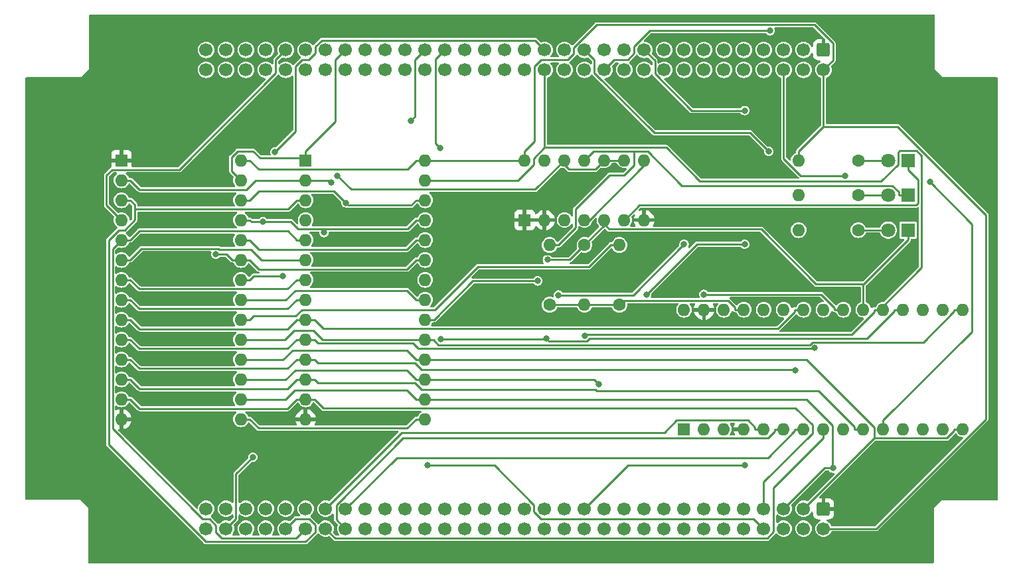
<source format=gbr>
%TF.GenerationSoftware,KiCad,Pcbnew,7.0.1*%
%TF.CreationDate,2023-09-10T23:04:21+01:00*%
%TF.ProjectId,Memory_board,4d656d6f-7279-45f6-926f-6172642e6b69,rev?*%
%TF.SameCoordinates,Original*%
%TF.FileFunction,Copper,L1,Top*%
%TF.FilePolarity,Positive*%
%FSLAX46Y46*%
G04 Gerber Fmt 4.6, Leading zero omitted, Abs format (unit mm)*
G04 Created by KiCad (PCBNEW 7.0.1) date 2023-09-10 23:04:21*
%MOMM*%
%LPD*%
G01*
G04 APERTURE LIST*
G04 Aperture macros list*
%AMRoundRect*
0 Rectangle with rounded corners*
0 $1 Rounding radius*
0 $2 $3 $4 $5 $6 $7 $8 $9 X,Y pos of 4 corners*
0 Add a 4 corners polygon primitive as box body*
4,1,4,$2,$3,$4,$5,$6,$7,$8,$9,$2,$3,0*
0 Add four circle primitives for the rounded corners*
1,1,$1+$1,$2,$3*
1,1,$1+$1,$4,$5*
1,1,$1+$1,$6,$7*
1,1,$1+$1,$8,$9*
0 Add four rect primitives between the rounded corners*
20,1,$1+$1,$2,$3,$4,$5,0*
20,1,$1+$1,$4,$5,$6,$7,0*
20,1,$1+$1,$6,$7,$8,$9,0*
20,1,$1+$1,$8,$9,$2,$3,0*%
G04 Aperture macros list end*
%TA.AperFunction,ComponentPad*%
%ADD10C,1.600000*%
%TD*%
%TA.AperFunction,ComponentPad*%
%ADD11O,1.600000X1.600000*%
%TD*%
%TA.AperFunction,ComponentPad*%
%ADD12R,1.800000X1.800000*%
%TD*%
%TA.AperFunction,ComponentPad*%
%ADD13C,1.800000*%
%TD*%
%TA.AperFunction,ComponentPad*%
%ADD14R,1.600000X1.600000*%
%TD*%
%TA.AperFunction,ComponentPad*%
%ADD15RoundRect,0.250000X-0.600000X0.600000X-0.600000X-0.600000X0.600000X-0.600000X0.600000X0.600000X0*%
%TD*%
%TA.AperFunction,ComponentPad*%
%ADD16C,1.700000*%
%TD*%
%TA.AperFunction,ViaPad*%
%ADD17C,0.800000*%
%TD*%
%TA.AperFunction,Conductor*%
%ADD18C,0.250000*%
%TD*%
G04 APERTURE END LIST*
D10*
%TO.P,R5,1*%
%TO.N,+5V*%
X229870000Y-80010000D03*
D11*
%TO.P,R5,2*%
%TO.N,/~{RAM_CE}*%
X229870000Y-72390000D03*
%TD*%
D10*
%TO.P,R4,1*%
%TO.N,Net-(D3-A)*%
X269240000Y-70485000D03*
D11*
%TO.P,R4,2*%
%TO.N,+5V*%
X261620000Y-70485000D03*
%TD*%
D12*
%TO.P,D2,1,K*%
%TO.N,/~{ROM_CE}*%
X275590000Y-61595000D03*
D13*
%TO.P,D2,2,A*%
%TO.N,Net-(D2-A)*%
X273050000Y-61595000D03*
%TD*%
D10*
%TO.P,R3,1*%
%TO.N,Net-(D2-A)*%
X269240000Y-61595000D03*
D11*
%TO.P,R3,2*%
%TO.N,+5V*%
X261620000Y-61595000D03*
%TD*%
D14*
%TO.P,U1,1,A14*%
%TO.N,/A14*%
X198750000Y-61595000D03*
D11*
%TO.P,U1,2,A12*%
%TO.N,/A12*%
X198750000Y-64135000D03*
%TO.P,U1,3,A7*%
%TO.N,/A7*%
X198750000Y-66675000D03*
%TO.P,U1,4,A6*%
%TO.N,/A6*%
X198750000Y-69215000D03*
%TO.P,U1,5,A5*%
%TO.N,/A5*%
X198750000Y-71755000D03*
%TO.P,U1,6,A4*%
%TO.N,/A4*%
X198750000Y-74295000D03*
%TO.P,U1,7,A3*%
%TO.N,/A3*%
X198750000Y-76835000D03*
%TO.P,U1,8,A2*%
%TO.N,/A2*%
X198750000Y-79375000D03*
%TO.P,U1,9,A1*%
%TO.N,/A1*%
X198750000Y-81915000D03*
%TO.P,U1,10,A0*%
%TO.N,/A0*%
X198750000Y-84455000D03*
%TO.P,U1,11,Q0*%
%TO.N,/D0*%
X198750000Y-86995000D03*
%TO.P,U1,12,Q1*%
%TO.N,/D1*%
X198750000Y-89535000D03*
%TO.P,U1,13,Q2*%
%TO.N,/D2*%
X198750000Y-92075000D03*
%TO.P,U1,14,GND*%
%TO.N,GND*%
X198750000Y-94615000D03*
%TO.P,U1,15,Q3*%
%TO.N,/D3*%
X213990000Y-94615000D03*
%TO.P,U1,16,Q4*%
%TO.N,/D4*%
X213990000Y-92075000D03*
%TO.P,U1,17,Q5*%
%TO.N,/D5*%
X213990000Y-89535000D03*
%TO.P,U1,18,Q6*%
%TO.N,/D6*%
X213990000Y-86995000D03*
%TO.P,U1,19,Q7*%
%TO.N,/D7*%
X213990000Y-84455000D03*
%TO.P,U1,20,~{CS}*%
%TO.N,/~{RAM_CE}*%
X213990000Y-81915000D03*
%TO.P,U1,21,A10*%
%TO.N,/A10*%
X213990000Y-79375000D03*
%TO.P,U1,22,~{OE}*%
%TO.N,/~{MEM_OUT}*%
X213990000Y-76835000D03*
%TO.P,U1,23,A11*%
%TO.N,/A11*%
X213990000Y-74295000D03*
%TO.P,U1,24,A9*%
%TO.N,/A9*%
X213990000Y-71755000D03*
%TO.P,U1,25,A8*%
%TO.N,/A8*%
X213990000Y-69215000D03*
%TO.P,U1,26,A13*%
%TO.N,/A13*%
X213990000Y-66675000D03*
%TO.P,U1,27,~{WE}*%
%TO.N,/~{MEM_LOAD}*%
X213990000Y-64135000D03*
%TO.P,U1,28,VCC*%
%TO.N,+5V*%
X213990000Y-61595000D03*
%TD*%
D14*
%TO.P,U3,1*%
%TO.N,GND*%
X226690000Y-69205000D03*
D11*
%TO.P,U3,2*%
X229230000Y-69205000D03*
%TO.P,U3,3*%
%TO.N,unconnected-(U3-Pad3)*%
X231770000Y-69205000D03*
%TO.P,U3,4*%
%TO.N,Net-(U3-Pad4)*%
X234310000Y-69205000D03*
%TO.P,U3,5*%
%TO.N,/~{MEM_INHIBIT}*%
X236850000Y-69205000D03*
%TO.P,U3,6*%
%TO.N,/~{ROM_CE}*%
X239390000Y-69205000D03*
%TO.P,U3,7,GND*%
%TO.N,GND*%
X241930000Y-69205000D03*
%TO.P,U3,8*%
%TO.N,Net-(U3-Pad4)*%
X241930000Y-61585000D03*
%TO.P,U3,9*%
%TO.N,/A15*%
X239390000Y-61585000D03*
%TO.P,U3,10*%
X236850000Y-61585000D03*
%TO.P,U3,11*%
%TO.N,/~{RAM_CE}*%
X234310000Y-61585000D03*
%TO.P,U3,12*%
%TO.N,/A15*%
X231770000Y-61585000D03*
%TO.P,U3,13*%
%TO.N,/~{MEM_INHIBIT}*%
X229230000Y-61585000D03*
%TO.P,U3,14,VCC*%
%TO.N,+5V*%
X226690000Y-61585000D03*
%TD*%
D14*
%TO.P,U2,1,A15*%
%TO.N,GND*%
X175260000Y-61595000D03*
D11*
%TO.P,U2,2,A12*%
%TO.N,/A12*%
X175260000Y-64135000D03*
%TO.P,U2,3,A7*%
%TO.N,/A7*%
X175260000Y-66675000D03*
%TO.P,U2,4,A6*%
%TO.N,/A6*%
X175260000Y-69215000D03*
%TO.P,U2,5,A5*%
%TO.N,/A5*%
X175260000Y-71755000D03*
%TO.P,U2,6,A4*%
%TO.N,/A4*%
X175260000Y-74295000D03*
%TO.P,U2,7,A3*%
%TO.N,/A3*%
X175260000Y-76835000D03*
%TO.P,U2,8,A2*%
%TO.N,/A2*%
X175260000Y-79375000D03*
%TO.P,U2,9,A1*%
%TO.N,/A1*%
X175260000Y-81915000D03*
%TO.P,U2,10,A0*%
%TO.N,/A0*%
X175260000Y-84455000D03*
%TO.P,U2,11,D0*%
%TO.N,/D0*%
X175260000Y-86995000D03*
%TO.P,U2,12,D1*%
%TO.N,/D1*%
X175260000Y-89535000D03*
%TO.P,U2,13,D2*%
%TO.N,/D2*%
X175260000Y-92075000D03*
%TO.P,U2,14,GND*%
%TO.N,GND*%
X175260000Y-94615000D03*
%TO.P,U2,15,D3*%
%TO.N,/D3*%
X190500000Y-94615000D03*
%TO.P,U2,16,D4*%
%TO.N,/D4*%
X190500000Y-92075000D03*
%TO.P,U2,17,D5*%
%TO.N,/D5*%
X190500000Y-89535000D03*
%TO.P,U2,18,D6*%
%TO.N,/D6*%
X190500000Y-86995000D03*
%TO.P,U2,19,D7*%
%TO.N,/D7*%
X190500000Y-84455000D03*
%TO.P,U2,20,~{CE}*%
%TO.N,/~{ROM_CE}*%
X190500000Y-81915000D03*
%TO.P,U2,21,A10*%
%TO.N,/A10*%
X190500000Y-79375000D03*
%TO.P,U2,22,~{OE}*%
%TO.N,/~{MEM_OUT}*%
X190500000Y-76835000D03*
%TO.P,U2,23,A11*%
%TO.N,/A11*%
X190500000Y-74295000D03*
%TO.P,U2,24,A9*%
%TO.N,/A9*%
X190500000Y-71755000D03*
%TO.P,U2,25,A8*%
%TO.N,/A8*%
X190500000Y-69215000D03*
%TO.P,U2,26,A13*%
%TO.N,/A13*%
X190500000Y-66675000D03*
%TO.P,U2,27,A14*%
%TO.N,/A14*%
X190500000Y-64135000D03*
%TO.P,U2,28,VCC*%
%TO.N,+5V*%
X190500000Y-61595000D03*
%TD*%
D10*
%TO.P,R1,1*%
%TO.N,/~{MEM_INHIBIT}*%
X234315000Y-72390000D03*
D11*
%TO.P,R1,2*%
%TO.N,+5V*%
X234315000Y-80010000D03*
%TD*%
D15*
%TO.P,J1,1,Pin_1*%
%TO.N,GND*%
X264795000Y-47507500D03*
D16*
%TO.P,J1,2,Pin_2*%
%TO.N,+5V*%
X264795000Y-50047500D03*
%TO.P,J1,3,Pin_3*%
%TO.N,/D6*%
X262255000Y-47507500D03*
%TO.P,J1,4,Pin_4*%
%TO.N,/D7*%
X262255000Y-50047500D03*
%TO.P,J1,5,Pin_5*%
%TO.N,/D4*%
X259715000Y-47507500D03*
%TO.P,J1,6,Pin_6*%
%TO.N,/D5*%
X259715000Y-50047500D03*
%TO.P,J1,7,Pin_7*%
%TO.N,/D2*%
X257175000Y-47507500D03*
%TO.P,J1,8,Pin_8*%
%TO.N,/D3*%
X257175000Y-50047500D03*
%TO.P,J1,9,Pin_9*%
%TO.N,/D0*%
X254635000Y-47507500D03*
%TO.P,J1,10,Pin_10*%
%TO.N,/D1*%
X254635000Y-50047500D03*
%TO.P,J1,11,Pin_11*%
%TO.N,/EQUAL_FLAG*%
X252095000Y-47507500D03*
%TO.P,J1,12,Pin_12*%
%TO.N,/CARRY_FLAG*%
X252095000Y-50047500D03*
%TO.P,J1,13,Pin_13*%
%TO.N,/~{INTERRUPT_FLAG}*%
X249555000Y-47507500D03*
%TO.P,J1,14,Pin_14*%
%TO.N,unconnected-(J1-Pin_14-Pad14)*%
X249555000Y-50047500D03*
%TO.P,J1,15,Pin_15*%
%TO.N,unconnected-(J1-Pin_15-Pad15)*%
X247015000Y-47507500D03*
%TO.P,J1,16,Pin_16*%
%TO.N,unconnected-(J1-Pin_16-Pad16)*%
X247015000Y-50047500D03*
%TO.P,J1,17,Pin_17*%
%TO.N,/A_LOAD*%
X244475000Y-47507500D03*
%TO.P,J1,18,Pin_18*%
%TO.N,/T_LOAD*%
X244475000Y-50047500D03*
%TO.P,J1,19,Pin_19*%
%TO.N,/ALU_S2*%
X241935000Y-47507500D03*
%TO.P,J1,20,Pin_20*%
%TO.N,/ALU_S3*%
X241935000Y-50047500D03*
%TO.P,J1,21,Pin_21*%
%TO.N,/ALU_S0*%
X239395000Y-47507500D03*
%TO.P,J1,22,Pin_22*%
%TO.N,/ALU_S1*%
X239395000Y-50047500D03*
%TO.P,J1,23,Pin_23*%
%TO.N,/D_LOAD*%
X236855000Y-47507500D03*
%TO.P,J1,24,Pin_24*%
%TO.N,/~{ALU_CIN}*%
X236855000Y-50047500D03*
%TO.P,J1,25,Pin_25*%
%TO.N,/~{ADR_L_OUT}*%
X234315000Y-47507500D03*
%TO.P,J1,26,Pin_26*%
%TO.N,/ALU_M*%
X234315000Y-50047500D03*
%TO.P,J1,27,Pin_27*%
%TO.N,/CLK*%
X231775000Y-47507500D03*
%TO.P,J1,28,Pin_28*%
%TO.N,/~{RESET}*%
X231775000Y-50047500D03*
%TO.P,J1,29,Pin_29*%
%TO.N,/~{MEM_OUT}*%
X229235000Y-47507500D03*
%TO.P,J1,30,Pin_30*%
%TO.N,/~{MEM_LOAD}*%
X229235000Y-50047500D03*
%TO.P,J1,31,Pin_31*%
%TO.N,unconnected-(J1-Pin_31-Pad31)*%
X226695000Y-47507500D03*
%TO.P,J1,32,Pin_32*%
%TO.N,/~{MEM_INHIBIT}*%
X226695000Y-50047500D03*
%TO.P,J1,33,Pin_33*%
%TO.N,/CONTROL_DISABLE*%
X224155000Y-47507500D03*
%TO.P,J1,34,Pin_34*%
%TO.N,/E_LOAD*%
X224155000Y-50047500D03*
%TO.P,J1,35,Pin_35*%
%TO.N,/C_LOAD*%
X221615000Y-47507500D03*
%TO.P,J1,36,Pin_36*%
%TO.N,/SP_L_LOAD*%
X221615000Y-50047500D03*
%TO.P,J1,37,Pin_37*%
%TO.N,/PC_L_LOAD*%
X219075000Y-47507500D03*
%TO.P,J1,38,Pin_38*%
%TO.N,/~{DE_OUT}*%
X219075000Y-50047500D03*
%TO.P,J1,39,Pin_39*%
%TO.N,/B_LOAD*%
X216535000Y-47507500D03*
%TO.P,J1,40,Pin_40*%
%TO.N,/~{BC_OUT}*%
X216535000Y-50047500D03*
%TO.P,J1,41,Pin_41*%
%TO.N,/SP_H_LOAD*%
X213995000Y-47507500D03*
%TO.P,J1,42,Pin_42*%
%TO.N,/~{ADR_H_OUT}*%
X213995000Y-50047500D03*
%TO.P,J1,43,Pin_43*%
%TO.N,/~{A_OUT}*%
X211455000Y-47507500D03*
%TO.P,J1,44,Pin_44*%
%TO.N,/~{T_OUT}*%
X211455000Y-50047500D03*
%TO.P,J1,45,Pin_45*%
%TO.N,/~{ALU_OUT}*%
X208915000Y-47507500D03*
%TO.P,J1,46,Pin_46*%
%TO.N,/~{PC_OUT}*%
X208915000Y-50047500D03*
%TO.P,J1,47,Pin_47*%
%TO.N,/PC_H_LOAD*%
X206375000Y-47507500D03*
%TO.P,J1,48,Pin_48*%
%TO.N,/~{SP_OUT}*%
X206375000Y-50047500D03*
%TO.P,J1,49,Pin_49*%
%TO.N,/A14*%
X203835000Y-47507500D03*
%TO.P,J1,50,Pin_50*%
%TO.N,/A13*%
X203835000Y-50047500D03*
%TO.P,J1,51,Pin_51*%
%TO.N,/A12*%
X201295000Y-47507500D03*
%TO.P,J1,52,Pin_52*%
%TO.N,/A15*%
X201295000Y-50047500D03*
%TO.P,J1,53,Pin_53*%
%TO.N,/A4*%
X198755000Y-47507500D03*
%TO.P,J1,54,Pin_54*%
%TO.N,/A5*%
X198755000Y-50047500D03*
%TO.P,J1,55,Pin_55*%
%TO.N,/A6*%
X196215000Y-47507500D03*
%TO.P,J1,56,Pin_56*%
%TO.N,/A7*%
X196215000Y-50047500D03*
%TO.P,J1,57,Pin_57*%
%TO.N,/A0*%
X193675000Y-47507500D03*
%TO.P,J1,58,Pin_58*%
%TO.N,/A8*%
X193675000Y-50047500D03*
%TO.P,J1,59,Pin_59*%
%TO.N,/A1*%
X191135000Y-47507500D03*
%TO.P,J1,60,Pin_60*%
%TO.N,/A9*%
X191135000Y-50047500D03*
%TO.P,J1,61,Pin_61*%
%TO.N,/A2*%
X188595000Y-47507500D03*
%TO.P,J1,62,Pin_62*%
%TO.N,/A10*%
X188595000Y-50047500D03*
%TO.P,J1,63,Pin_63*%
%TO.N,/A3*%
X186055000Y-47507500D03*
%TO.P,J1,64,Pin_64*%
%TO.N,/A11*%
X186055000Y-50047500D03*
%TD*%
D12*
%TO.P,D3,1,K*%
%TO.N,/~{MEM_INHIBIT}*%
X275595000Y-70485000D03*
D13*
%TO.P,D3,2,A*%
%TO.N,Net-(D3-A)*%
X273055000Y-70485000D03*
%TD*%
D14*
%TO.P,A1,1,D1/TX*%
%TO.N,unconnected-(A1-D1{slash}TX-Pad1)*%
X247015000Y-95885000D03*
D11*
%TO.P,A1,2,D0/RX*%
%TO.N,unconnected-(A1-D0{slash}RX-Pad2)*%
X249555000Y-95885000D03*
%TO.P,A1,3,~{RESET}*%
%TO.N,unconnected-(A1-~{RESET}-Pad3)*%
X252095000Y-95885000D03*
%TO.P,A1,4,GND*%
%TO.N,GND*%
X254635000Y-95885000D03*
%TO.P,A1,5,D2*%
%TO.N,/A12*%
X257175000Y-95885000D03*
%TO.P,A1,6,D3*%
%TO.N,/A13*%
X259715000Y-95885000D03*
%TO.P,A1,7,D4*%
%TO.N,/A14*%
X262255000Y-95885000D03*
%TO.P,A1,8,D5*%
%TO.N,/A15*%
X264795000Y-95885000D03*
%TO.P,A1,9,D6*%
%TO.N,/D0*%
X267335000Y-95885000D03*
%TO.P,A1,10,D7*%
%TO.N,/D1*%
X269875000Y-95885000D03*
%TO.P,A1,11,D8*%
%TO.N,/D2*%
X272415000Y-95885000D03*
%TO.P,A1,12,D9*%
%TO.N,/D3*%
X274955000Y-95885000D03*
%TO.P,A1,13,D10*%
%TO.N,/D4*%
X277495000Y-95885000D03*
%TO.P,A1,14,D11*%
%TO.N,/D5*%
X280035000Y-95885000D03*
%TO.P,A1,15,D12*%
%TO.N,/D6*%
X282575000Y-95885000D03*
%TO.P,A1,16,D13*%
%TO.N,/D7*%
X282575000Y-80645000D03*
%TO.P,A1,17,3V3*%
%TO.N,unconnected-(A1-3V3-Pad17)*%
X280035000Y-80645000D03*
%TO.P,A1,18,AREF*%
%TO.N,unconnected-(A1-AREF-Pad18)*%
X277495000Y-80645000D03*
%TO.P,A1,19,A0*%
%TO.N,/~{MEM_OUT}*%
X274955000Y-80645000D03*
%TO.P,A1,20,A1*%
%TO.N,/~{MEM_LOAD}*%
X272415000Y-80645000D03*
%TO.P,A1,21,A2*%
%TO.N,/~{MEM_INHIBIT}*%
X269875000Y-80645000D03*
%TO.P,A1,22,A3*%
%TO.N,/~{INTERRUPT_FLAG}*%
X267335000Y-80645000D03*
%TO.P,A1,23,A4*%
%TO.N,/A0*%
X264795000Y-80645000D03*
%TO.P,A1,24,A5*%
%TO.N,/A1*%
X262255000Y-80645000D03*
%TO.P,A1,25,A6*%
%TO.N,unconnected-(A1-A6-Pad25)*%
X259715000Y-80645000D03*
%TO.P,A1,26,A7*%
%TO.N,unconnected-(A1-A7-Pad26)*%
X257175000Y-80645000D03*
%TO.P,A1,27,+5V*%
%TO.N,+5V*%
X254635000Y-80645000D03*
%TO.P,A1,28,~{RESET}*%
%TO.N,unconnected-(A1-~{RESET}-Pad28)*%
X252095000Y-80645000D03*
%TO.P,A1,29,GND*%
%TO.N,GND*%
X249555000Y-80645000D03*
%TO.P,A1,30,VIN*%
%TO.N,unconnected-(A1-VIN-Pad30)*%
X247015000Y-80645000D03*
%TD*%
D10*
%TO.P,R2,1*%
%TO.N,Net-(D1-A)*%
X269240000Y-66040000D03*
D11*
%TO.P,R2,2*%
%TO.N,+5V*%
X261620000Y-66040000D03*
%TD*%
D15*
%TO.P,J2,1,Pin_1*%
%TO.N,GND*%
X264795000Y-106045000D03*
D16*
%TO.P,J2,2,Pin_2*%
%TO.N,+5V*%
X264795000Y-108585000D03*
%TO.P,J2,3,Pin_3*%
%TO.N,/D6*%
X262255000Y-106045000D03*
%TO.P,J2,4,Pin_4*%
%TO.N,/D7*%
X262255000Y-108585000D03*
%TO.P,J2,5,Pin_5*%
%TO.N,/D4*%
X259715000Y-106045000D03*
%TO.P,J2,6,Pin_6*%
%TO.N,/D5*%
X259715000Y-108585000D03*
%TO.P,J2,7,Pin_7*%
%TO.N,/D2*%
X257175000Y-106045000D03*
%TO.P,J2,8,Pin_8*%
%TO.N,/D3*%
X257175000Y-108585000D03*
%TO.P,J2,9,Pin_9*%
%TO.N,/D0*%
X254635000Y-106045000D03*
%TO.P,J2,10,Pin_10*%
%TO.N,/D1*%
X254635000Y-108585000D03*
%TO.P,J2,11,Pin_11*%
%TO.N,/EQUAL_FLAG*%
X252095000Y-106045000D03*
%TO.P,J2,12,Pin_12*%
%TO.N,/CARRY_FLAG*%
X252095000Y-108585000D03*
%TO.P,J2,13,Pin_13*%
%TO.N,/~{INTERRUPT_FLAG}*%
X249555000Y-106045000D03*
%TO.P,J2,14,Pin_14*%
%TO.N,unconnected-(J2-Pin_14-Pad14)*%
X249555000Y-108585000D03*
%TO.P,J2,15,Pin_15*%
%TO.N,unconnected-(J2-Pin_15-Pad15)*%
X247015000Y-106045000D03*
%TO.P,J2,16,Pin_16*%
%TO.N,unconnected-(J2-Pin_16-Pad16)*%
X247015000Y-108585000D03*
%TO.P,J2,17,Pin_17*%
%TO.N,/A_LOAD*%
X244475000Y-106045000D03*
%TO.P,J2,18,Pin_18*%
%TO.N,/T_LOAD*%
X244475000Y-108585000D03*
%TO.P,J2,19,Pin_19*%
%TO.N,/ALU_S2*%
X241935000Y-106045000D03*
%TO.P,J2,20,Pin_20*%
%TO.N,/ALU_S3*%
X241935000Y-108585000D03*
%TO.P,J2,21,Pin_21*%
%TO.N,/ALU_S0*%
X239395000Y-106045000D03*
%TO.P,J2,22,Pin_22*%
%TO.N,/ALU_S1*%
X239395000Y-108585000D03*
%TO.P,J2,23,Pin_23*%
%TO.N,/D_LOAD*%
X236855000Y-106045000D03*
%TO.P,J2,24,Pin_24*%
%TO.N,/~{ALU_CIN}*%
X236855000Y-108585000D03*
%TO.P,J2,25,Pin_25*%
%TO.N,/~{ADR_L_OUT}*%
X234315000Y-106045000D03*
%TO.P,J2,26,Pin_26*%
%TO.N,/ALU_M*%
X234315000Y-108585000D03*
%TO.P,J2,27,Pin_27*%
%TO.N,/CLK*%
X231775000Y-106045000D03*
%TO.P,J2,28,Pin_28*%
%TO.N,/~{RESET}*%
X231775000Y-108585000D03*
%TO.P,J2,29,Pin_29*%
%TO.N,/~{MEM_OUT}*%
X229235000Y-106045000D03*
%TO.P,J2,30,Pin_30*%
%TO.N,/~{MEM_LOAD}*%
X229235000Y-108585000D03*
%TO.P,J2,31,Pin_31*%
%TO.N,unconnected-(J2-Pin_31-Pad31)*%
X226695000Y-106045000D03*
%TO.P,J2,32,Pin_32*%
%TO.N,/~{MEM_INHIBIT}*%
X226695000Y-108585000D03*
%TO.P,J2,33,Pin_33*%
%TO.N,/CONTROL_DISABLE*%
X224155000Y-106045000D03*
%TO.P,J2,34,Pin_34*%
%TO.N,/E_LOAD*%
X224155000Y-108585000D03*
%TO.P,J2,35,Pin_35*%
%TO.N,/C_LOAD*%
X221615000Y-106045000D03*
%TO.P,J2,36,Pin_36*%
%TO.N,/SP_L_LOAD*%
X221615000Y-108585000D03*
%TO.P,J2,37,Pin_37*%
%TO.N,/PC_L_LOAD*%
X219075000Y-106045000D03*
%TO.P,J2,38,Pin_38*%
%TO.N,/~{DE_OUT}*%
X219075000Y-108585000D03*
%TO.P,J2,39,Pin_39*%
%TO.N,/B_LOAD*%
X216535000Y-106045000D03*
%TO.P,J2,40,Pin_40*%
%TO.N,/~{BC_OUT}*%
X216535000Y-108585000D03*
%TO.P,J2,41,Pin_41*%
%TO.N,/SP_H_LOAD*%
X213995000Y-106045000D03*
%TO.P,J2,42,Pin_42*%
%TO.N,/~{ADR_H_OUT}*%
X213995000Y-108585000D03*
%TO.P,J2,43,Pin_43*%
%TO.N,/~{A_OUT}*%
X211455000Y-106045000D03*
%TO.P,J2,44,Pin_44*%
%TO.N,/~{T_OUT}*%
X211455000Y-108585000D03*
%TO.P,J2,45,Pin_45*%
%TO.N,/~{ALU_OUT}*%
X208915000Y-106045000D03*
%TO.P,J2,46,Pin_46*%
%TO.N,/~{PC_OUT}*%
X208915000Y-108585000D03*
%TO.P,J2,47,Pin_47*%
%TO.N,/PC_H_LOAD*%
X206375000Y-106045000D03*
%TO.P,J2,48,Pin_48*%
%TO.N,/~{SP_OUT}*%
X206375000Y-108585000D03*
%TO.P,J2,49,Pin_49*%
%TO.N,/A14*%
X203835000Y-106045000D03*
%TO.P,J2,50,Pin_50*%
%TO.N,/A13*%
X203835000Y-108585000D03*
%TO.P,J2,51,Pin_51*%
%TO.N,/A12*%
X201295000Y-106045000D03*
%TO.P,J2,52,Pin_52*%
%TO.N,/A15*%
X201295000Y-108585000D03*
%TO.P,J2,53,Pin_53*%
%TO.N,/A4*%
X198755000Y-106045000D03*
%TO.P,J2,54,Pin_54*%
%TO.N,/A5*%
X198755000Y-108585000D03*
%TO.P,J2,55,Pin_55*%
%TO.N,/A6*%
X196215000Y-106045000D03*
%TO.P,J2,56,Pin_56*%
%TO.N,/A7*%
X196215000Y-108585000D03*
%TO.P,J2,57,Pin_57*%
%TO.N,/A0*%
X193675000Y-106045000D03*
%TO.P,J2,58,Pin_58*%
%TO.N,/A8*%
X193675000Y-108585000D03*
%TO.P,J2,59,Pin_59*%
%TO.N,/A1*%
X191135000Y-106045000D03*
%TO.P,J2,60,Pin_60*%
%TO.N,/A9*%
X191135000Y-108585000D03*
%TO.P,J2,61,Pin_61*%
%TO.N,/A2*%
X188595000Y-106045000D03*
%TO.P,J2,62,Pin_62*%
%TO.N,/A10*%
X188595000Y-108585000D03*
%TO.P,J2,63,Pin_63*%
%TO.N,/A3*%
X186055000Y-106045000D03*
%TO.P,J2,64,Pin_64*%
%TO.N,/A11*%
X186055000Y-108585000D03*
%TD*%
D12*
%TO.P,D1,1,K*%
%TO.N,/~{RAM_CE}*%
X275595000Y-66040000D03*
D13*
%TO.P,D1,2,A*%
%TO.N,Net-(D1-A)*%
X273055000Y-66040000D03*
%TD*%
D10*
%TO.P,R6,1*%
%TO.N,+5V*%
X238760000Y-80010000D03*
D11*
%TO.P,R6,2*%
%TO.N,/~{ROM_CE}*%
X238760000Y-72390000D03*
%TD*%
D17*
%TO.N,GND*%
X226695000Y-81915000D03*
X179705000Y-61595000D03*
X182880000Y-111760000D03*
X259080000Y-62865000D03*
X191135000Y-104140000D03*
X184785000Y-69215000D03*
X187325000Y-44450000D03*
X184785000Y-81915000D03*
X254635000Y-53340000D03*
X258445000Y-57785000D03*
X172720000Y-82550000D03*
X184785000Y-89535000D03*
X241935000Y-75565000D03*
X262000000Y-83000000D03*
X184785000Y-71755000D03*
X184785000Y-94615000D03*
X184785000Y-63500000D03*
X255905000Y-60325000D03*
X255270000Y-76835000D03*
X184785000Y-66675000D03*
X175260000Y-59055000D03*
X265430000Y-111760000D03*
X165100000Y-55880000D03*
X262890000Y-57150000D03*
X179070000Y-84455000D03*
X226695000Y-66675000D03*
X198755000Y-102235000D03*
X182245000Y-101600000D03*
X243840000Y-111125000D03*
X285115000Y-62230000D03*
X178435000Y-66675000D03*
X190500000Y-97155000D03*
X220345000Y-44450000D03*
X178435000Y-92075000D03*
X241935000Y-71755000D03*
X208280000Y-45085000D03*
X196215000Y-94615000D03*
X178435000Y-94615000D03*
X178435000Y-57785000D03*
X262000000Y-77000000D03*
X180340000Y-79375000D03*
X178435000Y-69215000D03*
X183515000Y-86995000D03*
X179070000Y-71755000D03*
X178435000Y-81915000D03*
X165735000Y-101600000D03*
X165735000Y-71755000D03*
X272415000Y-111125000D03*
X231775000Y-45720000D03*
X273050000Y-50165000D03*
X260350000Y-71755000D03*
X167640000Y-88265000D03*
X179070000Y-89535000D03*
X229235000Y-65405000D03*
X271780000Y-44450000D03*
X263525000Y-55245000D03*
X269875000Y-102235000D03*
X170180000Y-62230000D03*
X256000000Y-82000000D03*
X282575000Y-64135000D03*
X174625000Y-47625000D03*
X264160000Y-102870000D03*
X179070000Y-86995000D03*
X259000000Y-77000000D03*
X283210000Y-100330000D03*
X184785000Y-92075000D03*
X184785000Y-54610000D03*
X196215000Y-97155000D03*
X280670000Y-52705000D03*
X196850000Y-111760000D03*
X186055000Y-76835000D03*
X179070000Y-74295000D03*
X278130000Y-104775000D03*
X174625000Y-103505000D03*
X175260000Y-111125000D03*
X193040000Y-94615000D03*
X179070000Y-64135000D03*
X256540000Y-73025000D03*
X273050000Y-55880000D03*
X226060000Y-112395000D03*
X212725000Y-111760000D03*
X186055000Y-79375000D03*
X185420000Y-84455000D03*
X266700000Y-50165000D03*
X255905000Y-68580000D03*
X196850000Y-101600000D03*
X198755000Y-97155000D03*
%TO.N,/A12*%
X202047600Y-64449000D03*
%TO.N,/A13*%
X203902200Y-67008900D03*
%TO.N,/A15*%
X202805200Y-63579100D03*
%TO.N,/D0*%
X261239200Y-88410000D03*
%TO.N,/D2*%
X278362400Y-64370700D03*
%TO.N,/D3*%
X214290200Y-100518400D03*
%TO.N,/D4*%
X266014400Y-100867600D03*
%TO.N,/D5*%
X267544600Y-63539900D03*
X236172600Y-90190000D03*
%TO.N,/~{MEM_OUT}*%
X195812500Y-76374300D03*
X216015700Y-84375600D03*
X229475800Y-84320100D03*
X194813300Y-60533200D03*
%TO.N,/~{MEM_LOAD}*%
X234337900Y-83938000D03*
%TO.N,/~{INTERRUPT_FLAG}*%
X249534000Y-78695000D03*
%TO.N,/A0*%
X263670300Y-85525400D03*
%TO.N,/~{RAM_CE}*%
X228325800Y-76983300D03*
%TO.N,/ALU_S2*%
X254730900Y-55234700D03*
X254730900Y-72303300D03*
X242247900Y-78695000D03*
%TO.N,/~{ALU_CIN}*%
X257991900Y-45067600D03*
%TO.N,/~{ADR_L_OUT}*%
X257820600Y-60450000D03*
X254730900Y-100520000D03*
%TO.N,/~{RESET}*%
X230984300Y-78780700D03*
X247015000Y-72303300D03*
%TO.N,/B_LOAD*%
X215861600Y-59983700D03*
%TO.N,/SP_H_LOAD*%
X212149200Y-56550000D03*
%TO.N,/A8*%
X193303100Y-69424400D03*
X201115000Y-70804800D03*
%TO.N,/A10*%
X192009800Y-99450000D03*
%TO.N,/A11*%
X187292100Y-73581400D03*
%TO.N,/~{MEM_INHIBIT}*%
X229579200Y-74276400D03*
%TD*%
D18*
%TO.N,/A12*%
X211030600Y-96309400D02*
X244528300Y-96309400D01*
X175260000Y-64135000D02*
X176386900Y-64135000D01*
X257175000Y-95885000D02*
X256048100Y-95885000D01*
X256048100Y-95651500D02*
X256048100Y-95885000D01*
X192400900Y-64135000D02*
X198750000Y-64135000D01*
X176386900Y-64135000D02*
X177577500Y-65325600D01*
X201295000Y-106045000D02*
X211030600Y-96309400D01*
X191210300Y-65325600D02*
X192400900Y-64135000D01*
X201733600Y-64135000D02*
X202047600Y-64449000D01*
X244528300Y-96309400D02*
X246083800Y-94753900D01*
X255150500Y-94753900D02*
X256048100Y-95651500D01*
X198750000Y-64135000D02*
X201733600Y-64135000D01*
X177577500Y-65325600D02*
X191210300Y-65325600D01*
X246083800Y-94753900D02*
X255150500Y-94753900D01*
%TO.N,/A13*%
X192804200Y-65497700D02*
X191626900Y-66675000D01*
X213990000Y-66675000D02*
X212863100Y-66675000D01*
X202653900Y-105540200D02*
X211159000Y-97035100D01*
X202391000Y-65497700D02*
X192804200Y-65497700D01*
X203902200Y-67008900D02*
X202391000Y-65497700D01*
X203902200Y-67008900D02*
X204212100Y-67318800D01*
X212219300Y-67318800D02*
X212863100Y-66675000D01*
X259715000Y-95885000D02*
X258588100Y-95885000D01*
X204212100Y-67318800D02*
X212219300Y-67318800D01*
X211159000Y-97035100D02*
X257719800Y-97035100D01*
X202653900Y-107403900D02*
X202653900Y-105540200D01*
X203835000Y-108585000D02*
X202653900Y-107403900D01*
X258588100Y-96166800D02*
X258588100Y-95885000D01*
X190500000Y-66675000D02*
X191626900Y-66675000D01*
X257719800Y-97035100D02*
X258588100Y-96166800D01*
%TO.N,/A14*%
X190500000Y-64135000D02*
X189326200Y-62961200D01*
X189326200Y-62961200D02*
X189326200Y-61173600D01*
X257731500Y-99515100D02*
X261128100Y-96118500D01*
X203835000Y-47507500D02*
X202565000Y-48777500D01*
X198750000Y-61595000D02*
X198750000Y-61314100D01*
X203835000Y-106045000D02*
X210364900Y-99515100D01*
X262255000Y-95885000D02*
X261128100Y-95885000D01*
X190048500Y-60451300D02*
X192060700Y-60451300D01*
X202565000Y-48777500D02*
X202565000Y-56653100D01*
X198750000Y-61314100D02*
X198750000Y-60468100D01*
X261128100Y-96118500D02*
X261128100Y-95885000D01*
X189326200Y-61173600D02*
X190048500Y-60451300D01*
X210364900Y-99515100D02*
X257731500Y-99515100D01*
X202565000Y-56653100D02*
X198750000Y-60468100D01*
X192060700Y-60451300D02*
X192923500Y-61314100D01*
X192923500Y-61314100D02*
X198750000Y-61314100D01*
%TO.N,/A15*%
X228048400Y-65306600D02*
X226695000Y-65306600D01*
X235689500Y-62745500D02*
X236850000Y-61585000D01*
X201295000Y-108585000D02*
X202501200Y-109791200D01*
X258445000Y-108993000D02*
X258445000Y-103361900D01*
X226695000Y-65306600D02*
X204532700Y-65306600D01*
X232367100Y-62745500D02*
X235689500Y-62745500D01*
X264795000Y-95885000D02*
X264795000Y-97011900D01*
X236850000Y-61585000D02*
X239390000Y-61585000D01*
X257646800Y-109791200D02*
X258445000Y-108993000D01*
X258445000Y-103361900D02*
X264795000Y-97011900D01*
X231770000Y-61585000D02*
X228048400Y-65306600D01*
X227155000Y-65306600D02*
X226695000Y-65306600D01*
X204532700Y-65306600D02*
X202805200Y-63579100D01*
X231206600Y-61585000D02*
X232367100Y-62745500D01*
X231770000Y-61585000D02*
X231206600Y-61585000D01*
X202501200Y-109791200D02*
X257646800Y-109791200D01*
%TO.N,/D0*%
X175260000Y-86995000D02*
X176386900Y-86995000D01*
X261094200Y-88265000D02*
X213496200Y-88265000D01*
X200343800Y-87461900D02*
X199876900Y-86995000D01*
X261239200Y-88410000D02*
X261094200Y-88265000D01*
X198750000Y-86995000D02*
X197623100Y-86995000D01*
X212693100Y-87461900D02*
X200343800Y-87461900D01*
X177554400Y-88162500D02*
X176386900Y-86995000D01*
X198750000Y-86995000D02*
X199876900Y-86995000D01*
X196455600Y-88162500D02*
X177554400Y-88162500D01*
X197623100Y-86995000D02*
X196455600Y-88162500D01*
X213496200Y-88265000D02*
X212693100Y-87461900D01*
%TO.N,/D1*%
X198186600Y-89535000D02*
X198750000Y-89535000D01*
X200343800Y-90001900D02*
X199876900Y-89535000D01*
X198186600Y-89535000D02*
X197623100Y-89535000D01*
X197623100Y-89535000D02*
X196432500Y-90725600D01*
X235686800Y-90805100D02*
X213496300Y-90805100D01*
X212693100Y-90001900D02*
X200343800Y-90001900D01*
X196432500Y-90725600D02*
X177577500Y-90725600D01*
X177577500Y-90725600D02*
X176386900Y-89535000D01*
X264189200Y-91044400D02*
X235926100Y-91044400D01*
X269875000Y-95885000D02*
X268748100Y-95885000D01*
X268748100Y-95603300D02*
X264189200Y-91044400D01*
X213496300Y-90805100D02*
X212693100Y-90001900D01*
X268748100Y-95885000D02*
X268748100Y-95603300D01*
X198750000Y-89535000D02*
X199876900Y-89535000D01*
X235926100Y-91044400D02*
X235686800Y-90805100D01*
X175260000Y-89535000D02*
X176386900Y-89535000D01*
%TO.N,/D2*%
X198186600Y-92075000D02*
X197623100Y-92075000D01*
X257175000Y-102628200D02*
X257175000Y-106045000D01*
X283740000Y-69748300D02*
X283740000Y-83433100D01*
X198186600Y-92075000D02*
X198750000Y-92075000D01*
X199876900Y-92075000D02*
X201003800Y-93201900D01*
X196432500Y-93265600D02*
X177577500Y-93265600D01*
X177577500Y-93265600D02*
X176386900Y-92075000D01*
X263389500Y-96413700D02*
X257175000Y-102628200D01*
X175260000Y-92075000D02*
X176386900Y-92075000D01*
X272415000Y-95885000D02*
X272415000Y-94758100D01*
X198750000Y-92075000D02*
X199876900Y-92075000D01*
X197623100Y-92075000D02*
X196432500Y-93265600D01*
X278362400Y-64370700D02*
X283740000Y-69748300D01*
X283740000Y-83433100D02*
X272415000Y-94758100D01*
X261236200Y-93201900D02*
X263389500Y-95355200D01*
X201003800Y-93201900D02*
X261236200Y-93201900D01*
X263389500Y-95355200D02*
X263389500Y-96413700D01*
%TO.N,/D3*%
X255905000Y-107315000D02*
X228804100Y-107315000D01*
X211706300Y-95771800D02*
X192783700Y-95771800D01*
X228804100Y-107315000D02*
X227871900Y-106382800D01*
X192783700Y-95771800D02*
X191626900Y-94615000D01*
X222833100Y-100518400D02*
X214290200Y-100518400D01*
X213990000Y-94615000D02*
X212863100Y-94615000D01*
X212863100Y-94615000D02*
X211706300Y-95771800D01*
X190500000Y-94615000D02*
X191626900Y-94615000D01*
X227871900Y-106382800D02*
X227871900Y-105557200D01*
X227871900Y-105557200D02*
X222833100Y-100518400D01*
X257175000Y-108585000D02*
X255905000Y-107315000D01*
%TO.N,/D4*%
X259715000Y-106045000D02*
X264892400Y-100867600D01*
X265971800Y-100867600D02*
X266014400Y-100867600D01*
X265971800Y-100867600D02*
X265971800Y-95429800D01*
X262617000Y-92075000D02*
X213990000Y-92075000D01*
X196213900Y-92075000D02*
X197399000Y-90889900D01*
X264892400Y-100867600D02*
X265971800Y-100867600D01*
X213990000Y-92075000D02*
X212863100Y-92075000D01*
X211678000Y-90889900D02*
X212863100Y-92075000D01*
X197399000Y-90889900D02*
X211678000Y-90889900D01*
X190500000Y-92075000D02*
X196213900Y-92075000D01*
X265971800Y-95429800D02*
X262617000Y-92075000D01*
%TO.N,/D5*%
X196213900Y-89535000D02*
X197410000Y-88338900D01*
X213990000Y-89535000D02*
X212863100Y-89535000D01*
X259715000Y-50047500D02*
X259715000Y-61340300D01*
X261914600Y-63539900D02*
X267544600Y-63539900D01*
X190500000Y-89535000D02*
X196213900Y-89535000D01*
X211667000Y-88338900D02*
X212863100Y-89535000D01*
X259715000Y-61340300D02*
X261914600Y-63539900D01*
X236172600Y-90190000D02*
X235517600Y-89535000D01*
X235517600Y-89535000D02*
X213990000Y-89535000D01*
X197410000Y-88338900D02*
X211667000Y-88338900D01*
%TO.N,/D6*%
X262597700Y-86995000D02*
X271246000Y-95643300D01*
X212863100Y-86995000D02*
X211675900Y-85807800D01*
X197064900Y-85807800D02*
X195877700Y-86995000D01*
X271246000Y-97054000D02*
X262255000Y-106045000D01*
X281448100Y-96118500D02*
X280512600Y-97054000D01*
X280512600Y-97054000D02*
X271246000Y-97054000D01*
X195877700Y-86995000D02*
X190500000Y-86995000D01*
X281448100Y-95885000D02*
X281448100Y-96118500D01*
X213990000Y-86995000D02*
X212863100Y-86995000D01*
X213990000Y-86995000D02*
X215116900Y-86995000D01*
X282575000Y-95885000D02*
X281448100Y-95885000D01*
X215116900Y-86995000D02*
X262597700Y-86995000D01*
X271246000Y-95643300D02*
X271246000Y-97054000D01*
X211675900Y-85807800D02*
X197064900Y-85807800D01*
%TO.N,/D7*%
X190500000Y-84455000D02*
X191626900Y-84455000D01*
X213990000Y-84455000D02*
X200942200Y-84455000D01*
X213990000Y-84455000D02*
X215116900Y-84455000D01*
X281448100Y-80876100D02*
X277525700Y-84798500D01*
X215116900Y-84571800D02*
X215116900Y-84455000D01*
X277525700Y-84798500D02*
X263369300Y-84798500D01*
X215673600Y-85128500D02*
X215116900Y-84571800D01*
X196080300Y-84455000D02*
X191626900Y-84455000D01*
X263039300Y-85128500D02*
X215673600Y-85128500D01*
X282575000Y-80645000D02*
X281448100Y-80645000D01*
X199764900Y-83277700D02*
X197257600Y-83277700D01*
X200942200Y-84455000D02*
X199764900Y-83277700D01*
X263369300Y-84798500D02*
X263039300Y-85128500D01*
X197257600Y-83277700D02*
X196080300Y-84455000D01*
X281448100Y-80645000D02*
X281448100Y-80876100D01*
%TO.N,/~{MEM_OUT}*%
X195812500Y-76374300D02*
X192087600Y-76374300D01*
X197485000Y-57861500D02*
X194813300Y-60533200D01*
X234957300Y-84346600D02*
X234639000Y-84664900D01*
X229475800Y-84375600D02*
X229475800Y-84320100D01*
X228032800Y-46305300D02*
X200799100Y-46305300D01*
X229235000Y-47507500D02*
X228032800Y-46305300D01*
X216015700Y-84375600D02*
X216044500Y-84404400D01*
X198324100Y-48777500D02*
X197485000Y-49616600D01*
X234639000Y-84664900D02*
X229765100Y-84664900D01*
X229765100Y-84664900D02*
X229475800Y-84375600D01*
X200025200Y-47916300D02*
X199164000Y-48777500D01*
X192087600Y-76374300D02*
X191626900Y-76835000D01*
X200025200Y-47079200D02*
X200025200Y-47916300D01*
X190500000Y-76835000D02*
X191626900Y-76835000D01*
X197485000Y-49616600D02*
X197485000Y-57861500D01*
X229447000Y-84404400D02*
X229475800Y-84375600D01*
X216044500Y-84404400D02*
X229447000Y-84404400D01*
X273828100Y-80870100D02*
X270351600Y-84346600D01*
X274955000Y-80645000D02*
X273828100Y-80645000D01*
X273828100Y-80645000D02*
X273828100Y-80870100D01*
X270351600Y-84346600D02*
X234957300Y-84346600D01*
X200799100Y-46305300D02*
X200025200Y-47079200D01*
X199164000Y-48777500D02*
X198324100Y-48777500D01*
%TO.N,/~{MEM_LOAD}*%
X225810500Y-64135000D02*
X213990000Y-64135000D01*
X277302100Y-75298900D02*
X271956000Y-80645000D01*
X271851600Y-80645000D02*
X271956000Y-80645000D01*
X276677200Y-60368100D02*
X277302100Y-60993000D01*
X272144900Y-64266900D02*
X274320000Y-62091800D01*
X271288100Y-80926800D02*
X268398700Y-83816200D01*
X229235000Y-59959800D02*
X227834000Y-61360800D01*
X272415000Y-80645000D02*
X271956000Y-80645000D01*
X249045100Y-64266900D02*
X272144900Y-64266900D01*
X227834000Y-62111500D02*
X225810500Y-64135000D01*
X227834000Y-61360800D02*
X227834000Y-62111500D01*
X268398700Y-83816200D02*
X234459700Y-83816200D01*
X271288100Y-80645000D02*
X271288100Y-80926800D01*
X271851600Y-80645000D02*
X271288100Y-80645000D01*
X229235000Y-50047500D02*
X229235000Y-59959800D01*
X274531700Y-60368100D02*
X276677200Y-60368100D01*
X277302100Y-60993000D02*
X277302100Y-75298900D01*
X234459700Y-83816200D02*
X234337900Y-83938000D01*
X229235000Y-59959800D02*
X244738000Y-59959800D01*
X274320000Y-62091800D02*
X274320000Y-60579800D01*
X244738000Y-59959800D02*
X249045100Y-64266900D01*
X274320000Y-60579800D02*
X274531700Y-60368100D01*
%TO.N,/~{INTERRUPT_FLAG}*%
X264491600Y-78695000D02*
X266208100Y-80411500D01*
X249534000Y-78695000D02*
X264491600Y-78695000D01*
X266208100Y-80411500D02*
X266208100Y-80645000D01*
X267335000Y-80645000D02*
X266208100Y-80645000D01*
%TO.N,/A0*%
X212429100Y-84921900D02*
X213115300Y-85608100D01*
X196455600Y-85622500D02*
X177554400Y-85622500D01*
X175260000Y-84455000D02*
X176386900Y-84455000D01*
X199876900Y-84455000D02*
X200343800Y-84921900D01*
X198750000Y-84455000D02*
X197623100Y-84455000D01*
X177554400Y-85622500D02*
X176386900Y-84455000D01*
X263587600Y-85608100D02*
X263670300Y-85525400D01*
X213115300Y-85608100D02*
X263587600Y-85608100D01*
X200343800Y-84921900D02*
X212429100Y-84921900D01*
X197623100Y-84455000D02*
X196455600Y-85622500D01*
X198750000Y-84455000D02*
X199876900Y-84455000D01*
%TO.N,/A1*%
X261128100Y-80645000D02*
X261128100Y-80926700D01*
X262255000Y-80645000D02*
X261128100Y-80645000D01*
X198750000Y-81915000D02*
X197623100Y-81915000D01*
X177577500Y-83105600D02*
X176386900Y-81915000D01*
X197623100Y-81915000D02*
X196432500Y-83105600D01*
X201040500Y-83078600D02*
X199876900Y-81915000D01*
X199313500Y-81915000D02*
X198750000Y-81915000D01*
X196432500Y-83105600D02*
X177577500Y-83105600D01*
X175260000Y-81915000D02*
X176386900Y-81915000D01*
X261128100Y-80926700D02*
X258976200Y-83078600D01*
X199313500Y-81915000D02*
X199876900Y-81915000D01*
X258976200Y-83078600D02*
X201040500Y-83078600D01*
%TO.N,+5V*%
X213990000Y-61595000D02*
X215116900Y-61595000D01*
X285492200Y-94610900D02*
X285492200Y-68541900D01*
X271518100Y-108585000D02*
X285492200Y-94610900D01*
X228804100Y-48777500D02*
X232172700Y-48777500D01*
X274243400Y-57293100D02*
X264795000Y-57293100D01*
X211736200Y-62721900D02*
X192753800Y-62721900D01*
X213990000Y-61595000D02*
X212863100Y-61595000D01*
X266001900Y-46660600D02*
X266001900Y-48840600D01*
X254635000Y-80645000D02*
X253508100Y-80645000D01*
X226690000Y-61585000D02*
X226690000Y-60458100D01*
X232172700Y-48777500D02*
X232951900Y-47998300D01*
X252614800Y-79470000D02*
X239300000Y-79470000D01*
X253508100Y-80645000D02*
X253508100Y-80363300D01*
X190500000Y-61595000D02*
X191626900Y-61595000D01*
X227965000Y-49616600D02*
X228804100Y-48777500D01*
X232951900Y-47998300D02*
X232951900Y-47193400D01*
X235846100Y-44299200D02*
X263640500Y-44299200D01*
X226690000Y-61585000D02*
X215126900Y-61585000D01*
X234315000Y-80010000D02*
X235441900Y-80010000D01*
X234315000Y-80010000D02*
X229870000Y-80010000D01*
X264795000Y-50047500D02*
X264795000Y-57293100D01*
X215126900Y-61585000D02*
X215116900Y-61595000D01*
X232951900Y-47193400D02*
X235846100Y-44299200D01*
X212863100Y-61595000D02*
X211736200Y-62721900D01*
X238760000Y-80010000D02*
X235441900Y-80010000D01*
X192753800Y-62721900D02*
X191626900Y-61595000D01*
X264795000Y-57293100D02*
X261620000Y-60468100D01*
X239300000Y-79470000D02*
X238760000Y-80010000D01*
X266001900Y-48840600D02*
X264795000Y-50047500D01*
X263640500Y-44299200D02*
X266001900Y-46660600D01*
X285492200Y-68541900D02*
X274243400Y-57293100D01*
X226690000Y-60458100D02*
X227965000Y-59183100D01*
X264795000Y-108585000D02*
X271518100Y-108585000D01*
X227965000Y-59183100D02*
X227965000Y-49616600D01*
X261620000Y-61595000D02*
X261620000Y-60468100D01*
X253508100Y-80363300D02*
X252614800Y-79470000D01*
%TO.N,/~{RAM_CE}*%
X240526100Y-60442900D02*
X242381600Y-60442900D01*
X233181700Y-70205200D02*
X233181700Y-67808300D01*
X240665000Y-62230000D02*
X240665000Y-60581800D01*
X235452100Y-60442900D02*
X240526100Y-60442900D01*
X246751800Y-64813100D02*
X273601400Y-64813100D01*
X233181700Y-67808300D02*
X237490000Y-63500000D01*
X234310000Y-61585000D02*
X235452100Y-60442900D01*
X275595000Y-66040000D02*
X274368100Y-66040000D01*
X237490000Y-63500000D02*
X239395000Y-63500000D01*
X274368100Y-65579800D02*
X274368100Y-66040000D01*
X229870000Y-72390000D02*
X230996900Y-72390000D01*
X239395000Y-63500000D02*
X240665000Y-62230000D01*
X242381600Y-60442900D02*
X246751800Y-64813100D01*
X228325800Y-76983300D02*
X220048600Y-76983300D01*
X273601400Y-64813100D02*
X274368100Y-65579800D01*
X213990000Y-81915000D02*
X215116900Y-81915000D01*
X240665000Y-60581800D02*
X240526100Y-60442900D01*
X220048600Y-76983300D02*
X215116900Y-81915000D01*
X230996900Y-72390000D02*
X233181700Y-70205200D01*
%TO.N,Net-(D1-A)*%
X273055000Y-66040000D02*
X269240000Y-66040000D01*
%TO.N,/~{ROM_CE}*%
X239405000Y-69205000D02*
X239390000Y-69205000D01*
X276571000Y-67326300D02*
X241283700Y-67326300D01*
X275590000Y-61595000D02*
X275590000Y-62821900D01*
X237633100Y-72390000D02*
X234850400Y-75172700D01*
X276821900Y-67075400D02*
X276571000Y-67326300D01*
X198256300Y-80644900D02*
X197453100Y-81448100D01*
X241283700Y-67326300D02*
X239405000Y-69205000D01*
X190500000Y-81915000D02*
X191626900Y-81915000D01*
X234850400Y-75172700D02*
X220728400Y-75172700D01*
X215256200Y-80644900D02*
X198256300Y-80644900D01*
X238760000Y-72390000D02*
X237633100Y-72390000D01*
X220728400Y-75172700D02*
X215256200Y-80644900D01*
X275590000Y-62821900D02*
X276821900Y-64053800D01*
X276821900Y-64053800D02*
X276821900Y-67075400D01*
X197453100Y-81448100D02*
X192093800Y-81448100D01*
X192093800Y-81448100D02*
X191626900Y-81915000D01*
%TO.N,Net-(D2-A)*%
X273050000Y-61595000D02*
X269240000Y-61595000D01*
%TO.N,/ALU_S2*%
X241935000Y-47507500D02*
X243297800Y-48870300D01*
X243297800Y-48870300D02*
X243297800Y-50562300D01*
X254730900Y-72303300D02*
X248639600Y-72303300D01*
X243297800Y-50562300D02*
X247970200Y-55234700D01*
X248639600Y-72303300D02*
X242247900Y-78695000D01*
X247970200Y-55234700D02*
X254730900Y-55234700D01*
%TO.N,/~{ALU_CIN}*%
X242632300Y-45067600D02*
X257991900Y-45067600D01*
X239825900Y-48777500D02*
X240665000Y-47938400D01*
X240665000Y-47034900D02*
X242632300Y-45067600D01*
X240665000Y-47938400D02*
X240665000Y-47034900D01*
X236855000Y-50047500D02*
X238125000Y-48777500D01*
X238125000Y-48777500D02*
X239825900Y-48777500D01*
%TO.N,/~{ADR_L_OUT}*%
X255458900Y-58088300D02*
X257820600Y-60450000D01*
X234315000Y-47507500D02*
X235585000Y-48777500D01*
X235585000Y-50458700D02*
X243214600Y-58088300D01*
X239840000Y-100520000D02*
X234315000Y-106045000D01*
X243214600Y-58088300D02*
X255458900Y-58088300D01*
X235585000Y-48777500D02*
X235585000Y-50458700D01*
X254730900Y-100520000D02*
X239840000Y-100520000D01*
%TO.N,/~{RESET}*%
X240537600Y-78780700D02*
X247015000Y-72303300D01*
X230984300Y-78780700D02*
X240537600Y-78780700D01*
%TO.N,/B_LOAD*%
X216535000Y-47507500D02*
X215339400Y-48703100D01*
X215339400Y-48703100D02*
X215339400Y-59461500D01*
X215339400Y-59461500D02*
X215861600Y-59983700D01*
%TO.N,/SP_H_LOAD*%
X212725100Y-48777400D02*
X212725100Y-55974100D01*
X213995000Y-47507500D02*
X212725100Y-48777400D01*
X212725100Y-55974100D02*
X212149200Y-56550000D01*
%TO.N,/A4*%
X187593200Y-72854500D02*
X177827400Y-72854500D01*
X175260000Y-74295000D02*
X176386900Y-74295000D01*
X177827400Y-72854500D02*
X176386900Y-74295000D01*
X198750000Y-74295000D02*
X197623100Y-74295000D01*
X197623100Y-74295000D02*
X193122200Y-74295000D01*
X187676500Y-72937800D02*
X187593200Y-72854500D01*
X193122200Y-74295000D02*
X191765000Y-72937800D01*
X191765000Y-72937800D02*
X187676500Y-72937800D01*
%TO.N,/A5*%
X198750000Y-71755000D02*
X197623100Y-71755000D01*
X185630300Y-107315000D02*
X186485900Y-107315000D01*
X187325000Y-108154100D02*
X187325000Y-109057600D01*
X187325000Y-109057600D02*
X188047800Y-109780400D01*
X197559600Y-109780400D02*
X198755000Y-108585000D01*
X176386900Y-71755000D02*
X177521200Y-70620700D01*
X177521200Y-70620700D02*
X196488800Y-70620700D01*
X175823500Y-71755000D02*
X175260000Y-71755000D01*
X196488800Y-70620700D02*
X197623100Y-71755000D01*
X174125900Y-95810600D02*
X185630300Y-107315000D01*
X188047800Y-109780400D02*
X197559600Y-109780400D01*
X175260000Y-71755000D02*
X174125900Y-72889100D01*
X186485900Y-107315000D02*
X187325000Y-108154100D01*
X174125900Y-72889100D02*
X174125900Y-95810600D01*
X175823500Y-71755000D02*
X176386900Y-71755000D01*
%TO.N,/A6*%
X194945000Y-50458700D02*
X182627800Y-62775900D01*
X196215000Y-47507500D02*
X194945000Y-48777500D01*
X173355000Y-67310000D02*
X175260000Y-69215000D01*
X194945000Y-48777500D02*
X194945000Y-50458700D01*
X182627800Y-62775900D02*
X174079100Y-62775900D01*
X174079100Y-62775900D02*
X173355000Y-63500000D01*
X173355000Y-63500000D02*
X173355000Y-67310000D01*
%TO.N,/A7*%
X186019600Y-110252400D02*
X198753800Y-110252400D01*
X175260000Y-66675000D02*
X176386900Y-66675000D01*
X198753800Y-110252400D02*
X199972600Y-109033600D01*
X176386900Y-66675000D02*
X176954700Y-67242800D01*
X196487500Y-67810600D02*
X176954700Y-67810600D01*
X199185900Y-107315000D02*
X197485000Y-107315000D01*
X176954700Y-67810600D02*
X176954700Y-69186500D01*
X176954700Y-67242800D02*
X176954700Y-67810600D01*
X198750000Y-66675000D02*
X197623100Y-66675000D01*
X175656200Y-70485000D02*
X174924400Y-70485000D01*
X197485000Y-107315000D02*
X196215000Y-108585000D01*
X199972600Y-109033600D02*
X199972600Y-108101700D01*
X199972600Y-108101700D02*
X199185900Y-107315000D01*
X174924400Y-70485000D02*
X173661300Y-71748100D01*
X197623100Y-66675000D02*
X196487500Y-67810600D01*
X173661300Y-97894100D02*
X186019600Y-110252400D01*
X173661300Y-71748100D02*
X173661300Y-97894100D01*
X176954700Y-69186500D02*
X175656200Y-70485000D01*
%TO.N,/A8*%
X201115000Y-70352400D02*
X211725700Y-70352400D01*
X191836300Y-69424400D02*
X191626900Y-69215000D01*
X197806700Y-70352400D02*
X201115000Y-70352400D01*
X190500000Y-69215000D02*
X191626900Y-69215000D01*
X193303100Y-69424400D02*
X196878700Y-69424400D01*
X196878700Y-69424400D02*
X197806700Y-70352400D01*
X211725700Y-70352400D02*
X212863100Y-69215000D01*
X213990000Y-69215000D02*
X212863100Y-69215000D01*
X193303100Y-69424400D02*
X191836300Y-69424400D01*
X201115000Y-70352400D02*
X201115000Y-70804800D01*
%TO.N,/A9*%
X212863100Y-71755000D02*
X211672500Y-72945600D01*
X213990000Y-71755000D02*
X212863100Y-71755000D01*
X192817500Y-72945600D02*
X191626900Y-71755000D01*
X190500000Y-71755000D02*
X191626900Y-71755000D01*
X211672500Y-72945600D02*
X192817500Y-72945600D01*
%TO.N,/A2*%
X198750000Y-79375000D02*
X197623100Y-79375000D01*
X196468800Y-80529300D02*
X177541200Y-80529300D01*
X197623100Y-79375000D02*
X196468800Y-80529300D01*
X175260000Y-79375000D02*
X176386900Y-79375000D01*
X177541200Y-80529300D02*
X176386900Y-79375000D01*
%TO.N,/A10*%
X197404500Y-78184400D02*
X211672500Y-78184400D01*
X213990000Y-79375000D02*
X212863100Y-79375000D01*
X190500000Y-79375000D02*
X196213900Y-79375000D01*
X192009800Y-99450000D02*
X189865000Y-101594800D01*
X189865000Y-107315000D02*
X188595000Y-108585000D01*
X189865000Y-101594800D02*
X189865000Y-107315000D01*
X196213900Y-79375000D02*
X197404500Y-78184400D01*
X211672500Y-78184400D02*
X212863100Y-79375000D01*
%TO.N,/A3*%
X177554400Y-78002500D02*
X176386900Y-76835000D01*
X196455600Y-78002500D02*
X177554400Y-78002500D01*
X197623100Y-76835000D02*
X196455600Y-78002500D01*
X198750000Y-76835000D02*
X197623100Y-76835000D01*
X175260000Y-76835000D02*
X176386900Y-76835000D01*
%TO.N,/A11*%
X190500000Y-74295000D02*
X189373100Y-74295000D01*
X192808400Y-75476500D02*
X211681600Y-75476500D01*
X213990000Y-74295000D02*
X212863100Y-74295000D01*
X211681600Y-75476500D02*
X212863100Y-74295000D01*
X191626900Y-74295000D02*
X192808400Y-75476500D01*
X190500000Y-74295000D02*
X191626900Y-74295000D01*
X187292100Y-73581400D02*
X188659500Y-73581400D01*
X188659500Y-73581400D02*
X189373100Y-74295000D01*
%TO.N,/~{MEM_INHIBIT}*%
X275595000Y-70485000D02*
X275595000Y-71711900D01*
X269931200Y-77375700D02*
X275595000Y-71711900D01*
X256863400Y-70381700D02*
X263857400Y-77375700D01*
X269875000Y-77375700D02*
X269875000Y-80645000D01*
X236850000Y-69205000D02*
X236850000Y-69768400D01*
X263857400Y-77375700D02*
X269875000Y-77375700D01*
X232428600Y-74276400D02*
X229579200Y-74276400D01*
X237463300Y-70381700D02*
X256863400Y-70381700D01*
X234315000Y-72390000D02*
X232428600Y-74276400D01*
X236893300Y-69811700D02*
X237463300Y-70381700D01*
X236893300Y-69811700D02*
X234315000Y-72390000D01*
X269875000Y-77375700D02*
X269931200Y-77375700D01*
X236850000Y-69768400D02*
X236893300Y-69811700D01*
%TO.N,Net-(D3-A)*%
X273055000Y-70485000D02*
X269240000Y-70485000D01*
%TO.N,Net-(U3-Pad4)*%
X234310000Y-69205000D02*
X234960000Y-69205000D01*
X241930000Y-62235000D02*
X241930000Y-61585000D01*
X234960000Y-69205000D02*
X241930000Y-62235000D01*
%TD*%
%TA.AperFunction,Conductor*%
%TO.N,GND*%
G36*
X176300918Y-92468068D02*
G01*
X176349703Y-92498129D01*
X177333450Y-93481876D01*
X177340758Y-93489850D01*
X177365045Y-93518794D01*
X177386469Y-93531163D01*
X177397756Y-93537680D01*
X177406879Y-93543492D01*
X177437816Y-93565154D01*
X177437817Y-93565154D01*
X177438698Y-93565771D01*
X177463391Y-93576000D01*
X177464454Y-93576187D01*
X177464455Y-93576188D01*
X177501643Y-93582745D01*
X177512201Y-93585085D01*
X177548693Y-93594864D01*
X177586323Y-93591571D01*
X177597130Y-93591100D01*
X189823972Y-93591100D01*
X189882425Y-93605742D01*
X189927074Y-93646209D01*
X189947375Y-93702945D01*
X189938533Y-93762552D01*
X189902637Y-93810953D01*
X189789117Y-93904117D01*
X189664089Y-94056463D01*
X189571185Y-94230273D01*
X189513976Y-94418866D01*
X189502280Y-94537617D01*
X189494659Y-94615000D01*
X189500998Y-94679359D01*
X189513976Y-94811133D01*
X189571185Y-94999726D01*
X189613772Y-95079400D01*
X189664090Y-95173538D01*
X189789117Y-95325883D01*
X189941462Y-95450910D01*
X190115273Y-95543814D01*
X190303868Y-95601024D01*
X190500000Y-95620341D01*
X190696132Y-95601024D01*
X190884727Y-95543814D01*
X191058538Y-95450910D01*
X191210883Y-95325883D01*
X191335910Y-95173538D01*
X191392665Y-95067356D01*
X191430621Y-95024431D01*
X191483827Y-95003153D01*
X191540918Y-95008069D01*
X191589703Y-95038130D01*
X192539655Y-95988082D01*
X192546963Y-95996056D01*
X192569644Y-96023086D01*
X192571245Y-96024994D01*
X192603966Y-96043885D01*
X192613060Y-96049678D01*
X192644016Y-96071354D01*
X192644017Y-96071354D01*
X192644901Y-96071973D01*
X192669591Y-96082200D01*
X192670654Y-96082387D01*
X192670655Y-96082388D01*
X192707846Y-96088945D01*
X192718404Y-96091286D01*
X192754891Y-96101063D01*
X192754892Y-96101062D01*
X192754893Y-96101063D01*
X192792511Y-96097771D01*
X192803318Y-96097300D01*
X210483012Y-96097300D01*
X210539307Y-96110815D01*
X210583330Y-96148415D01*
X210605485Y-96201902D01*
X210600943Y-96259618D01*
X210570693Y-96308980D01*
X206202911Y-100676762D01*
X201836287Y-105043386D01*
X201792285Y-105071757D01*
X201740496Y-105079439D01*
X201711310Y-105071105D01*
X201710641Y-105073313D01*
X201500932Y-105009699D01*
X201295000Y-104989417D01*
X201089067Y-105009699D01*
X200891043Y-105069769D01*
X200708551Y-105167314D01*
X200548589Y-105298589D01*
X200417314Y-105458551D01*
X200319769Y-105641043D01*
X200259699Y-105839067D01*
X200239417Y-106045000D01*
X200259699Y-106250932D01*
X200273067Y-106295000D01*
X200319768Y-106448954D01*
X200417315Y-106631450D01*
X200444738Y-106664865D01*
X200548589Y-106791410D01*
X200589127Y-106824678D01*
X200708550Y-106922685D01*
X200891046Y-107020232D01*
X201089066Y-107080300D01*
X201295000Y-107100583D01*
X201500934Y-107080300D01*
X201698954Y-107020232D01*
X201881450Y-106922685D01*
X202041410Y-106791410D01*
X202108546Y-106709603D01*
X202156946Y-106673707D01*
X202216553Y-106664865D01*
X202273290Y-106685166D01*
X202313758Y-106729815D01*
X202328400Y-106788268D01*
X202328400Y-107384272D01*
X202327928Y-107395080D01*
X202324635Y-107432707D01*
X202334412Y-107469196D01*
X202336753Y-107479752D01*
X202343499Y-107518007D01*
X202353729Y-107542703D01*
X202354346Y-107543584D01*
X202376012Y-107574527D01*
X202381815Y-107583636D01*
X202396903Y-107609768D01*
X202400706Y-107616355D01*
X202415009Y-107628357D01*
X202429642Y-107640635D01*
X202437618Y-107647944D01*
X202833386Y-108043712D01*
X202861754Y-108087706D01*
X202869441Y-108139486D01*
X202861106Y-108168689D01*
X202863313Y-108169359D01*
X202799699Y-108379067D01*
X202779417Y-108585000D01*
X202799699Y-108790932D01*
X202828099Y-108884554D01*
X202856500Y-108978182D01*
X202859769Y-108988956D01*
X202876039Y-109019394D01*
X202957315Y-109171450D01*
X202983236Y-109203035D01*
X203032477Y-109263036D01*
X203059691Y-109326522D01*
X203048718Y-109394717D01*
X203002963Y-109446462D01*
X202936623Y-109465700D01*
X202687389Y-109465700D01*
X202639936Y-109456261D01*
X202599708Y-109429381D01*
X202296613Y-109126286D01*
X202268235Y-109082267D01*
X202260562Y-109030460D01*
X202268896Y-109001312D01*
X202266686Y-109000642D01*
X202270230Y-108988956D01*
X202270232Y-108988954D01*
X202330300Y-108790934D01*
X202350583Y-108585000D01*
X202330300Y-108379066D01*
X202270232Y-108181046D01*
X202172685Y-107998550D01*
X202100059Y-107910054D01*
X202041410Y-107838589D01*
X201939250Y-107754750D01*
X201881450Y-107707315D01*
X201698954Y-107609768D01*
X201582736Y-107574514D01*
X201500932Y-107549699D01*
X201295000Y-107529417D01*
X201089067Y-107549699D01*
X200891043Y-107609769D01*
X200708551Y-107707314D01*
X200548588Y-107838590D01*
X200456472Y-107950835D01*
X200411486Y-107985256D01*
X200355885Y-107996080D01*
X200301272Y-107981046D01*
X200259043Y-107943292D01*
X200254691Y-107937077D01*
X200250490Y-107931077D01*
X200244680Y-107921956D01*
X200225794Y-107889244D01*
X200196855Y-107864962D01*
X200188880Y-107857654D01*
X199429943Y-107098717D01*
X199422635Y-107090742D01*
X199386598Y-107047795D01*
X199359393Y-106989177D01*
X199365377Y-106924831D01*
X199402921Y-106872236D01*
X199501410Y-106791410D01*
X199632685Y-106631450D01*
X199730232Y-106448954D01*
X199790300Y-106250934D01*
X199810583Y-106045000D01*
X199790300Y-105839066D01*
X199730232Y-105641046D01*
X199632685Y-105458550D01*
X199566131Y-105377453D01*
X199501410Y-105298589D01*
X199403952Y-105218608D01*
X199341450Y-105167315D01*
X199158954Y-105069768D01*
X199059943Y-105039733D01*
X198960932Y-105009699D01*
X198755000Y-104989417D01*
X198549067Y-105009699D01*
X198351043Y-105069769D01*
X198168551Y-105167314D01*
X198008589Y-105298589D01*
X197877314Y-105458551D01*
X197779769Y-105641043D01*
X197719699Y-105839067D01*
X197699417Y-106045000D01*
X197719699Y-106250932D01*
X197733067Y-106295000D01*
X197779768Y-106448954D01*
X197877315Y-106631450D01*
X197924650Y-106689128D01*
X198004836Y-106786836D01*
X198032050Y-106850321D01*
X198021077Y-106918517D01*
X197975322Y-106970262D01*
X197908982Y-106989500D01*
X197504619Y-106989500D01*
X197493812Y-106989028D01*
X197491298Y-106988808D01*
X197456191Y-106985736D01*
X197419710Y-106995511D01*
X197409155Y-106997852D01*
X197397814Y-106999851D01*
X197371955Y-107004412D01*
X197371953Y-107004412D01*
X197370897Y-107004599D01*
X197346192Y-107014832D01*
X197314378Y-107037107D01*
X197305261Y-107042915D01*
X197272545Y-107061804D01*
X197248262Y-107090743D01*
X197240956Y-107098715D01*
X196756285Y-107583386D01*
X196712282Y-107611758D01*
X196660491Y-107619439D01*
X196631310Y-107611105D01*
X196630641Y-107613314D01*
X196618957Y-107609769D01*
X196618954Y-107609768D01*
X196481901Y-107568194D01*
X196420932Y-107549699D01*
X196215000Y-107529417D01*
X196009067Y-107549699D01*
X195811043Y-107609769D01*
X195628551Y-107707314D01*
X195468589Y-107838589D01*
X195337314Y-107998551D01*
X195239769Y-108181043D01*
X195179699Y-108379067D01*
X195159417Y-108585000D01*
X195179699Y-108790932D01*
X195208099Y-108884554D01*
X195236500Y-108978182D01*
X195239769Y-108988956D01*
X195256039Y-109019394D01*
X195337315Y-109171450D01*
X195363236Y-109203035D01*
X195403614Y-109252236D01*
X195430828Y-109315721D01*
X195419855Y-109383917D01*
X195374100Y-109435662D01*
X195307760Y-109454900D01*
X194582240Y-109454900D01*
X194515900Y-109435662D01*
X194470145Y-109383917D01*
X194459172Y-109315721D01*
X194486386Y-109252236D01*
X194487273Y-109251155D01*
X194552685Y-109171450D01*
X194650232Y-108988954D01*
X194710300Y-108790934D01*
X194730583Y-108585000D01*
X194710300Y-108379066D01*
X194650232Y-108181046D01*
X194552685Y-107998550D01*
X194480059Y-107910054D01*
X194421410Y-107838589D01*
X194319250Y-107754750D01*
X194261450Y-107707315D01*
X194078954Y-107609768D01*
X193962736Y-107574514D01*
X193880932Y-107549699D01*
X193675000Y-107529417D01*
X193469067Y-107549699D01*
X193271043Y-107609769D01*
X193088551Y-107707314D01*
X192928589Y-107838589D01*
X192797314Y-107998551D01*
X192699769Y-108181043D01*
X192639699Y-108379067D01*
X192619417Y-108585000D01*
X192639699Y-108790932D01*
X192668099Y-108884554D01*
X192696500Y-108978182D01*
X192699769Y-108988956D01*
X192716039Y-109019394D01*
X192797315Y-109171450D01*
X192823236Y-109203035D01*
X192863614Y-109252236D01*
X192890828Y-109315721D01*
X192879855Y-109383917D01*
X192834100Y-109435662D01*
X192767760Y-109454900D01*
X192042240Y-109454900D01*
X191975900Y-109435662D01*
X191930145Y-109383917D01*
X191919172Y-109315721D01*
X191946386Y-109252236D01*
X191947273Y-109251155D01*
X192012685Y-109171450D01*
X192110232Y-108988954D01*
X192170300Y-108790934D01*
X192190583Y-108585000D01*
X192170300Y-108379066D01*
X192110232Y-108181046D01*
X192012685Y-107998550D01*
X191940059Y-107910054D01*
X191881410Y-107838589D01*
X191779250Y-107754750D01*
X191721450Y-107707315D01*
X191538954Y-107609768D01*
X191422736Y-107574514D01*
X191340932Y-107549699D01*
X191135000Y-107529417D01*
X190929067Y-107549699D01*
X190731043Y-107609769D01*
X190548551Y-107707314D01*
X190388589Y-107838589D01*
X190257314Y-107998551D01*
X190159769Y-108181043D01*
X190099699Y-108379067D01*
X190079417Y-108585000D01*
X190099699Y-108790932D01*
X190128099Y-108884554D01*
X190156500Y-108978182D01*
X190159769Y-108988956D01*
X190176039Y-109019394D01*
X190257315Y-109171450D01*
X190283236Y-109203035D01*
X190323614Y-109252236D01*
X190350828Y-109315721D01*
X190339855Y-109383917D01*
X190294100Y-109435662D01*
X190227760Y-109454900D01*
X189502240Y-109454900D01*
X189435900Y-109435662D01*
X189390145Y-109383917D01*
X189379172Y-109315721D01*
X189406386Y-109252236D01*
X189407273Y-109251155D01*
X189472685Y-109171450D01*
X189570232Y-108988954D01*
X189630300Y-108790934D01*
X189650583Y-108585000D01*
X189630300Y-108379066D01*
X189570232Y-108181046D01*
X189570230Y-108181043D01*
X189566686Y-108169358D01*
X189568893Y-108168688D01*
X189560560Y-108139503D01*
X189568242Y-108087714D01*
X189596611Y-108043714D01*
X190081296Y-107559029D01*
X190089249Y-107551741D01*
X190118194Y-107527455D01*
X190137082Y-107494738D01*
X190142881Y-107485635D01*
X190164554Y-107454684D01*
X190164554Y-107454682D01*
X190165173Y-107453799D01*
X190175398Y-107429112D01*
X190175585Y-107428049D01*
X190175588Y-107428045D01*
X190182150Y-107390822D01*
X190184479Y-107380316D01*
X190194263Y-107343807D01*
X190190971Y-107306188D01*
X190190500Y-107295382D01*
X190190500Y-106891018D01*
X190209738Y-106824678D01*
X190261483Y-106778923D01*
X190329679Y-106767950D01*
X190393164Y-106795164D01*
X190428039Y-106823784D01*
X190548550Y-106922685D01*
X190731046Y-107020232D01*
X190929066Y-107080300D01*
X191135000Y-107100583D01*
X191340934Y-107080300D01*
X191538954Y-107020232D01*
X191721450Y-106922685D01*
X191881410Y-106791410D01*
X192012685Y-106631450D01*
X192110232Y-106448954D01*
X192170300Y-106250934D01*
X192190583Y-106045000D01*
X192619417Y-106045000D01*
X192639699Y-106250932D01*
X192653067Y-106295000D01*
X192699768Y-106448954D01*
X192797315Y-106631450D01*
X192824738Y-106664865D01*
X192928589Y-106791410D01*
X192969127Y-106824678D01*
X193088550Y-106922685D01*
X193271046Y-107020232D01*
X193469066Y-107080300D01*
X193675000Y-107100583D01*
X193880934Y-107080300D01*
X194078954Y-107020232D01*
X194261450Y-106922685D01*
X194421410Y-106791410D01*
X194552685Y-106631450D01*
X194650232Y-106448954D01*
X194710300Y-106250934D01*
X194730583Y-106045000D01*
X195159417Y-106045000D01*
X195179699Y-106250932D01*
X195193067Y-106295000D01*
X195239768Y-106448954D01*
X195337315Y-106631450D01*
X195364738Y-106664865D01*
X195468589Y-106791410D01*
X195509127Y-106824678D01*
X195628550Y-106922685D01*
X195811046Y-107020232D01*
X196009066Y-107080300D01*
X196215000Y-107100583D01*
X196420934Y-107080300D01*
X196618954Y-107020232D01*
X196801450Y-106922685D01*
X196961410Y-106791410D01*
X197092685Y-106631450D01*
X197190232Y-106448954D01*
X197250300Y-106250934D01*
X197270583Y-106045000D01*
X197250300Y-105839066D01*
X197190232Y-105641046D01*
X197092685Y-105458550D01*
X197026131Y-105377453D01*
X196961410Y-105298589D01*
X196863952Y-105218608D01*
X196801450Y-105167315D01*
X196618954Y-105069768D01*
X196519943Y-105039733D01*
X196420932Y-105009699D01*
X196215000Y-104989417D01*
X196009067Y-105009699D01*
X195811043Y-105069769D01*
X195628551Y-105167314D01*
X195468589Y-105298589D01*
X195337314Y-105458551D01*
X195239769Y-105641043D01*
X195179699Y-105839067D01*
X195159417Y-106045000D01*
X194730583Y-106045000D01*
X194710300Y-105839066D01*
X194650232Y-105641046D01*
X194552685Y-105458550D01*
X194486131Y-105377453D01*
X194421410Y-105298589D01*
X194323952Y-105218608D01*
X194261450Y-105167315D01*
X194078954Y-105069768D01*
X193979943Y-105039733D01*
X193880932Y-105009699D01*
X193675000Y-104989417D01*
X193469067Y-105009699D01*
X193271043Y-105069769D01*
X193088551Y-105167314D01*
X192928589Y-105298589D01*
X192797314Y-105458551D01*
X192699769Y-105641043D01*
X192639699Y-105839067D01*
X192619417Y-106045000D01*
X192190583Y-106045000D01*
X192170300Y-105839066D01*
X192110232Y-105641046D01*
X192012685Y-105458550D01*
X191946131Y-105377453D01*
X191881410Y-105298589D01*
X191783952Y-105218608D01*
X191721450Y-105167315D01*
X191538954Y-105069768D01*
X191439943Y-105039733D01*
X191340932Y-105009699D01*
X191135000Y-104989417D01*
X190929067Y-105009699D01*
X190731043Y-105069769D01*
X190548551Y-105167314D01*
X190393164Y-105294836D01*
X190329679Y-105322050D01*
X190261483Y-105311077D01*
X190209738Y-105265322D01*
X190190500Y-105198982D01*
X190190500Y-101780988D01*
X190199939Y-101733535D01*
X190226819Y-101693307D01*
X190624244Y-101295882D01*
X191838115Y-100082009D01*
X191885936Y-100052273D01*
X191941980Y-100046753D01*
X192009800Y-100055682D01*
X192166562Y-100035044D01*
X192312641Y-99974536D01*
X192438082Y-99878282D01*
X192534336Y-99752841D01*
X192594844Y-99606762D01*
X192615482Y-99450000D01*
X192594844Y-99293238D01*
X192534336Y-99147159D01*
X192438082Y-99021717D01*
X192312640Y-98925463D01*
X192166562Y-98864956D01*
X192009800Y-98844317D01*
X191853037Y-98864956D01*
X191706959Y-98925463D01*
X191581517Y-99021717D01*
X191485263Y-99147159D01*
X191424756Y-99293237D01*
X191404117Y-99450000D01*
X191413046Y-99517818D01*
X191407526Y-99573862D01*
X191377788Y-99621684D01*
X189648714Y-101350758D01*
X189640741Y-101358064D01*
X189611806Y-101382344D01*
X189592914Y-101415064D01*
X189587106Y-101424180D01*
X189564831Y-101455993D01*
X189554597Y-101480699D01*
X189547852Y-101518948D01*
X189545512Y-101529504D01*
X189535735Y-101565992D01*
X189539028Y-101603620D01*
X189539500Y-101614428D01*
X189539500Y-105198982D01*
X189520262Y-105265322D01*
X189468517Y-105311077D01*
X189400321Y-105322050D01*
X189336836Y-105294836D01*
X189294844Y-105260374D01*
X189181450Y-105167315D01*
X188998954Y-105069768D01*
X188899943Y-105039733D01*
X188800932Y-105009699D01*
X188595000Y-104989417D01*
X188389067Y-105009699D01*
X188191043Y-105069769D01*
X188008551Y-105167314D01*
X187848589Y-105298589D01*
X187717314Y-105458551D01*
X187619769Y-105641043D01*
X187559699Y-105839067D01*
X187539417Y-106045000D01*
X187559699Y-106250932D01*
X187573067Y-106295000D01*
X187619768Y-106448954D01*
X187717315Y-106631450D01*
X187744738Y-106664865D01*
X187848589Y-106791410D01*
X187889127Y-106824678D01*
X188008550Y-106922685D01*
X188191046Y-107020232D01*
X188389066Y-107080300D01*
X188595000Y-107100583D01*
X188800934Y-107080300D01*
X188998954Y-107020232D01*
X189181450Y-106922685D01*
X189317194Y-106811283D01*
X189336836Y-106795164D01*
X189400321Y-106767950D01*
X189468517Y-106778923D01*
X189520262Y-106824678D01*
X189539500Y-106891018D01*
X189539500Y-107128811D01*
X189530061Y-107176264D01*
X189503181Y-107216492D01*
X189136285Y-107583386D01*
X189092282Y-107611758D01*
X189040491Y-107619439D01*
X189011310Y-107611105D01*
X189010641Y-107613314D01*
X188998957Y-107609769D01*
X188998954Y-107609768D01*
X188861901Y-107568194D01*
X188800932Y-107549699D01*
X188595000Y-107529417D01*
X188389067Y-107549699D01*
X188191043Y-107609769D01*
X188008551Y-107707314D01*
X187848588Y-107838590D01*
X187767763Y-107937077D01*
X187715167Y-107974622D01*
X187650821Y-107980606D01*
X187592204Y-107953401D01*
X187549255Y-107917362D01*
X187541280Y-107910054D01*
X186729943Y-107098717D01*
X186722635Y-107090742D01*
X186686598Y-107047795D01*
X186659393Y-106989177D01*
X186665377Y-106924831D01*
X186702921Y-106872236D01*
X186801410Y-106791410D01*
X186932685Y-106631450D01*
X187030232Y-106448954D01*
X187090300Y-106250934D01*
X187110583Y-106045000D01*
X187090300Y-105839066D01*
X187030232Y-105641046D01*
X186932685Y-105458550D01*
X186866131Y-105377453D01*
X186801410Y-105298589D01*
X186703952Y-105218608D01*
X186641450Y-105167315D01*
X186458954Y-105069768D01*
X186359943Y-105039733D01*
X186260932Y-105009699D01*
X186055000Y-104989417D01*
X185849067Y-105009699D01*
X185651043Y-105069769D01*
X185468551Y-105167314D01*
X185308589Y-105298589D01*
X185177314Y-105458551D01*
X185079769Y-105641043D01*
X185019699Y-105839067D01*
X185009084Y-105946848D01*
X184983436Y-106010982D01*
X184927455Y-106051445D01*
X184858512Y-106055680D01*
X184798000Y-106022374D01*
X174872096Y-96096470D01*
X174840002Y-96040882D01*
X174840002Y-95976695D01*
X174872096Y-95921108D01*
X174927684Y-95889014D01*
X174991871Y-95889014D01*
X175009999Y-95893871D01*
X175010000Y-95893872D01*
X175010000Y-94865000D01*
X175510000Y-94865000D01*
X175510000Y-95893871D01*
X175706326Y-95841266D01*
X175912480Y-95745134D01*
X176098819Y-95614658D01*
X176259658Y-95453819D01*
X176390134Y-95267480D01*
X176486266Y-95061326D01*
X176538872Y-94865000D01*
X175510000Y-94865000D01*
X175010000Y-94865000D01*
X175010000Y-93336128D01*
X175510000Y-93336128D01*
X175510000Y-94365000D01*
X176538872Y-94365000D01*
X176538871Y-94364999D01*
X176486266Y-94168673D01*
X176390134Y-93962519D01*
X176259658Y-93776180D01*
X176098819Y-93615341D01*
X175912480Y-93484865D01*
X175706326Y-93388733D01*
X175510000Y-93336128D01*
X175010000Y-93336128D01*
X175009999Y-93336128D01*
X174813673Y-93388733D01*
X174627805Y-93475406D01*
X174567290Y-93486759D01*
X174508775Y-93467605D01*
X174466686Y-93422667D01*
X174451400Y-93363024D01*
X174451400Y-92967865D01*
X174470638Y-92901525D01*
X174522383Y-92855770D01*
X174590579Y-92844798D01*
X174654064Y-92872011D01*
X174701462Y-92910910D01*
X174875273Y-93003814D01*
X175063868Y-93061024D01*
X175260000Y-93080341D01*
X175456132Y-93061024D01*
X175644727Y-93003814D01*
X175818538Y-92910910D01*
X175970883Y-92785883D01*
X176095910Y-92633538D01*
X176152666Y-92527353D01*
X176190621Y-92484430D01*
X176243827Y-92463152D01*
X176300918Y-92468068D01*
G37*
%TD.AperFunction*%
%TA.AperFunction,Conductor*%
G36*
X281699704Y-96425021D02*
G01*
X281755697Y-96463773D01*
X281864117Y-96595883D01*
X282016462Y-96720910D01*
X282190273Y-96813814D01*
X282378868Y-96871024D01*
X282475609Y-96880552D01*
X282539744Y-96906200D01*
X282580206Y-96962181D01*
X282584442Y-97031123D01*
X282551136Y-97091636D01*
X271419593Y-108223181D01*
X271379365Y-108250061D01*
X271331912Y-108259500D01*
X265885996Y-108259500D01*
X265834821Y-108248447D01*
X265792769Y-108217260D01*
X265778024Y-108190730D01*
X265775990Y-108191818D01*
X265731584Y-108108741D01*
X265672685Y-107998550D01*
X265649143Y-107969863D01*
X265541410Y-107838589D01*
X265439250Y-107754750D01*
X265381450Y-107707315D01*
X265233730Y-107628356D01*
X265186457Y-107583789D01*
X265168208Y-107521433D01*
X265183995Y-107458410D01*
X265229483Y-107412020D01*
X265292184Y-107394999D01*
X265444979Y-107394999D01*
X265547695Y-107384506D01*
X265714122Y-107329357D01*
X265863345Y-107237316D01*
X265987316Y-107113345D01*
X266079357Y-106964122D01*
X266134506Y-106797696D01*
X266145000Y-106694979D01*
X266145000Y-106295000D01*
X264669000Y-106295000D01*
X264607000Y-106278387D01*
X264561613Y-106233000D01*
X264545000Y-106171000D01*
X264545000Y-104695001D01*
X264364685Y-104695001D01*
X264364681Y-104695000D01*
X265045000Y-104695000D01*
X265045000Y-105795000D01*
X266144999Y-105795000D01*
X266144999Y-105395021D01*
X266134506Y-105292304D01*
X266079357Y-105125877D01*
X265987316Y-104976654D01*
X265863345Y-104852683D01*
X265714122Y-104760642D01*
X265547696Y-104705493D01*
X265444979Y-104695000D01*
X265045000Y-104695000D01*
X264364681Y-104695000D01*
X264308390Y-104681486D01*
X264264367Y-104643886D01*
X264242212Y-104590399D01*
X264246754Y-104532683D01*
X264277002Y-104483322D01*
X271344506Y-97415819D01*
X271384735Y-97388939D01*
X271432188Y-97379500D01*
X280492973Y-97379500D01*
X280503780Y-97379971D01*
X280541407Y-97383264D01*
X280577924Y-97373478D01*
X280588430Y-97371149D01*
X280625645Y-97364588D01*
X280625647Y-97364586D01*
X280626712Y-97364399D01*
X280651399Y-97354173D01*
X280652282Y-97353554D01*
X280652284Y-97353554D01*
X280683225Y-97331887D01*
X280692322Y-97326091D01*
X280725055Y-97307194D01*
X280749348Y-97278241D01*
X280756636Y-97270288D01*
X281572167Y-96454757D01*
X281631688Y-96421679D01*
X281699704Y-96425021D01*
G37*
%TD.AperFunction*%
%TA.AperFunction,Conductor*%
G36*
X253441268Y-95094686D02*
G01*
X253486206Y-95136775D01*
X253505360Y-95195290D01*
X253494007Y-95255805D01*
X253408733Y-95438673D01*
X253356128Y-95634999D01*
X253356128Y-95635000D01*
X254761000Y-95635000D01*
X254823000Y-95651613D01*
X254868387Y-95697000D01*
X254885000Y-95759000D01*
X254885000Y-96011000D01*
X254868387Y-96073000D01*
X254823000Y-96118387D01*
X254761000Y-96135000D01*
X253356128Y-96135000D01*
X253408733Y-96331326D01*
X253502867Y-96533195D01*
X253514220Y-96593710D01*
X253495066Y-96652225D01*
X253450128Y-96694314D01*
X253390485Y-96709600D01*
X252974734Y-96709600D01*
X252908394Y-96690362D01*
X252862639Y-96638617D01*
X252851667Y-96570421D01*
X252878881Y-96506935D01*
X252896260Y-96485759D01*
X252930910Y-96443538D01*
X253023814Y-96269727D01*
X253081024Y-96081132D01*
X253100341Y-95885000D01*
X253081024Y-95688868D01*
X253023814Y-95500273D01*
X252930910Y-95326462D01*
X252894473Y-95282064D01*
X252867260Y-95218579D01*
X252878232Y-95150383D01*
X252923987Y-95098638D01*
X252990327Y-95079400D01*
X253381625Y-95079400D01*
X253441268Y-95094686D01*
G37*
%TD.AperFunction*%
%TA.AperFunction,Conductor*%
G36*
X197819376Y-92484429D02*
G01*
X197857334Y-92527356D01*
X197914089Y-92633536D01*
X197914090Y-92633538D01*
X198039117Y-92785883D01*
X198191462Y-92910910D01*
X198365273Y-93003814D01*
X198553868Y-93061024D01*
X198750000Y-93080341D01*
X198946132Y-93061024D01*
X199134727Y-93003814D01*
X199308538Y-92910910D01*
X199460883Y-92785883D01*
X199585910Y-92633538D01*
X199642665Y-92527356D01*
X199680621Y-92484431D01*
X199733827Y-92463153D01*
X199790918Y-92468069D01*
X199839703Y-92498130D01*
X200759755Y-93418182D01*
X200767063Y-93426156D01*
X200791345Y-93455094D01*
X200824066Y-93473985D01*
X200833160Y-93479778D01*
X200864116Y-93501454D01*
X200864117Y-93501454D01*
X200865001Y-93502073D01*
X200889691Y-93512300D01*
X200890754Y-93512487D01*
X200890755Y-93512488D01*
X200927946Y-93519045D01*
X200938504Y-93521386D01*
X200974991Y-93531163D01*
X200974992Y-93531162D01*
X200974993Y-93531163D01*
X201012611Y-93527871D01*
X201023418Y-93527400D01*
X213407306Y-93527400D01*
X213470008Y-93544421D01*
X213515496Y-93590811D01*
X213531282Y-93653835D01*
X213513033Y-93716190D01*
X213465761Y-93760756D01*
X213431462Y-93779090D01*
X213431460Y-93779091D01*
X213431459Y-93779092D01*
X213279117Y-93904117D01*
X213154090Y-94056461D01*
X213064563Y-94223954D01*
X213018954Y-94271858D01*
X212955205Y-94289500D01*
X212882719Y-94289500D01*
X212871912Y-94289028D01*
X212869398Y-94288808D01*
X212834291Y-94285736D01*
X212797810Y-94295511D01*
X212787255Y-94297852D01*
X212775914Y-94299851D01*
X212750055Y-94304412D01*
X212750053Y-94304412D01*
X212748997Y-94304599D01*
X212724292Y-94314832D01*
X212692478Y-94337107D01*
X212683361Y-94342915D01*
X212650645Y-94361804D01*
X212626362Y-94390743D01*
X212619056Y-94398715D01*
X211607793Y-95409981D01*
X211567565Y-95436861D01*
X211520112Y-95446300D01*
X199991391Y-95446300D01*
X199931748Y-95431014D01*
X199886810Y-95388925D01*
X199867656Y-95330410D01*
X199879009Y-95269895D01*
X199976266Y-95061326D01*
X200028872Y-94865000D01*
X197471128Y-94865000D01*
X197523733Y-95061326D01*
X197620991Y-95269895D01*
X197632344Y-95330410D01*
X197613190Y-95388925D01*
X197568252Y-95431014D01*
X197508609Y-95446300D01*
X192969889Y-95446300D01*
X192922436Y-95436861D01*
X192882208Y-95409981D01*
X191870943Y-94398717D01*
X191863634Y-94390741D01*
X191842035Y-94365000D01*
X197471128Y-94365000D01*
X198500000Y-94365000D01*
X198500000Y-93336128D01*
X199000000Y-93336128D01*
X199000000Y-94365000D01*
X200028872Y-94365000D01*
X200028871Y-94364999D01*
X199976266Y-94168673D01*
X199880134Y-93962519D01*
X199749658Y-93776180D01*
X199588819Y-93615341D01*
X199402480Y-93484865D01*
X199196326Y-93388733D01*
X199000000Y-93336128D01*
X198500000Y-93336128D01*
X198499999Y-93336128D01*
X198303673Y-93388733D01*
X198097519Y-93484865D01*
X197911180Y-93615341D01*
X197750341Y-93776180D01*
X197619865Y-93962519D01*
X197523733Y-94168673D01*
X197471128Y-94364999D01*
X197471128Y-94365000D01*
X191842035Y-94365000D01*
X191839354Y-94361805D01*
X191806636Y-94342915D01*
X191797527Y-94337112D01*
X191766584Y-94315446D01*
X191765703Y-94314829D01*
X191741007Y-94304599D01*
X191702752Y-94297853D01*
X191692196Y-94295512D01*
X191655707Y-94285735D01*
X191618080Y-94289028D01*
X191607272Y-94289500D01*
X191534795Y-94289500D01*
X191471046Y-94271858D01*
X191425437Y-94223954D01*
X191375809Y-94131109D01*
X191335910Y-94056462D01*
X191210883Y-93904117D01*
X191097363Y-93810953D01*
X191061467Y-93762552D01*
X191052625Y-93702945D01*
X191072926Y-93646209D01*
X191117575Y-93605742D01*
X191176028Y-93591100D01*
X196412873Y-93591100D01*
X196423680Y-93591571D01*
X196461307Y-93594864D01*
X196497824Y-93585078D01*
X196508330Y-93582749D01*
X196545545Y-93576188D01*
X196545547Y-93576186D01*
X196546612Y-93575999D01*
X196571299Y-93565773D01*
X196572182Y-93565154D01*
X196572184Y-93565154D01*
X196603125Y-93543487D01*
X196612222Y-93537691D01*
X196644955Y-93518794D01*
X196669248Y-93489841D01*
X196676536Y-93481889D01*
X197660299Y-92498125D01*
X197709079Y-92468069D01*
X197766170Y-92463152D01*
X197819376Y-92484429D01*
G37*
%TD.AperFunction*%
%TA.AperFunction,Conductor*%
G36*
X176300918Y-89928068D02*
G01*
X176349703Y-89958129D01*
X177333450Y-90941876D01*
X177340758Y-90949850D01*
X177365045Y-90978794D01*
X177389094Y-90992679D01*
X177397756Y-90997680D01*
X177406879Y-91003492D01*
X177437816Y-91025154D01*
X177437817Y-91025154D01*
X177438698Y-91025771D01*
X177463391Y-91036000D01*
X177464454Y-91036187D01*
X177464455Y-91036188D01*
X177501643Y-91042745D01*
X177512201Y-91045085D01*
X177548693Y-91054864D01*
X177586323Y-91051571D01*
X177597130Y-91051100D01*
X189823972Y-91051100D01*
X189882425Y-91065742D01*
X189927074Y-91106209D01*
X189947375Y-91162945D01*
X189938533Y-91222552D01*
X189902637Y-91270953D01*
X189789117Y-91364117D01*
X189664089Y-91516463D01*
X189571185Y-91690273D01*
X189513976Y-91878866D01*
X189494659Y-92074999D01*
X189513976Y-92271133D01*
X189571185Y-92459726D01*
X189652091Y-92611091D01*
X189664090Y-92633538D01*
X189749181Y-92737221D01*
X189749357Y-92737435D01*
X189776571Y-92800921D01*
X189765599Y-92869117D01*
X189719844Y-92920862D01*
X189653504Y-92940100D01*
X177763688Y-92940100D01*
X177716235Y-92930661D01*
X177676007Y-92903781D01*
X176630943Y-91858717D01*
X176623634Y-91850741D01*
X176599354Y-91821805D01*
X176566636Y-91802915D01*
X176557527Y-91797112D01*
X176526584Y-91775446D01*
X176525703Y-91774829D01*
X176501007Y-91764599D01*
X176462752Y-91757853D01*
X176452196Y-91755512D01*
X176415707Y-91745735D01*
X176378080Y-91749028D01*
X176367272Y-91749500D01*
X176294795Y-91749500D01*
X176231046Y-91731858D01*
X176185437Y-91683954D01*
X176135809Y-91591109D01*
X176095910Y-91516462D01*
X175970883Y-91364117D01*
X175818538Y-91239090D01*
X175741524Y-91197925D01*
X175644726Y-91146185D01*
X175456133Y-91088976D01*
X175260000Y-91069659D01*
X175063866Y-91088976D01*
X174875273Y-91146185D01*
X174701462Y-91239089D01*
X174654065Y-91277988D01*
X174590579Y-91305202D01*
X174522383Y-91294230D01*
X174470638Y-91248475D01*
X174451400Y-91182135D01*
X174451400Y-90427865D01*
X174470638Y-90361525D01*
X174522383Y-90315770D01*
X174590579Y-90304798D01*
X174654064Y-90332011D01*
X174701462Y-90370910D01*
X174875273Y-90463814D01*
X175063868Y-90521024D01*
X175260000Y-90540341D01*
X175456132Y-90521024D01*
X175644727Y-90463814D01*
X175818538Y-90370910D01*
X175970883Y-90245883D01*
X176095910Y-90093538D01*
X176152666Y-89987353D01*
X176190621Y-89944430D01*
X176243827Y-89923152D01*
X176300918Y-89928068D01*
G37*
%TD.AperFunction*%
%TA.AperFunction,Conductor*%
G36*
X176300918Y-87388069D02*
G01*
X176349703Y-87418130D01*
X177310355Y-88378782D01*
X177317663Y-88386756D01*
X177341945Y-88415694D01*
X177374666Y-88434585D01*
X177383760Y-88440378D01*
X177414716Y-88462054D01*
X177414717Y-88462054D01*
X177415601Y-88462673D01*
X177440291Y-88472900D01*
X177441354Y-88473087D01*
X177441355Y-88473088D01*
X177478546Y-88479645D01*
X177489104Y-88481986D01*
X177525591Y-88491763D01*
X177525592Y-88491762D01*
X177525593Y-88491763D01*
X177563211Y-88488471D01*
X177574018Y-88488000D01*
X189852119Y-88488000D01*
X189910572Y-88502642D01*
X189955221Y-88543109D01*
X189975522Y-88599845D01*
X189966680Y-88659452D01*
X189930784Y-88707853D01*
X189789117Y-88824117D01*
X189664089Y-88976463D01*
X189571185Y-89150273D01*
X189513976Y-89338866D01*
X189494659Y-89535000D01*
X189513976Y-89731133D01*
X189571185Y-89919726D01*
X189623882Y-90018314D01*
X189664090Y-90093538D01*
X189691400Y-90126815D01*
X189749357Y-90197435D01*
X189776571Y-90260921D01*
X189765599Y-90329117D01*
X189719844Y-90380862D01*
X189653504Y-90400100D01*
X177763688Y-90400100D01*
X177716235Y-90390661D01*
X177676007Y-90363781D01*
X176630943Y-89318717D01*
X176623634Y-89310741D01*
X176599354Y-89281805D01*
X176566636Y-89262915D01*
X176557527Y-89257112D01*
X176526584Y-89235446D01*
X176525703Y-89234829D01*
X176501007Y-89224599D01*
X176462752Y-89217853D01*
X176452196Y-89215512D01*
X176415707Y-89205735D01*
X176378080Y-89209028D01*
X176367272Y-89209500D01*
X176294795Y-89209500D01*
X176231046Y-89191858D01*
X176185437Y-89143954D01*
X176135809Y-89051109D01*
X176095910Y-88976462D01*
X175970883Y-88824117D01*
X175818538Y-88699090D01*
X175744381Y-88659452D01*
X175644726Y-88606185D01*
X175456133Y-88548976D01*
X175335348Y-88537080D01*
X175260000Y-88529659D01*
X175259999Y-88529659D01*
X175063866Y-88548976D01*
X174875273Y-88606185D01*
X174701462Y-88699089D01*
X174654065Y-88737988D01*
X174590579Y-88765202D01*
X174522383Y-88754230D01*
X174470638Y-88708475D01*
X174451400Y-88642135D01*
X174451400Y-87887865D01*
X174470638Y-87821525D01*
X174522383Y-87775770D01*
X174590579Y-87764798D01*
X174654064Y-87792011D01*
X174701462Y-87830910D01*
X174875273Y-87923814D01*
X175063868Y-87981024D01*
X175260000Y-88000341D01*
X175456132Y-87981024D01*
X175644727Y-87923814D01*
X175818538Y-87830910D01*
X175970883Y-87705883D01*
X176095910Y-87553538D01*
X176152665Y-87447356D01*
X176190621Y-87404431D01*
X176243827Y-87383153D01*
X176300918Y-87388069D01*
G37*
%TD.AperFunction*%
%TA.AperFunction,Conductor*%
G36*
X176300918Y-84848069D02*
G01*
X176349703Y-84878130D01*
X177310355Y-85838782D01*
X177317663Y-85846756D01*
X177341945Y-85875694D01*
X177374666Y-85894585D01*
X177383760Y-85900378D01*
X177414716Y-85922054D01*
X177414717Y-85922054D01*
X177415601Y-85922673D01*
X177440291Y-85932900D01*
X177441354Y-85933087D01*
X177441355Y-85933088D01*
X177478546Y-85939645D01*
X177489104Y-85941986D01*
X177525591Y-85951763D01*
X177525592Y-85951762D01*
X177525593Y-85951763D01*
X177563211Y-85948471D01*
X177574018Y-85948000D01*
X189852119Y-85948000D01*
X189910572Y-85962642D01*
X189955221Y-86003109D01*
X189975522Y-86059845D01*
X189966680Y-86119452D01*
X189930784Y-86167853D01*
X189789117Y-86284117D01*
X189664089Y-86436463D01*
X189571185Y-86610273D01*
X189513976Y-86798866D01*
X189494659Y-86995000D01*
X189513976Y-87191133D01*
X189571185Y-87379726D01*
X189652092Y-87531091D01*
X189664090Y-87553538D01*
X189691400Y-87586815D01*
X189730399Y-87634335D01*
X189757613Y-87697821D01*
X189746641Y-87766017D01*
X189700886Y-87817762D01*
X189634546Y-87837000D01*
X177740589Y-87837000D01*
X177693136Y-87827561D01*
X177652908Y-87800681D01*
X176630943Y-86778717D01*
X176623634Y-86770741D01*
X176599354Y-86741805D01*
X176566636Y-86722915D01*
X176557527Y-86717112D01*
X176526584Y-86695446D01*
X176525703Y-86694829D01*
X176501007Y-86684599D01*
X176462752Y-86677853D01*
X176452196Y-86675512D01*
X176415707Y-86665735D01*
X176378080Y-86669028D01*
X176367272Y-86669500D01*
X176294795Y-86669500D01*
X176231046Y-86651858D01*
X176185437Y-86603954D01*
X176135809Y-86511109D01*
X176095910Y-86436462D01*
X175970883Y-86284117D01*
X175818538Y-86159090D01*
X175796091Y-86147091D01*
X175644726Y-86066185D01*
X175456133Y-86008976D01*
X175260000Y-85989659D01*
X175063866Y-86008976D01*
X174875273Y-86066185D01*
X174701462Y-86159089D01*
X174654065Y-86197988D01*
X174590579Y-86225202D01*
X174522383Y-86214230D01*
X174470638Y-86168475D01*
X174451400Y-86102135D01*
X174451400Y-85347865D01*
X174470638Y-85281525D01*
X174522383Y-85235770D01*
X174590579Y-85224798D01*
X174654064Y-85252011D01*
X174701462Y-85290910D01*
X174875273Y-85383814D01*
X175063868Y-85441024D01*
X175260000Y-85460341D01*
X175456132Y-85441024D01*
X175644727Y-85383814D01*
X175818538Y-85290910D01*
X175970883Y-85165883D01*
X176095910Y-85013538D01*
X176152665Y-84907356D01*
X176190621Y-84864431D01*
X176243827Y-84843153D01*
X176300918Y-84848069D01*
G37*
%TD.AperFunction*%
%TA.AperFunction,Conductor*%
G36*
X176300918Y-82308068D02*
G01*
X176349703Y-82338129D01*
X177333450Y-83321876D01*
X177340758Y-83329850D01*
X177365045Y-83358794D01*
X177389094Y-83372679D01*
X177397756Y-83377680D01*
X177406879Y-83383492D01*
X177437816Y-83405154D01*
X177437817Y-83405154D01*
X177438698Y-83405771D01*
X177463391Y-83416000D01*
X177464454Y-83416187D01*
X177464455Y-83416188D01*
X177501643Y-83422745D01*
X177512201Y-83425085D01*
X177548693Y-83434864D01*
X177586323Y-83431571D01*
X177597130Y-83431100D01*
X189823972Y-83431100D01*
X189882425Y-83445742D01*
X189927074Y-83486209D01*
X189947375Y-83542945D01*
X189938533Y-83602552D01*
X189902637Y-83650953D01*
X189789117Y-83744117D01*
X189664089Y-83896463D01*
X189571185Y-84070273D01*
X189513976Y-84258866D01*
X189494659Y-84455000D01*
X189513976Y-84651133D01*
X189571185Y-84839726D01*
X189616329Y-84924184D01*
X189664090Y-85013538D01*
X189695404Y-85051694D01*
X189730399Y-85094335D01*
X189757613Y-85157821D01*
X189746641Y-85226017D01*
X189700886Y-85277762D01*
X189634546Y-85297000D01*
X177740589Y-85297000D01*
X177693136Y-85287561D01*
X177652908Y-85260681D01*
X176630943Y-84238717D01*
X176623634Y-84230741D01*
X176599354Y-84201805D01*
X176566636Y-84182915D01*
X176557527Y-84177112D01*
X176526584Y-84155446D01*
X176525703Y-84154829D01*
X176501007Y-84144599D01*
X176462752Y-84137853D01*
X176452196Y-84135512D01*
X176415707Y-84125735D01*
X176378080Y-84129028D01*
X176367272Y-84129500D01*
X176294795Y-84129500D01*
X176231046Y-84111858D01*
X176185437Y-84063954D01*
X176123093Y-83947318D01*
X176095910Y-83896462D01*
X175970883Y-83744117D01*
X175818538Y-83619090D01*
X175770509Y-83593418D01*
X175644726Y-83526185D01*
X175456133Y-83468976D01*
X175260000Y-83449659D01*
X175063866Y-83468976D01*
X174875273Y-83526185D01*
X174701462Y-83619089D01*
X174654065Y-83657988D01*
X174590579Y-83685202D01*
X174522383Y-83674230D01*
X174470638Y-83628475D01*
X174451400Y-83562135D01*
X174451400Y-82807865D01*
X174470638Y-82741525D01*
X174522383Y-82695770D01*
X174590579Y-82684798D01*
X174654064Y-82712011D01*
X174701462Y-82750910D01*
X174875273Y-82843814D01*
X175063868Y-82901024D01*
X175260000Y-82920341D01*
X175456132Y-82901024D01*
X175644727Y-82843814D01*
X175818538Y-82750910D01*
X175970883Y-82625883D01*
X176095910Y-82473538D01*
X176152666Y-82367353D01*
X176190621Y-82324430D01*
X176243827Y-82303152D01*
X176300918Y-82308068D01*
G37*
%TD.AperFunction*%
%TA.AperFunction,Conductor*%
G36*
X236980980Y-70359706D02*
G01*
X237219250Y-70597976D01*
X237226558Y-70605950D01*
X237250845Y-70634894D01*
X237274894Y-70648779D01*
X237283556Y-70653780D01*
X237292679Y-70659592D01*
X237323616Y-70681254D01*
X237323617Y-70681254D01*
X237324498Y-70681871D01*
X237349191Y-70692100D01*
X237350254Y-70692287D01*
X237350255Y-70692288D01*
X237378800Y-70697321D01*
X237387443Y-70698845D01*
X237398001Y-70701185D01*
X237434493Y-70710964D01*
X237472123Y-70707671D01*
X237482930Y-70707200D01*
X256677212Y-70707200D01*
X256724665Y-70716639D01*
X256764893Y-70743519D01*
X263613350Y-77591976D01*
X263620658Y-77599950D01*
X263644945Y-77628894D01*
X263665361Y-77640681D01*
X263677656Y-77647780D01*
X263686779Y-77653592D01*
X263717716Y-77675254D01*
X263717717Y-77675254D01*
X263718598Y-77675871D01*
X263743291Y-77686100D01*
X263744354Y-77686287D01*
X263744355Y-77686288D01*
X263781543Y-77692845D01*
X263792101Y-77695185D01*
X263828593Y-77704964D01*
X263866223Y-77701671D01*
X263877030Y-77701200D01*
X269425500Y-77701200D01*
X269487500Y-77717813D01*
X269532887Y-77763200D01*
X269549500Y-77825200D01*
X269549500Y-79610205D01*
X269531858Y-79673954D01*
X269483954Y-79719563D01*
X269316461Y-79809090D01*
X269164117Y-79934117D01*
X269039089Y-80086463D01*
X268946185Y-80260273D01*
X268888976Y-80448866D01*
X268869659Y-80644999D01*
X268888976Y-80841133D01*
X268946185Y-81029726D01*
X269004730Y-81139255D01*
X269039090Y-81203538D01*
X269164117Y-81355883D01*
X269316462Y-81480910D01*
X269490273Y-81573814D01*
X269678868Y-81631024D01*
X269822766Y-81645196D01*
X269886899Y-81670844D01*
X269927362Y-81726824D01*
X269931598Y-81795767D01*
X269898292Y-81856280D01*
X268300193Y-83454381D01*
X268259965Y-83481261D01*
X268212512Y-83490700D01*
X259323787Y-83490700D01*
X259267492Y-83477185D01*
X259223469Y-83439585D01*
X259201314Y-83386098D01*
X259205856Y-83328382D01*
X259236106Y-83279019D01*
X260282040Y-82233085D01*
X261273894Y-81241231D01*
X261333415Y-81208153D01*
X261401431Y-81211495D01*
X261457423Y-81250247D01*
X261544117Y-81355883D01*
X261696462Y-81480910D01*
X261870273Y-81573814D01*
X262058868Y-81631024D01*
X262255000Y-81650341D01*
X262451132Y-81631024D01*
X262639727Y-81573814D01*
X262813538Y-81480910D01*
X262965883Y-81355883D01*
X263090910Y-81203538D01*
X263183814Y-81029727D01*
X263241024Y-80841132D01*
X263260341Y-80645000D01*
X263241024Y-80448868D01*
X263183814Y-80260273D01*
X263090910Y-80086462D01*
X262965883Y-79934117D01*
X262813538Y-79809090D01*
X262788113Y-79795500D01*
X262639726Y-79716185D01*
X262451133Y-79658976D01*
X262255000Y-79639659D01*
X262058866Y-79658976D01*
X261870273Y-79716185D01*
X261696463Y-79809089D01*
X261544117Y-79934117D01*
X261419090Y-80086461D01*
X261329563Y-80253954D01*
X261283954Y-80301858D01*
X261220205Y-80319500D01*
X261070705Y-80319500D01*
X261053714Y-80325683D01*
X261032848Y-80331273D01*
X261015056Y-80334410D01*
X260999406Y-80343446D01*
X260979824Y-80352577D01*
X260962838Y-80358760D01*
X260948991Y-80370378D01*
X260931294Y-80382770D01*
X260915644Y-80391806D01*
X260904026Y-80405651D01*
X260888748Y-80420929D01*
X260876211Y-80431449D01*
X260821690Y-80457875D01*
X260761157Y-80455315D01*
X260709062Y-80424380D01*
X260677845Y-80372459D01*
X260643814Y-80260273D01*
X260550910Y-80086462D01*
X260425883Y-79934117D01*
X260273538Y-79809090D01*
X260248113Y-79795500D01*
X260099726Y-79716185D01*
X259911133Y-79658976D01*
X259715000Y-79639659D01*
X259518866Y-79658976D01*
X259330273Y-79716185D01*
X259156463Y-79809089D01*
X259004117Y-79934117D01*
X258879089Y-80086463D01*
X258786185Y-80260273D01*
X258728976Y-80448866D01*
X258709659Y-80644999D01*
X258728976Y-80841133D01*
X258786185Y-81029726D01*
X258844730Y-81139255D01*
X258879090Y-81203538D01*
X259004117Y-81355883D01*
X259156462Y-81480910D01*
X259330273Y-81573814D01*
X259518868Y-81631024D01*
X259662675Y-81645187D01*
X259726808Y-81670835D01*
X259767271Y-81726815D01*
X259771507Y-81795758D01*
X259738201Y-81856271D01*
X258877693Y-82716781D01*
X258837465Y-82743661D01*
X258790012Y-82753100D01*
X214858655Y-82753100D01*
X214792315Y-82733862D01*
X214746560Y-82682117D01*
X214735588Y-82613921D01*
X214762802Y-82550435D01*
X214798600Y-82506815D01*
X214825910Y-82473538D01*
X214905610Y-82324430D01*
X214915437Y-82306046D01*
X214961046Y-82258142D01*
X215024795Y-82240500D01*
X215097273Y-82240500D01*
X215108080Y-82240971D01*
X215145707Y-82244264D01*
X215182224Y-82234478D01*
X215192730Y-82232149D01*
X215229945Y-82225588D01*
X215229947Y-82225586D01*
X215231012Y-82225399D01*
X215255699Y-82215173D01*
X215256582Y-82214554D01*
X215256584Y-82214554D01*
X215287525Y-82192887D01*
X215296622Y-82187091D01*
X215329355Y-82168194D01*
X215353648Y-82139241D01*
X215360936Y-82131288D01*
X217482224Y-80010000D01*
X228864659Y-80010000D01*
X228871084Y-80075239D01*
X228883976Y-80206133D01*
X228941185Y-80394726D01*
X228960814Y-80431449D01*
X229034090Y-80568538D01*
X229159117Y-80720883D01*
X229311462Y-80845910D01*
X229485273Y-80938814D01*
X229673868Y-80996024D01*
X229870000Y-81015341D01*
X230066132Y-80996024D01*
X230254727Y-80938814D01*
X230428538Y-80845910D01*
X230580883Y-80720883D01*
X230705910Y-80568538D01*
X230779186Y-80431449D01*
X230795437Y-80401046D01*
X230841046Y-80353142D01*
X230904795Y-80335500D01*
X233280205Y-80335500D01*
X233343954Y-80353142D01*
X233389563Y-80401046D01*
X233419939Y-80457875D01*
X233479090Y-80568538D01*
X233604117Y-80720883D01*
X233756462Y-80845910D01*
X233930273Y-80938814D01*
X234118868Y-80996024D01*
X234315000Y-81015341D01*
X234511132Y-80996024D01*
X234699727Y-80938814D01*
X234873538Y-80845910D01*
X235025883Y-80720883D01*
X235150910Y-80568538D01*
X235224186Y-80431449D01*
X235240437Y-80401046D01*
X235286046Y-80353142D01*
X235349795Y-80335500D01*
X235413425Y-80335500D01*
X235470375Y-80335500D01*
X237725205Y-80335500D01*
X237788954Y-80353142D01*
X237834563Y-80401046D01*
X237864939Y-80457875D01*
X237924090Y-80568538D01*
X238049117Y-80720883D01*
X238201462Y-80845910D01*
X238375273Y-80938814D01*
X238563868Y-80996024D01*
X238760000Y-81015341D01*
X238956132Y-80996024D01*
X239144727Y-80938814D01*
X239318538Y-80845910D01*
X239470883Y-80720883D01*
X239595910Y-80568538D01*
X239688814Y-80394727D01*
X239746024Y-80206132D01*
X239765341Y-80010000D01*
X239764468Y-80001135D01*
X239757625Y-79931653D01*
X239769816Y-79864656D01*
X239815548Y-79814199D01*
X239881028Y-79795500D01*
X246155701Y-79795500D01*
X246222041Y-79814738D01*
X246267796Y-79866483D01*
X246278768Y-79934679D01*
X246251554Y-79998164D01*
X246243495Y-80007983D01*
X246179089Y-80086462D01*
X246086185Y-80260273D01*
X246028976Y-80448866D01*
X246009659Y-80644999D01*
X246028976Y-80841133D01*
X246086185Y-81029726D01*
X246144730Y-81139255D01*
X246179090Y-81203538D01*
X246304117Y-81355883D01*
X246456462Y-81480910D01*
X246630273Y-81573814D01*
X246818868Y-81631024D01*
X247015000Y-81650341D01*
X247211132Y-81631024D01*
X247399727Y-81573814D01*
X247573538Y-81480910D01*
X247725883Y-81355883D01*
X247850910Y-81203538D01*
X247943814Y-81029727D01*
X247984683Y-80895000D01*
X248276128Y-80895000D01*
X248328733Y-81091326D01*
X248424865Y-81297480D01*
X248555341Y-81483819D01*
X248716180Y-81644658D01*
X248902519Y-81775134D01*
X249108673Y-81871266D01*
X249304999Y-81923871D01*
X249305000Y-81923872D01*
X249305000Y-80895000D01*
X249805000Y-80895000D01*
X249805000Y-81923871D01*
X250001326Y-81871266D01*
X250207480Y-81775134D01*
X250393819Y-81644658D01*
X250554658Y-81483819D01*
X250685134Y-81297480D01*
X250781266Y-81091326D01*
X250833872Y-80895000D01*
X249805000Y-80895000D01*
X249305000Y-80895000D01*
X248276128Y-80895000D01*
X247984683Y-80895000D01*
X248001024Y-80841132D01*
X248020341Y-80645000D01*
X248001024Y-80448868D01*
X247943814Y-80260273D01*
X247850910Y-80086462D01*
X247778445Y-79998164D01*
X247751232Y-79934679D01*
X247762204Y-79866483D01*
X247807959Y-79814738D01*
X247874299Y-79795500D01*
X248324617Y-79795500D01*
X248388944Y-79813491D01*
X248434606Y-79862242D01*
X248448352Y-79927609D01*
X248429049Y-79982497D01*
X248429451Y-79982685D01*
X248427552Y-79986757D01*
X248426193Y-79990622D01*
X248424866Y-79992516D01*
X248328733Y-80198673D01*
X248276128Y-80394999D01*
X248276128Y-80395000D01*
X250833872Y-80395000D01*
X250833871Y-80394999D01*
X250781266Y-80198673D01*
X250685133Y-79992516D01*
X250683807Y-79990622D01*
X250682447Y-79986757D01*
X250680549Y-79982685D01*
X250680950Y-79982497D01*
X250661648Y-79927609D01*
X250675394Y-79862242D01*
X250721056Y-79813491D01*
X250785383Y-79795500D01*
X251235701Y-79795500D01*
X251302041Y-79814738D01*
X251347796Y-79866483D01*
X251358768Y-79934679D01*
X251331554Y-79998164D01*
X251323495Y-80007983D01*
X251259089Y-80086462D01*
X251166185Y-80260273D01*
X251108976Y-80448866D01*
X251089659Y-80644999D01*
X251108976Y-80841133D01*
X251166185Y-81029726D01*
X251224730Y-81139255D01*
X251259090Y-81203538D01*
X251384117Y-81355883D01*
X251536462Y-81480910D01*
X251710273Y-81573814D01*
X251898868Y-81631024D01*
X252095000Y-81650341D01*
X252291132Y-81631024D01*
X252479727Y-81573814D01*
X252653538Y-81480910D01*
X252805883Y-81355883D01*
X252930910Y-81203538D01*
X253023814Y-81029727D01*
X253049681Y-80944454D01*
X253057845Y-80917543D01*
X253089063Y-80865619D01*
X253141158Y-80834684D01*
X253201691Y-80832124D01*
X253256211Y-80858550D01*
X253268747Y-80869069D01*
X253284032Y-80884354D01*
X253295646Y-80898195D01*
X253311288Y-80907226D01*
X253328994Y-80919623D01*
X253338007Y-80927185D01*
X253342839Y-80931240D01*
X253359826Y-80937422D01*
X253379409Y-80946555D01*
X253395055Y-80955588D01*
X253412843Y-80958724D01*
X253433727Y-80964319D01*
X253450706Y-80970500D01*
X253479625Y-80970500D01*
X253565494Y-80970500D01*
X253600205Y-80970500D01*
X253663954Y-80988142D01*
X253709563Y-81036046D01*
X253764730Y-81139255D01*
X253799090Y-81203538D01*
X253924117Y-81355883D01*
X254076462Y-81480910D01*
X254250273Y-81573814D01*
X254438868Y-81631024D01*
X254635000Y-81650341D01*
X254831132Y-81631024D01*
X255019727Y-81573814D01*
X255193538Y-81480910D01*
X255345883Y-81355883D01*
X255470910Y-81203538D01*
X255563814Y-81029727D01*
X255621024Y-80841132D01*
X255640341Y-80645000D01*
X255640341Y-80644999D01*
X256169659Y-80644999D01*
X256188976Y-80841133D01*
X256246185Y-81029726D01*
X256304730Y-81139255D01*
X256339090Y-81203538D01*
X256464117Y-81355883D01*
X256616462Y-81480910D01*
X256790273Y-81573814D01*
X256978868Y-81631024D01*
X257175000Y-81650341D01*
X257371132Y-81631024D01*
X257559727Y-81573814D01*
X257733538Y-81480910D01*
X257885883Y-81355883D01*
X258010910Y-81203538D01*
X258103814Y-81029727D01*
X258161024Y-80841132D01*
X258180341Y-80645000D01*
X258161024Y-80448868D01*
X258103814Y-80260273D01*
X258010910Y-80086462D01*
X257885883Y-79934117D01*
X257733538Y-79809090D01*
X257708113Y-79795500D01*
X257559726Y-79716185D01*
X257371133Y-79658976D01*
X257175000Y-79639659D01*
X256978866Y-79658976D01*
X256790273Y-79716185D01*
X256616463Y-79809089D01*
X256464117Y-79934117D01*
X256339089Y-80086463D01*
X256246185Y-80260273D01*
X256188976Y-80448866D01*
X256169659Y-80644999D01*
X255640341Y-80644999D01*
X255621024Y-80448868D01*
X255563814Y-80260273D01*
X255470910Y-80086462D01*
X255345883Y-79934117D01*
X255193538Y-79809090D01*
X255168113Y-79795500D01*
X255019726Y-79716185D01*
X254831133Y-79658976D01*
X254635000Y-79639659D01*
X254438866Y-79658976D01*
X254250273Y-79716185D01*
X254076463Y-79809089D01*
X254020064Y-79855375D01*
X253924120Y-79934115D01*
X253924116Y-79934118D01*
X253837424Y-80039750D01*
X253781429Y-80078504D01*
X253713414Y-80081845D01*
X253653891Y-80048765D01*
X252858843Y-79253717D01*
X252851535Y-79245742D01*
X252833464Y-79224206D01*
X252805514Y-79160686D01*
X252816071Y-79092096D01*
X252861828Y-79039920D01*
X252928453Y-79020500D01*
X264305412Y-79020500D01*
X264352865Y-79029939D01*
X264393093Y-79056819D01*
X264774324Y-79438050D01*
X264807630Y-79498563D01*
X264803394Y-79567505D01*
X264762932Y-79623486D01*
X264698797Y-79649134D01*
X264598866Y-79658976D01*
X264410273Y-79716185D01*
X264236463Y-79809089D01*
X264084117Y-79934117D01*
X263959089Y-80086463D01*
X263866185Y-80260273D01*
X263808976Y-80448866D01*
X263789659Y-80644999D01*
X263808976Y-80841133D01*
X263866185Y-81029726D01*
X263924730Y-81139255D01*
X263959090Y-81203538D01*
X264084117Y-81355883D01*
X264236462Y-81480910D01*
X264410273Y-81573814D01*
X264598868Y-81631024D01*
X264795000Y-81650341D01*
X264991132Y-81631024D01*
X265179727Y-81573814D01*
X265353538Y-81480910D01*
X265505883Y-81355883D01*
X265630910Y-81203538D01*
X265723814Y-81029727D01*
X265749681Y-80944454D01*
X265757845Y-80917543D01*
X265789063Y-80865619D01*
X265841158Y-80834684D01*
X265901691Y-80832124D01*
X265956211Y-80858550D01*
X265968747Y-80869069D01*
X265984032Y-80884354D01*
X265995646Y-80898195D01*
X266011288Y-80907226D01*
X266028994Y-80919623D01*
X266038007Y-80927185D01*
X266042839Y-80931240D01*
X266059826Y-80937422D01*
X266079409Y-80946555D01*
X266095055Y-80955588D01*
X266112843Y-80958724D01*
X266133727Y-80964319D01*
X266150706Y-80970500D01*
X266179625Y-80970500D01*
X266265494Y-80970500D01*
X266300205Y-80970500D01*
X266363954Y-80988142D01*
X266409563Y-81036046D01*
X266464730Y-81139255D01*
X266499090Y-81203538D01*
X266624117Y-81355883D01*
X266776462Y-81480910D01*
X266950273Y-81573814D01*
X267138868Y-81631024D01*
X267335000Y-81650341D01*
X267531132Y-81631024D01*
X267719727Y-81573814D01*
X267893538Y-81480910D01*
X268045883Y-81355883D01*
X268170910Y-81203538D01*
X268263814Y-81029727D01*
X268321024Y-80841132D01*
X268340341Y-80645000D01*
X268321024Y-80448868D01*
X268263814Y-80260273D01*
X268170910Y-80086462D01*
X268045883Y-79934117D01*
X267893538Y-79809090D01*
X267868113Y-79795500D01*
X267719726Y-79716185D01*
X267531133Y-79658976D01*
X267335000Y-79639659D01*
X267138866Y-79658976D01*
X266950273Y-79716185D01*
X266776463Y-79809089D01*
X266624823Y-79933538D01*
X266624117Y-79934117D01*
X266561842Y-80009999D01*
X266515699Y-80066224D01*
X266459704Y-80104978D01*
X266391688Y-80108319D01*
X266332165Y-80075239D01*
X264735643Y-78478717D01*
X264728334Y-78470741D01*
X264707729Y-78446185D01*
X264704055Y-78441806D01*
X264704054Y-78441805D01*
X264671336Y-78422915D01*
X264662227Y-78417112D01*
X264631284Y-78395446D01*
X264630403Y-78394829D01*
X264605707Y-78384599D01*
X264567452Y-78377853D01*
X264556896Y-78375512D01*
X264520407Y-78365735D01*
X264482780Y-78369028D01*
X264471972Y-78369500D01*
X250102299Y-78369500D01*
X250047455Y-78356712D01*
X250003923Y-78320986D01*
X249997863Y-78313088D01*
X249962282Y-78266718D01*
X249950713Y-78257841D01*
X249836840Y-78170463D01*
X249690762Y-78109956D01*
X249534000Y-78089317D01*
X249377237Y-78109956D01*
X249231159Y-78170463D01*
X249105717Y-78266717D01*
X249009463Y-78392159D01*
X248948956Y-78538237D01*
X248928317Y-78695000D01*
X248948956Y-78851762D01*
X248999194Y-78973048D01*
X249008036Y-79032654D01*
X248987735Y-79089391D01*
X248943086Y-79129858D01*
X248884633Y-79144500D01*
X242897267Y-79144500D01*
X242838814Y-79129858D01*
X242794165Y-79089391D01*
X242773864Y-79032654D01*
X242782706Y-78973048D01*
X242803584Y-78922642D01*
X242832944Y-78851762D01*
X242853582Y-78695000D01*
X242844652Y-78627180D01*
X242850173Y-78571136D01*
X242879909Y-78523315D01*
X248738106Y-72665119D01*
X248778335Y-72638239D01*
X248825788Y-72628800D01*
X254162601Y-72628800D01*
X254217445Y-72641588D01*
X254260976Y-72677313D01*
X254302618Y-72731582D01*
X254428059Y-72827836D01*
X254574138Y-72888344D01*
X254730900Y-72908982D01*
X254887662Y-72888344D01*
X255033741Y-72827836D01*
X255159182Y-72731582D01*
X255255436Y-72606141D01*
X255315944Y-72460062D01*
X255336582Y-72303300D01*
X255315944Y-72146538D01*
X255255436Y-72000459D01*
X255252729Y-71996931D01*
X255159182Y-71875017D01*
X255033740Y-71778763D01*
X254887662Y-71718256D01*
X254730900Y-71697617D01*
X254574137Y-71718256D01*
X254428059Y-71778763D01*
X254302618Y-71875017D01*
X254260977Y-71929286D01*
X254217445Y-71965012D01*
X254162601Y-71977800D01*
X248659228Y-71977800D01*
X248648420Y-71977328D01*
X248610792Y-71974035D01*
X248574304Y-71983812D01*
X248563748Y-71986152D01*
X248525499Y-71992897D01*
X248500793Y-72003131D01*
X248468980Y-72025406D01*
X248459864Y-72031214D01*
X248427145Y-72050105D01*
X248402862Y-72079044D01*
X248395556Y-72087016D01*
X247742117Y-72740455D01*
X247683383Y-72773348D01*
X247616118Y-72770705D01*
X247560146Y-72733306D01*
X247531963Y-72672172D01*
X247539874Y-72605323D01*
X247600044Y-72460062D01*
X247620682Y-72303300D01*
X247600044Y-72146538D01*
X247539536Y-72000459D01*
X247536829Y-71996931D01*
X247443282Y-71875017D01*
X247317840Y-71778763D01*
X247171762Y-71718256D01*
X247015000Y-71697617D01*
X246858237Y-71718256D01*
X246712159Y-71778763D01*
X246586717Y-71875017D01*
X246490463Y-72000459D01*
X246429956Y-72146537D01*
X246409317Y-72303300D01*
X246418246Y-72371118D01*
X246412726Y-72427162D01*
X246382988Y-72474984D01*
X240439093Y-78418881D01*
X240398865Y-78445761D01*
X240351412Y-78455200D01*
X231552599Y-78455200D01*
X231497755Y-78442412D01*
X231454223Y-78406686D01*
X231445125Y-78394829D01*
X231412582Y-78352418D01*
X231392701Y-78337163D01*
X231287140Y-78256163D01*
X231141062Y-78195656D01*
X230984300Y-78175017D01*
X230827537Y-78195656D01*
X230681459Y-78256163D01*
X230556017Y-78352417D01*
X230459763Y-78477859D01*
X230399256Y-78623937D01*
X230378617Y-78780700D01*
X230399874Y-78942158D01*
X230392626Y-79002970D01*
X230357157Y-79052896D01*
X230302120Y-79079758D01*
X230240941Y-79077004D01*
X230066132Y-79023976D01*
X230066129Y-79023975D01*
X229870000Y-79004659D01*
X229673866Y-79023976D01*
X229485273Y-79081185D01*
X229311463Y-79174089D01*
X229159117Y-79299117D01*
X229034089Y-79451463D01*
X228941185Y-79625273D01*
X228883976Y-79813866D01*
X228866381Y-79992516D01*
X228864659Y-80010000D01*
X217482224Y-80010000D01*
X220147106Y-77345119D01*
X220187335Y-77318239D01*
X220234788Y-77308800D01*
X227757501Y-77308800D01*
X227812345Y-77321588D01*
X227855876Y-77357313D01*
X227897518Y-77411582D01*
X228022959Y-77507836D01*
X228169038Y-77568344D01*
X228325800Y-77588982D01*
X228482562Y-77568344D01*
X228628641Y-77507836D01*
X228754082Y-77411582D01*
X228850336Y-77286141D01*
X228910844Y-77140062D01*
X228931482Y-76983300D01*
X228910844Y-76826538D01*
X228850336Y-76680459D01*
X228830061Y-76654036D01*
X228754082Y-76555017D01*
X228628640Y-76458763D01*
X228482562Y-76398256D01*
X228325800Y-76377617D01*
X228169037Y-76398256D01*
X228022959Y-76458763D01*
X227897518Y-76555017D01*
X227855877Y-76609286D01*
X227812345Y-76645012D01*
X227757501Y-76657800D01*
X220068228Y-76657800D01*
X220057420Y-76657328D01*
X219998012Y-76652130D01*
X219998320Y-76648601D01*
X219975753Y-76648579D01*
X219920214Y-76616455D01*
X219888165Y-76560873D01*
X219888186Y-76496712D01*
X219920270Y-76441155D01*
X220826907Y-75534519D01*
X220867136Y-75507639D01*
X220914589Y-75498200D01*
X234830773Y-75498200D01*
X234841580Y-75498671D01*
X234879207Y-75501964D01*
X234915724Y-75492178D01*
X234926230Y-75489849D01*
X234963445Y-75483288D01*
X234963447Y-75483286D01*
X234964512Y-75483099D01*
X234989199Y-75472873D01*
X234990082Y-75472254D01*
X234990084Y-75472254D01*
X235021025Y-75450587D01*
X235030122Y-75444791D01*
X235062855Y-75425894D01*
X235087148Y-75396941D01*
X235094436Y-75388988D01*
X237670300Y-72813125D01*
X237719079Y-72783069D01*
X237776170Y-72778152D01*
X237829376Y-72799429D01*
X237867334Y-72842356D01*
X237898174Y-72900053D01*
X237924090Y-72948538D01*
X238049117Y-73100883D01*
X238201462Y-73225910D01*
X238375273Y-73318814D01*
X238563868Y-73376024D01*
X238760000Y-73395341D01*
X238956132Y-73376024D01*
X239144727Y-73318814D01*
X239318538Y-73225910D01*
X239470883Y-73100883D01*
X239595910Y-72948538D01*
X239688814Y-72774727D01*
X239746024Y-72586132D01*
X239765341Y-72390000D01*
X239746024Y-72193868D01*
X239688814Y-72005273D01*
X239595910Y-71831462D01*
X239470883Y-71679117D01*
X239318538Y-71554090D01*
X239284028Y-71535644D01*
X239144726Y-71461185D01*
X238956133Y-71403976D01*
X238760000Y-71384659D01*
X238563866Y-71403976D01*
X238375273Y-71461185D01*
X238201463Y-71554089D01*
X238049117Y-71679117D01*
X237924090Y-71831461D01*
X237834563Y-71998954D01*
X237788954Y-72046858D01*
X237725205Y-72064500D01*
X237652728Y-72064500D01*
X237641920Y-72064028D01*
X237604292Y-72060735D01*
X237567804Y-72070512D01*
X237557248Y-72072852D01*
X237518999Y-72079597D01*
X237494293Y-72089831D01*
X237462480Y-72112106D01*
X237453364Y-72117914D01*
X237420645Y-72136805D01*
X237396362Y-72165744D01*
X237389056Y-72173716D01*
X234751893Y-74810881D01*
X234711665Y-74837761D01*
X234664212Y-74847200D01*
X232497855Y-74847200D01*
X232440599Y-74833190D01*
X232396281Y-74794325D01*
X232374916Y-74739388D01*
X232381332Y-74680793D01*
X232414078Y-74631781D01*
X232465755Y-74603427D01*
X232493912Y-74595881D01*
X232504430Y-74593549D01*
X232541645Y-74586988D01*
X232541647Y-74586986D01*
X232542712Y-74586799D01*
X232567399Y-74576573D01*
X232568282Y-74575954D01*
X232568284Y-74575954D01*
X232599225Y-74554287D01*
X232608322Y-74548491D01*
X232641055Y-74529594D01*
X232665348Y-74500641D01*
X232672636Y-74492688D01*
X233813454Y-73351871D01*
X233871004Y-73319270D01*
X233937126Y-73320892D01*
X234118868Y-73376024D01*
X234315000Y-73395341D01*
X234511132Y-73376024D01*
X234699727Y-73318814D01*
X234873538Y-73225910D01*
X235025883Y-73100883D01*
X235150910Y-72948538D01*
X235243814Y-72774727D01*
X235301024Y-72586132D01*
X235320341Y-72390000D01*
X235301024Y-72193868D01*
X235245892Y-72012126D01*
X235244270Y-71946004D01*
X235276873Y-71888452D01*
X236016460Y-71148865D01*
X236805622Y-70359703D01*
X236861205Y-70327612D01*
X236925393Y-70327612D01*
X236980980Y-70359706D01*
G37*
%TD.AperFunction*%
%TA.AperFunction,Conductor*%
G36*
X176300918Y-79768068D02*
G01*
X176349703Y-79798129D01*
X177297150Y-80745576D01*
X177304458Y-80753550D01*
X177328745Y-80782494D01*
X177344990Y-80791873D01*
X177361456Y-80801380D01*
X177370579Y-80807192D01*
X177401516Y-80828854D01*
X177401517Y-80828854D01*
X177402398Y-80829471D01*
X177427091Y-80839700D01*
X177428154Y-80839887D01*
X177428155Y-80839888D01*
X177465343Y-80846445D01*
X177475901Y-80848785D01*
X177512393Y-80858564D01*
X177550023Y-80855271D01*
X177560830Y-80854800D01*
X189868204Y-80854800D01*
X189926657Y-80869442D01*
X189971306Y-80909909D01*
X189991607Y-80966646D01*
X189982765Y-81026252D01*
X189946869Y-81074653D01*
X189941463Y-81079089D01*
X189941462Y-81079090D01*
X189877674Y-81131440D01*
X189789117Y-81204117D01*
X189664089Y-81356463D01*
X189571185Y-81530273D01*
X189513976Y-81718866D01*
X189494659Y-81914999D01*
X189513976Y-82111133D01*
X189571185Y-82299726D01*
X189652091Y-82451091D01*
X189664090Y-82473538D01*
X189749357Y-82577435D01*
X189776571Y-82640921D01*
X189765599Y-82709117D01*
X189719844Y-82760862D01*
X189653504Y-82780100D01*
X177763688Y-82780100D01*
X177716235Y-82770661D01*
X177676007Y-82743781D01*
X176630943Y-81698717D01*
X176623634Y-81690741D01*
X176599354Y-81661805D01*
X176566636Y-81642915D01*
X176557527Y-81637112D01*
X176526584Y-81615446D01*
X176525703Y-81614829D01*
X176501007Y-81604599D01*
X176462752Y-81597853D01*
X176452196Y-81595512D01*
X176415707Y-81585735D01*
X176378080Y-81589028D01*
X176367272Y-81589500D01*
X176294795Y-81589500D01*
X176231046Y-81571858D01*
X176185437Y-81523954D01*
X176119401Y-81400411D01*
X176095910Y-81356462D01*
X175970883Y-81204117D01*
X175818538Y-81079090D01*
X175796091Y-81067092D01*
X175644726Y-80986185D01*
X175456133Y-80928976D01*
X175260000Y-80909659D01*
X175063866Y-80928976D01*
X174875273Y-80986185D01*
X174701462Y-81079089D01*
X174654065Y-81117988D01*
X174590579Y-81145202D01*
X174522383Y-81134230D01*
X174470638Y-81088475D01*
X174451400Y-81022135D01*
X174451400Y-80267865D01*
X174470638Y-80201525D01*
X174522383Y-80155770D01*
X174590579Y-80144798D01*
X174654064Y-80172011D01*
X174701462Y-80210910D01*
X174875273Y-80303814D01*
X175063868Y-80361024D01*
X175260000Y-80380341D01*
X175456132Y-80361024D01*
X175644727Y-80303814D01*
X175818538Y-80210910D01*
X175970883Y-80085883D01*
X176095910Y-79933538D01*
X176152666Y-79827353D01*
X176190621Y-79784430D01*
X176243827Y-79763152D01*
X176300918Y-79768068D01*
G37*
%TD.AperFunction*%
%TA.AperFunction,Conductor*%
G36*
X276914601Y-67575369D02*
G01*
X276959987Y-67620757D01*
X276976600Y-67682756D01*
X276976600Y-75112712D01*
X276967161Y-75160165D01*
X276940281Y-75200393D01*
X272534772Y-79605900D01*
X272488867Y-79634970D01*
X272434939Y-79641622D01*
X272415002Y-79639658D01*
X272218866Y-79658976D01*
X272030273Y-79716185D01*
X271856463Y-79809089D01*
X271704117Y-79934117D01*
X271579090Y-80086461D01*
X271489563Y-80253954D01*
X271443954Y-80301858D01*
X271380205Y-80319500D01*
X271230705Y-80319500D01*
X271213714Y-80325683D01*
X271192848Y-80331273D01*
X271175056Y-80334410D01*
X271159406Y-80343446D01*
X271139824Y-80352577D01*
X271122838Y-80358760D01*
X271108991Y-80370378D01*
X271091294Y-80382770D01*
X271075644Y-80391806D01*
X271064026Y-80405651D01*
X271048748Y-80420929D01*
X271036211Y-80431449D01*
X270981690Y-80457875D01*
X270921157Y-80455315D01*
X270869062Y-80424380D01*
X270837845Y-80372459D01*
X270803814Y-80260273D01*
X270710910Y-80086462D01*
X270585883Y-79934117D01*
X270433538Y-79809090D01*
X270433536Y-79809089D01*
X270266046Y-79719563D01*
X270218142Y-79673954D01*
X270200500Y-79610205D01*
X270200500Y-77618088D01*
X270209939Y-77570635D01*
X270236819Y-77530407D01*
X271617182Y-76150044D01*
X275811290Y-71955934D01*
X275819258Y-71948634D01*
X275848192Y-71924357D01*
X275848192Y-71924356D01*
X275848194Y-71924355D01*
X275867091Y-71891622D01*
X275872887Y-71882525D01*
X275894554Y-71851584D01*
X275894554Y-71851582D01*
X275895173Y-71850699D01*
X275905399Y-71826012D01*
X275905586Y-71824947D01*
X275905588Y-71824945D01*
X275912149Y-71787730D01*
X275914478Y-71777224D01*
X275924264Y-71740707D01*
X275922479Y-71720307D01*
X275935196Y-71653850D01*
X275980909Y-71603962D01*
X276046007Y-71585500D01*
X276514749Y-71585500D01*
X276555067Y-71577480D01*
X276573231Y-71573867D01*
X276639552Y-71529552D01*
X276683867Y-71463231D01*
X276694086Y-71411858D01*
X276695500Y-71404749D01*
X276695500Y-69565251D01*
X276683867Y-69506769D01*
X276639552Y-69440447D01*
X276573230Y-69396132D01*
X276514749Y-69384500D01*
X276514748Y-69384500D01*
X274675252Y-69384500D01*
X274675251Y-69384500D01*
X274616769Y-69396132D01*
X274550447Y-69440447D01*
X274506132Y-69506769D01*
X274494500Y-69565251D01*
X274494500Y-71404749D01*
X274506132Y-71463230D01*
X274550447Y-71529552D01*
X274616769Y-71573867D01*
X274675251Y-71585500D01*
X274675252Y-71585500D01*
X274961712Y-71585500D01*
X275018007Y-71599015D01*
X275062030Y-71636615D01*
X275084185Y-71690102D01*
X275079643Y-71747818D01*
X275049393Y-71797181D01*
X269832693Y-77013881D01*
X269792465Y-77040761D01*
X269745012Y-77050200D01*
X264043588Y-77050200D01*
X263996135Y-77040761D01*
X263955907Y-77013881D01*
X257427025Y-70484999D01*
X260614659Y-70484999D01*
X260633976Y-70681133D01*
X260691185Y-70869726D01*
X260751475Y-70982519D01*
X260784090Y-71043538D01*
X260909117Y-71195883D01*
X261061462Y-71320910D01*
X261235273Y-71413814D01*
X261423868Y-71471024D01*
X261620000Y-71490341D01*
X261816132Y-71471024D01*
X262004727Y-71413814D01*
X262178538Y-71320910D01*
X262330883Y-71195883D01*
X262455910Y-71043538D01*
X262548814Y-70869727D01*
X262606024Y-70681132D01*
X262625341Y-70485000D01*
X262625341Y-70484999D01*
X268234659Y-70484999D01*
X268253976Y-70681133D01*
X268311185Y-70869726D01*
X268371475Y-70982519D01*
X268404090Y-71043538D01*
X268529117Y-71195883D01*
X268681462Y-71320910D01*
X268855273Y-71413814D01*
X269043868Y-71471024D01*
X269240000Y-71490341D01*
X269436132Y-71471024D01*
X269624727Y-71413814D01*
X269798538Y-71320910D01*
X269950883Y-71195883D01*
X270075910Y-71043538D01*
X270142429Y-70919090D01*
X270165437Y-70876046D01*
X270211046Y-70828142D01*
X270274795Y-70810500D01*
X271910917Y-70810500D01*
X271976195Y-70829073D01*
X272021917Y-70879229D01*
X272115324Y-71066818D01*
X272238236Y-71229580D01*
X272388958Y-71366981D01*
X272562361Y-71474347D01*
X272562363Y-71474348D01*
X272752544Y-71548024D01*
X272953024Y-71585500D01*
X273156974Y-71585500D01*
X273156976Y-71585500D01*
X273357456Y-71548024D01*
X273547637Y-71474348D01*
X273721041Y-71366981D01*
X273871764Y-71229579D01*
X273994673Y-71066821D01*
X273994673Y-71066819D01*
X273994675Y-71066818D01*
X274068234Y-70919089D01*
X274085582Y-70884250D01*
X274141397Y-70688083D01*
X274160215Y-70485000D01*
X274141397Y-70281917D01*
X274140333Y-70278179D01*
X274101281Y-70140927D01*
X274085582Y-70085750D01*
X274064703Y-70043819D01*
X273994675Y-69903181D01*
X273871763Y-69740419D01*
X273721041Y-69603018D01*
X273547638Y-69495652D01*
X273357457Y-69421976D01*
X273290629Y-69409483D01*
X273156976Y-69384500D01*
X272953024Y-69384500D01*
X272852783Y-69403238D01*
X272752542Y-69421976D01*
X272562361Y-69495652D01*
X272388958Y-69603018D01*
X272238236Y-69740419D01*
X272115324Y-69903181D01*
X272021917Y-70090771D01*
X271976195Y-70140927D01*
X271910917Y-70159500D01*
X270274795Y-70159500D01*
X270211046Y-70141858D01*
X270165437Y-70093954D01*
X270104001Y-69979017D01*
X270075910Y-69926462D01*
X269950883Y-69774117D01*
X269798538Y-69649090D01*
X269712594Y-69603152D01*
X269624726Y-69556185D01*
X269436133Y-69498976D01*
X269240000Y-69479659D01*
X269043866Y-69498976D01*
X268855273Y-69556185D01*
X268681463Y-69649089D01*
X268529117Y-69774117D01*
X268404089Y-69926463D01*
X268311185Y-70100273D01*
X268253976Y-70288866D01*
X268234659Y-70484999D01*
X262625341Y-70484999D01*
X262606024Y-70288868D01*
X262548814Y-70100273D01*
X262455910Y-69926462D01*
X262330883Y-69774117D01*
X262178538Y-69649090D01*
X262092594Y-69603152D01*
X262004726Y-69556185D01*
X261816133Y-69498976D01*
X261620000Y-69479659D01*
X261423866Y-69498976D01*
X261235273Y-69556185D01*
X261061463Y-69649089D01*
X260909117Y-69774117D01*
X260784089Y-69926463D01*
X260691185Y-70100273D01*
X260633976Y-70288866D01*
X260614659Y-70484999D01*
X257427025Y-70484999D01*
X257107443Y-70165417D01*
X257100134Y-70157441D01*
X257088700Y-70143814D01*
X257075855Y-70128506D01*
X257075854Y-70128505D01*
X257043136Y-70109615D01*
X257034027Y-70103812D01*
X257003084Y-70082146D01*
X257002203Y-70081529D01*
X256977507Y-70071299D01*
X256939252Y-70064553D01*
X256928696Y-70062212D01*
X256892207Y-70052435D01*
X256854580Y-70055728D01*
X256843772Y-70056200D01*
X243159192Y-70056200D01*
X243094864Y-70038209D01*
X243049202Y-69989456D01*
X243035458Y-69924088D01*
X243057619Y-69861074D01*
X243060134Y-69857482D01*
X243156266Y-69651326D01*
X243208872Y-69455000D01*
X240651128Y-69455000D01*
X240703733Y-69651326D01*
X240799865Y-69857482D01*
X240802381Y-69861074D01*
X240824542Y-69924088D01*
X240810798Y-69989456D01*
X240765136Y-70038209D01*
X240700808Y-70056200D01*
X240247903Y-70056200D01*
X240181563Y-70036962D01*
X240135808Y-69985216D01*
X240124836Y-69917020D01*
X240152048Y-69853538D01*
X240225910Y-69763538D01*
X240318814Y-69589727D01*
X240376024Y-69401132D01*
X240395341Y-69205000D01*
X240376024Y-69008868D01*
X240324383Y-68838634D01*
X240322761Y-68772512D01*
X240355362Y-68714962D01*
X240549048Y-68521276D01*
X240608833Y-68488137D01*
X240677097Y-68491715D01*
X240733093Y-68530923D01*
X240759803Y-68593846D01*
X240749110Y-68661363D01*
X240703733Y-68758676D01*
X240651128Y-68954999D01*
X240651128Y-68955000D01*
X241680000Y-68955000D01*
X241680000Y-67926128D01*
X242180000Y-67926128D01*
X242180000Y-68955000D01*
X243208872Y-68955000D01*
X243208871Y-68954999D01*
X243156266Y-68758673D01*
X243060134Y-68552519D01*
X242929658Y-68366180D01*
X242768819Y-68205341D01*
X242582480Y-68074865D01*
X242376326Y-67978733D01*
X242180000Y-67926128D01*
X241680000Y-67926128D01*
X241679999Y-67926128D01*
X241483671Y-67978734D01*
X241386364Y-68024109D01*
X241318848Y-68034803D01*
X241255924Y-68008093D01*
X241216716Y-67952097D01*
X241213138Y-67883833D01*
X241246276Y-67824049D01*
X241382209Y-67688116D01*
X241422435Y-67661239D01*
X241469888Y-67651800D01*
X276551373Y-67651800D01*
X276562180Y-67652271D01*
X276599807Y-67655564D01*
X276636324Y-67645778D01*
X276646830Y-67643449D01*
X276684045Y-67636888D01*
X276684047Y-67636886D01*
X276685112Y-67636699D01*
X276709799Y-67626473D01*
X276710682Y-67625854D01*
X276710684Y-67625854D01*
X276741625Y-67604187D01*
X276750744Y-67598379D01*
X276754318Y-67596316D01*
X276783455Y-67579494D01*
X276783454Y-67579494D01*
X276790602Y-67575368D01*
X276852602Y-67558756D01*
X276914601Y-67575369D01*
G37*
%TD.AperFunction*%
%TA.AperFunction,Conductor*%
G36*
X238418954Y-61928142D02*
G01*
X238464563Y-61976046D01*
X238552363Y-62140307D01*
X238554090Y-62143538D01*
X238679117Y-62295883D01*
X238831462Y-62420910D01*
X239005273Y-62513814D01*
X239193868Y-62571024D01*
X239390000Y-62590341D01*
X239549081Y-62574673D01*
X239608688Y-62583515D01*
X239657088Y-62619411D01*
X239682852Y-62673885D01*
X239679896Y-62734071D01*
X239648916Y-62785757D01*
X239296493Y-63138181D01*
X239256265Y-63165061D01*
X239208812Y-63174500D01*
X237509619Y-63174500D01*
X237498812Y-63174028D01*
X237494548Y-63173655D01*
X237461191Y-63170736D01*
X237424710Y-63180511D01*
X237414155Y-63182852D01*
X237402814Y-63184851D01*
X237376955Y-63189412D01*
X237376953Y-63189412D01*
X237375897Y-63189599D01*
X237351192Y-63199832D01*
X237319378Y-63222107D01*
X237310261Y-63227915D01*
X237277545Y-63246804D01*
X237253262Y-63275743D01*
X237245956Y-63283715D01*
X232965414Y-67564258D01*
X232957441Y-67571564D01*
X232928506Y-67595844D01*
X232909614Y-67628564D01*
X232903806Y-67637680D01*
X232881531Y-67669493D01*
X232871297Y-67694199D01*
X232864552Y-67732448D01*
X232862212Y-67743004D01*
X232852435Y-67779492D01*
X232855728Y-67817120D01*
X232856200Y-67827928D01*
X232856200Y-68619686D01*
X232839179Y-68682387D01*
X232792789Y-68727875D01*
X232729766Y-68743662D01*
X232667410Y-68725413D01*
X232622842Y-68678139D01*
X232613875Y-68661363D01*
X232605910Y-68646462D01*
X232480883Y-68494117D01*
X232328538Y-68369090D01*
X232262841Y-68333974D01*
X232154726Y-68276185D01*
X231966133Y-68218976D01*
X231770000Y-68199659D01*
X231573866Y-68218976D01*
X231385273Y-68276185D01*
X231211463Y-68369089D01*
X231059117Y-68494117D01*
X230934089Y-68646463D01*
X230841185Y-68820273D01*
X230783976Y-69008866D01*
X230764659Y-69205000D01*
X230783976Y-69401133D01*
X230841185Y-69589726D01*
X230912932Y-69723954D01*
X230934090Y-69763538D01*
X231059117Y-69915883D01*
X231211462Y-70040910D01*
X231385273Y-70133814D01*
X231573868Y-70191024D01*
X231770000Y-70210341D01*
X231966132Y-70191024D01*
X232154727Y-70133814D01*
X232328538Y-70040910D01*
X232480883Y-69915883D01*
X232605910Y-69763538D01*
X232622841Y-69731861D01*
X232667410Y-69684587D01*
X232729766Y-69666338D01*
X232792789Y-69682125D01*
X232839179Y-69727613D01*
X232856200Y-69790314D01*
X232856200Y-70019012D01*
X232846761Y-70066465D01*
X232819881Y-70106693D01*
X230959703Y-71966870D01*
X230910918Y-71996931D01*
X230853827Y-72001847D01*
X230800621Y-71980569D01*
X230762664Y-71937642D01*
X230760871Y-71934288D01*
X230705910Y-71831462D01*
X230580883Y-71679117D01*
X230428538Y-71554090D01*
X230394028Y-71535644D01*
X230254726Y-71461185D01*
X230066133Y-71403976D01*
X229870000Y-71384659D01*
X229673866Y-71403976D01*
X229485273Y-71461185D01*
X229311463Y-71554089D01*
X229159117Y-71679117D01*
X229034089Y-71831463D01*
X228941185Y-72005273D01*
X228883976Y-72193866D01*
X228864659Y-72390000D01*
X228883976Y-72586133D01*
X228941185Y-72774726D01*
X229003627Y-72891546D01*
X229034090Y-72948538D01*
X229159117Y-73100883D01*
X229311462Y-73225910D01*
X229485273Y-73318814D01*
X229673868Y-73376024D01*
X229870000Y-73395341D01*
X230066132Y-73376024D01*
X230254727Y-73318814D01*
X230428538Y-73225910D01*
X230580883Y-73100883D01*
X230705910Y-72948538D01*
X230769638Y-72829311D01*
X230795437Y-72781046D01*
X230841046Y-72733142D01*
X230904795Y-72715500D01*
X230977273Y-72715500D01*
X230988080Y-72715971D01*
X231025707Y-72719264D01*
X231062224Y-72709478D01*
X231072730Y-72707149D01*
X231109945Y-72700588D01*
X231109947Y-72700586D01*
X231111012Y-72700399D01*
X231135699Y-72690173D01*
X231136582Y-72689554D01*
X231136584Y-72689554D01*
X231167525Y-72667887D01*
X231176622Y-72662091D01*
X231209355Y-72643194D01*
X231233648Y-72614241D01*
X231240936Y-72606288D01*
X233397990Y-70449234D01*
X233405958Y-70441934D01*
X233434892Y-70417657D01*
X233434892Y-70417656D01*
X233434894Y-70417655D01*
X233453791Y-70384922D01*
X233459587Y-70375825D01*
X233481254Y-70344884D01*
X233481254Y-70344882D01*
X233481873Y-70343999D01*
X233492099Y-70319312D01*
X233492286Y-70318247D01*
X233492288Y-70318245D01*
X233498849Y-70281030D01*
X233501178Y-70270524D01*
X233510964Y-70234007D01*
X233507671Y-70196376D01*
X233507200Y-70185570D01*
X233507200Y-70102625D01*
X233526438Y-70036285D01*
X233578183Y-69990530D01*
X233646379Y-69979558D01*
X233709864Y-70006771D01*
X233751462Y-70040910D01*
X233925273Y-70133814D01*
X234113868Y-70191024D01*
X234310000Y-70210341D01*
X234506132Y-70191024D01*
X234694727Y-70133814D01*
X234868538Y-70040910D01*
X235020883Y-69915883D01*
X235145910Y-69763538D01*
X235238814Y-69589727D01*
X235296024Y-69401132D01*
X235299522Y-69365606D01*
X235310830Y-69324745D01*
X235335241Y-69290083D01*
X235645967Y-68979357D01*
X235697651Y-68948379D01*
X235757837Y-68945423D01*
X235812310Y-68971186D01*
X235848207Y-69019587D01*
X235857049Y-69079193D01*
X235844658Y-69204999D01*
X235863976Y-69401133D01*
X235921185Y-69589726D01*
X236014089Y-69763537D01*
X236146865Y-69925324D01*
X236145655Y-69926316D01*
X236176291Y-69970582D01*
X236179632Y-70038597D01*
X236146552Y-70098120D01*
X234816546Y-71428126D01*
X234758994Y-71460729D01*
X234692870Y-71459106D01*
X234511130Y-71403975D01*
X234315000Y-71384659D01*
X234118866Y-71403976D01*
X233930273Y-71461185D01*
X233756463Y-71554089D01*
X233604117Y-71679117D01*
X233479089Y-71831463D01*
X233386185Y-72005273D01*
X233328976Y-72193866D01*
X233309659Y-72390000D01*
X233328975Y-72586131D01*
X233384105Y-72767870D01*
X233385728Y-72833995D01*
X233353125Y-72891546D01*
X232330093Y-73914581D01*
X232289865Y-73941461D01*
X232242412Y-73950900D01*
X230147499Y-73950900D01*
X230092655Y-73938112D01*
X230049123Y-73902386D01*
X230007481Y-73848117D01*
X229882040Y-73751863D01*
X229735962Y-73691356D01*
X229579200Y-73670717D01*
X229422437Y-73691356D01*
X229276359Y-73751863D01*
X229150917Y-73848117D01*
X229054663Y-73973559D01*
X228994156Y-74119637D01*
X228973517Y-74276400D01*
X228994156Y-74433162D01*
X229054662Y-74579238D01*
X229054663Y-74579240D01*
X229054664Y-74579241D01*
X229107205Y-74647714D01*
X229132232Y-74711046D01*
X229120041Y-74778044D01*
X229074309Y-74828501D01*
X229008829Y-74847200D01*
X220748016Y-74847200D01*
X220737208Y-74846728D01*
X220699593Y-74843436D01*
X220663116Y-74853210D01*
X220652562Y-74855549D01*
X220614305Y-74862295D01*
X220589590Y-74872534D01*
X220557777Y-74894808D01*
X220548661Y-74900615D01*
X220515945Y-74919504D01*
X220491662Y-74948443D01*
X220484356Y-74956415D01*
X215157693Y-80283081D01*
X215117465Y-80309961D01*
X215070012Y-80319400D01*
X214762898Y-80319400D01*
X214704445Y-80304758D01*
X214659796Y-80264291D01*
X214639495Y-80207555D01*
X214648337Y-80147948D01*
X214684232Y-80099548D01*
X214700883Y-80085883D01*
X214825910Y-79933538D01*
X214918814Y-79759727D01*
X214976024Y-79571132D01*
X214995341Y-79375000D01*
X214976024Y-79178868D01*
X214918814Y-78990273D01*
X214825910Y-78816462D01*
X214700883Y-78664117D01*
X214548538Y-78539090D01*
X214511587Y-78519339D01*
X214374726Y-78446185D01*
X214186133Y-78388976D01*
X213990000Y-78369659D01*
X213793866Y-78388976D01*
X213605273Y-78446185D01*
X213431463Y-78539089D01*
X213279117Y-78664117D01*
X213154089Y-78816463D01*
X213097335Y-78922642D01*
X213059377Y-78965570D01*
X213006171Y-78986847D01*
X212949080Y-78981930D01*
X212900296Y-78951870D01*
X211916543Y-77968117D01*
X211909234Y-77960141D01*
X211884954Y-77931205D01*
X211852236Y-77912315D01*
X211843127Y-77906512D01*
X211812184Y-77884846D01*
X211811303Y-77884229D01*
X211786607Y-77873999D01*
X211748352Y-77867253D01*
X211737796Y-77864912D01*
X211701307Y-77855135D01*
X211663680Y-77858428D01*
X211652872Y-77858900D01*
X199426028Y-77858900D01*
X199367575Y-77844258D01*
X199322926Y-77803791D01*
X199302625Y-77747055D01*
X199311467Y-77687448D01*
X199347363Y-77639047D01*
X199372901Y-77618088D01*
X199460883Y-77545883D01*
X199585910Y-77393538D01*
X199678814Y-77219727D01*
X199736024Y-77031132D01*
X199755341Y-76835000D01*
X212984659Y-76835000D01*
X213003976Y-77031133D01*
X213061185Y-77219726D01*
X213113842Y-77318239D01*
X213154090Y-77393538D01*
X213279117Y-77545883D01*
X213431462Y-77670910D01*
X213605273Y-77763814D01*
X213793868Y-77821024D01*
X213990000Y-77840341D01*
X214186132Y-77821024D01*
X214374727Y-77763814D01*
X214548538Y-77670910D01*
X214700883Y-77545883D01*
X214825910Y-77393538D01*
X214918814Y-77219727D01*
X214976024Y-77031132D01*
X214995341Y-76835000D01*
X214976024Y-76638868D01*
X214918814Y-76450273D01*
X214825910Y-76276462D01*
X214700883Y-76124117D01*
X214548538Y-75999090D01*
X214500573Y-75973452D01*
X214374726Y-75906185D01*
X214186133Y-75848976D01*
X213990000Y-75829659D01*
X213793866Y-75848976D01*
X213605273Y-75906185D01*
X213431463Y-75999089D01*
X213279117Y-76124117D01*
X213154089Y-76276463D01*
X213061185Y-76450273D01*
X213003976Y-76638866D01*
X212984659Y-76835000D01*
X199755341Y-76835000D01*
X199736024Y-76638868D01*
X199678814Y-76450273D01*
X199585910Y-76276462D01*
X199460883Y-76124117D01*
X199336273Y-76021851D01*
X199300378Y-75973452D01*
X199291536Y-75913846D01*
X199311837Y-75857109D01*
X199356486Y-75816642D01*
X199414939Y-75802000D01*
X211661973Y-75802000D01*
X211672780Y-75802471D01*
X211710407Y-75805764D01*
X211746924Y-75795978D01*
X211757430Y-75793649D01*
X211794645Y-75787088D01*
X211794647Y-75787086D01*
X211795712Y-75786899D01*
X211820399Y-75776673D01*
X211821282Y-75776054D01*
X211821284Y-75776054D01*
X211852225Y-75754387D01*
X211861322Y-75748591D01*
X211894055Y-75729694D01*
X211918348Y-75700741D01*
X211925635Y-75692789D01*
X212900298Y-74718128D01*
X212949080Y-74688070D01*
X213006171Y-74683153D01*
X213059377Y-74704430D01*
X213097335Y-74747358D01*
X213131289Y-74810881D01*
X213154090Y-74853538D01*
X213279117Y-75005883D01*
X213431462Y-75130910D01*
X213605273Y-75223814D01*
X213793868Y-75281024D01*
X213990000Y-75300341D01*
X214186132Y-75281024D01*
X214374727Y-75223814D01*
X214548538Y-75130910D01*
X214700883Y-75005883D01*
X214825910Y-74853538D01*
X214918814Y-74679727D01*
X214976024Y-74491132D01*
X214995341Y-74295000D01*
X214976024Y-74098868D01*
X214918814Y-73910273D01*
X214825910Y-73736462D01*
X214700883Y-73584117D01*
X214548538Y-73459090D01*
X214500509Y-73433418D01*
X214374726Y-73366185D01*
X214186133Y-73308976D01*
X213990000Y-73289659D01*
X213793866Y-73308976D01*
X213605273Y-73366185D01*
X213431463Y-73459089D01*
X213279117Y-73584117D01*
X213154090Y-73736461D01*
X213064563Y-73903954D01*
X213018954Y-73951858D01*
X212955205Y-73969500D01*
X212882717Y-73969500D01*
X212871909Y-73969028D01*
X212834291Y-73965736D01*
X212797810Y-73975511D01*
X212787255Y-73977852D01*
X212775914Y-73979851D01*
X212750055Y-73984412D01*
X212750053Y-73984412D01*
X212748997Y-73984599D01*
X212724292Y-73994832D01*
X212692478Y-74017107D01*
X212683361Y-74022915D01*
X212650645Y-74041804D01*
X212626362Y-74070743D01*
X212619056Y-74078715D01*
X211583093Y-75114681D01*
X211542865Y-75141561D01*
X211495412Y-75151000D01*
X199603964Y-75151000D01*
X199537624Y-75131762D01*
X199491869Y-75080016D01*
X199480897Y-75011821D01*
X199508110Y-74948336D01*
X199585910Y-74853538D01*
X199678814Y-74679727D01*
X199736024Y-74491132D01*
X199755341Y-74295000D01*
X199736024Y-74098868D01*
X199678814Y-73910273D01*
X199585910Y-73736462D01*
X199460883Y-73584117D01*
X199347363Y-73490953D01*
X199311467Y-73442552D01*
X199302625Y-73382945D01*
X199322926Y-73326209D01*
X199367575Y-73285742D01*
X199426028Y-73271100D01*
X211652873Y-73271100D01*
X211663680Y-73271571D01*
X211701307Y-73274864D01*
X211737824Y-73265078D01*
X211748330Y-73262749D01*
X211785545Y-73256188D01*
X211785547Y-73256186D01*
X211786612Y-73255999D01*
X211811299Y-73245773D01*
X211812182Y-73245154D01*
X211812184Y-73245154D01*
X211843125Y-73223487D01*
X211852222Y-73217691D01*
X211884955Y-73198794D01*
X211909248Y-73169841D01*
X211916536Y-73161889D01*
X212900299Y-72178125D01*
X212949079Y-72148069D01*
X213006170Y-72143152D01*
X213059376Y-72164429D01*
X213097334Y-72207356D01*
X213148618Y-72303300D01*
X213154090Y-72313538D01*
X213279117Y-72465883D01*
X213431462Y-72590910D01*
X213605273Y-72683814D01*
X213793868Y-72741024D01*
X213990000Y-72760341D01*
X214186132Y-72741024D01*
X214374727Y-72683814D01*
X214548538Y-72590910D01*
X214700883Y-72465883D01*
X214825910Y-72313538D01*
X214918814Y-72139727D01*
X214976024Y-71951132D01*
X214995341Y-71755000D01*
X214976024Y-71558868D01*
X214918814Y-71370273D01*
X214825910Y-71196462D01*
X214700883Y-71044117D01*
X214548538Y-70919090D01*
X214483357Y-70884250D01*
X214374726Y-70826185D01*
X214186133Y-70768976D01*
X213990000Y-70749659D01*
X213793866Y-70768976D01*
X213605273Y-70826185D01*
X213431463Y-70919089D01*
X213279117Y-71044117D01*
X213154090Y-71196461D01*
X213064563Y-71363954D01*
X213018954Y-71411858D01*
X212955205Y-71429500D01*
X212882728Y-71429500D01*
X212871920Y-71429028D01*
X212834292Y-71425735D01*
X212797804Y-71435512D01*
X212787248Y-71437852D01*
X212748999Y-71444597D01*
X212724293Y-71454831D01*
X212692480Y-71477106D01*
X212683364Y-71482914D01*
X212650645Y-71501805D01*
X212626362Y-71530744D01*
X212619056Y-71538716D01*
X211573993Y-72583781D01*
X211533765Y-72610661D01*
X211486312Y-72620100D01*
X199596496Y-72620100D01*
X199530156Y-72600862D01*
X199484401Y-72549117D01*
X199473429Y-72480921D01*
X199500643Y-72417435D01*
X199585910Y-72313538D01*
X199678814Y-72139727D01*
X199736024Y-71951132D01*
X199755341Y-71755000D01*
X199736024Y-71558868D01*
X199678814Y-71370273D01*
X199585910Y-71196462D01*
X199460883Y-71044117D01*
X199308538Y-70919090D01*
X199293884Y-70911257D01*
X199246611Y-70866690D01*
X199228363Y-70804334D01*
X199244150Y-70741311D01*
X199289638Y-70694921D01*
X199352339Y-70677900D01*
X200384630Y-70677900D01*
X200451258Y-70697321D01*
X200497015Y-70749501D01*
X200503115Y-70789151D01*
X200507187Y-70788615D01*
X200529956Y-70961562D01*
X200590463Y-71107640D01*
X200686717Y-71233082D01*
X200801178Y-71320910D01*
X200812159Y-71329336D01*
X200958238Y-71389844D01*
X201115000Y-71410482D01*
X201271762Y-71389844D01*
X201417841Y-71329336D01*
X201543282Y-71233082D01*
X201639536Y-71107641D01*
X201700044Y-70961562D01*
X201720682Y-70804800D01*
X201722813Y-70788615D01*
X201726884Y-70789151D01*
X201732985Y-70749501D01*
X201778742Y-70697321D01*
X201845370Y-70677900D01*
X211706073Y-70677900D01*
X211716880Y-70678371D01*
X211754507Y-70681664D01*
X211791024Y-70671878D01*
X211801530Y-70669549D01*
X211838745Y-70662988D01*
X211838747Y-70662986D01*
X211839812Y-70662799D01*
X211864499Y-70652573D01*
X211865382Y-70651954D01*
X211865384Y-70651954D01*
X211896325Y-70630287D01*
X211905422Y-70624491D01*
X211938155Y-70605594D01*
X211962448Y-70576641D01*
X211969735Y-70568689D01*
X212900299Y-69638125D01*
X212949079Y-69608069D01*
X213006170Y-69603152D01*
X213059376Y-69624429D01*
X213097334Y-69667356D01*
X213148742Y-69763533D01*
X213154090Y-69773538D01*
X213279117Y-69925883D01*
X213431462Y-70050910D01*
X213605273Y-70143814D01*
X213793868Y-70201024D01*
X213990000Y-70220341D01*
X214186132Y-70201024D01*
X214374727Y-70143814D01*
X214548538Y-70050910D01*
X214700883Y-69925883D01*
X214825910Y-69773538D01*
X214918814Y-69599727D01*
X214962717Y-69455000D01*
X225390000Y-69455000D01*
X225390000Y-70052824D01*
X225396402Y-70112375D01*
X225446647Y-70247089D01*
X225532811Y-70362188D01*
X225647910Y-70448352D01*
X225782624Y-70498597D01*
X225842176Y-70505000D01*
X226440000Y-70505000D01*
X226440000Y-69455000D01*
X226940000Y-69455000D01*
X226940000Y-70505000D01*
X227537824Y-70505000D01*
X227597375Y-70498597D01*
X227732089Y-70448352D01*
X227847188Y-70362188D01*
X227933352Y-70247089D01*
X227983597Y-70112375D01*
X227987505Y-70076026D01*
X228007883Y-70020103D01*
X228051972Y-69980118D01*
X228109613Y-69965284D01*
X228167527Y-69979017D01*
X228212370Y-70018154D01*
X228230340Y-70043818D01*
X228391180Y-70204658D01*
X228577519Y-70335134D01*
X228783673Y-70431266D01*
X228979999Y-70483871D01*
X228980000Y-70483872D01*
X228980000Y-69455000D01*
X229480000Y-69455000D01*
X229480000Y-70483871D01*
X229676326Y-70431266D01*
X229882480Y-70335134D01*
X230068819Y-70204658D01*
X230229658Y-70043819D01*
X230360134Y-69857480D01*
X230456266Y-69651326D01*
X230508872Y-69455000D01*
X229480000Y-69455000D01*
X228980000Y-69455000D01*
X226940000Y-69455000D01*
X226440000Y-69455000D01*
X225390000Y-69455000D01*
X214962717Y-69455000D01*
X214976024Y-69411132D01*
X214995341Y-69215000D01*
X214976024Y-69018868D01*
X214956650Y-68955000D01*
X225390000Y-68955000D01*
X226440000Y-68955000D01*
X226440000Y-67905000D01*
X226940000Y-67905000D01*
X226940000Y-68955000D01*
X228980000Y-68955000D01*
X228980000Y-67926128D01*
X229480000Y-67926128D01*
X229480000Y-68955000D01*
X230508872Y-68955000D01*
X230508871Y-68954999D01*
X230456266Y-68758673D01*
X230360134Y-68552519D01*
X230229658Y-68366180D01*
X230068819Y-68205341D01*
X229882480Y-68074865D01*
X229676326Y-67978733D01*
X229480000Y-67926128D01*
X228980000Y-67926128D01*
X228979999Y-67926128D01*
X228783673Y-67978733D01*
X228577519Y-68074865D01*
X228391180Y-68205341D01*
X228230339Y-68366182D01*
X228212369Y-68391846D01*
X228167526Y-68430983D01*
X228109612Y-68444715D01*
X228051971Y-68429880D01*
X228007883Y-68389896D01*
X227987505Y-68333974D01*
X227983597Y-68297623D01*
X227933352Y-68162910D01*
X227847188Y-68047811D01*
X227732089Y-67961647D01*
X227597375Y-67911402D01*
X227537824Y-67905000D01*
X226940000Y-67905000D01*
X226440000Y-67905000D01*
X225842176Y-67905000D01*
X225782624Y-67911402D01*
X225647910Y-67961647D01*
X225532811Y-68047811D01*
X225446647Y-68162910D01*
X225396402Y-68297624D01*
X225390000Y-68357176D01*
X225390000Y-68955000D01*
X214956650Y-68955000D01*
X214918814Y-68830273D01*
X214825910Y-68656462D01*
X214700883Y-68504117D01*
X214548538Y-68379090D01*
X214447137Y-68324890D01*
X214374726Y-68286185D01*
X214186133Y-68228976D01*
X214014266Y-68212049D01*
X213990000Y-68209659D01*
X213989999Y-68209659D01*
X213793866Y-68228976D01*
X213605273Y-68286185D01*
X213431463Y-68379089D01*
X213279117Y-68504117D01*
X213154090Y-68656461D01*
X213064563Y-68823954D01*
X213018954Y-68871858D01*
X212955205Y-68889500D01*
X212882729Y-68889500D01*
X212871921Y-68889028D01*
X212834293Y-68885735D01*
X212797803Y-68895513D01*
X212787244Y-68897854D01*
X212748999Y-68904597D01*
X212724294Y-68914830D01*
X212692480Y-68937106D01*
X212683364Y-68942914D01*
X212650645Y-68961805D01*
X212626362Y-68990744D01*
X212619056Y-68998716D01*
X211627193Y-69990581D01*
X211586965Y-70017461D01*
X211539512Y-70026900D01*
X201172394Y-70026900D01*
X201143475Y-70026900D01*
X199640157Y-70026900D01*
X199573817Y-70007662D01*
X199528062Y-69955917D01*
X199517090Y-69887721D01*
X199544304Y-69824235D01*
X199561007Y-69803882D01*
X199585910Y-69773538D01*
X199678814Y-69599727D01*
X199736024Y-69411132D01*
X199755341Y-69215000D01*
X199736024Y-69018868D01*
X199678814Y-68830273D01*
X199585910Y-68656462D01*
X199460883Y-68504117D01*
X199308538Y-68379090D01*
X199207137Y-68324890D01*
X199134726Y-68286185D01*
X198946133Y-68228976D01*
X198774266Y-68212049D01*
X198750000Y-68209659D01*
X198749999Y-68209659D01*
X198553866Y-68228976D01*
X198365273Y-68286185D01*
X198191463Y-68379089D01*
X198039117Y-68504117D01*
X197914089Y-68656463D01*
X197821185Y-68830273D01*
X197763976Y-69018866D01*
X197744659Y-69214999D01*
X197763976Y-69411133D01*
X197811090Y-69566445D01*
X197813004Y-69631388D01*
X197781816Y-69688384D01*
X197726089Y-69721785D01*
X197661121Y-69722423D01*
X197604749Y-69690122D01*
X197122743Y-69208117D01*
X197115434Y-69200141D01*
X197091154Y-69171205D01*
X197058436Y-69152315D01*
X197049327Y-69146512D01*
X197018384Y-69124846D01*
X197017503Y-69124229D01*
X196992807Y-69113999D01*
X196954552Y-69107253D01*
X196943996Y-69104912D01*
X196907507Y-69095135D01*
X196869880Y-69098428D01*
X196859072Y-69098900D01*
X193871399Y-69098900D01*
X193816555Y-69086112D01*
X193773023Y-69050386D01*
X193748839Y-69018869D01*
X193731382Y-68996118D01*
X193729780Y-68994889D01*
X193605940Y-68899863D01*
X193459862Y-68839356D01*
X193303099Y-68818717D01*
X193146337Y-68839356D01*
X193000259Y-68899863D01*
X192874818Y-68996117D01*
X192833177Y-69050386D01*
X192789645Y-69086112D01*
X192734801Y-69098900D01*
X192022489Y-69098900D01*
X191975036Y-69089461D01*
X191934808Y-69062581D01*
X191870947Y-68998720D01*
X191863640Y-68990746D01*
X191839356Y-68961806D01*
X191806635Y-68942914D01*
X191797516Y-68937104D01*
X191765705Y-68914830D01*
X191741007Y-68904599D01*
X191702752Y-68897853D01*
X191692196Y-68895512D01*
X191655707Y-68885735D01*
X191618080Y-68889028D01*
X191607272Y-68889500D01*
X191534795Y-68889500D01*
X191471046Y-68871858D01*
X191425437Y-68823954D01*
X191349767Y-68682387D01*
X191335910Y-68656462D01*
X191210883Y-68504117D01*
X191058538Y-68379090D01*
X191040518Y-68369458D01*
X190993244Y-68324890D01*
X190974995Y-68262535D01*
X190990781Y-68199511D01*
X191036269Y-68153121D01*
X191098971Y-68136100D01*
X196467873Y-68136100D01*
X196478680Y-68136571D01*
X196516307Y-68139864D01*
X196552824Y-68130078D01*
X196563330Y-68127749D01*
X196600545Y-68121188D01*
X196600547Y-68121186D01*
X196601612Y-68120999D01*
X196626299Y-68110773D01*
X196627182Y-68110154D01*
X196627184Y-68110154D01*
X196658125Y-68088487D01*
X196667222Y-68082691D01*
X196699955Y-68063794D01*
X196724248Y-68034841D01*
X196731535Y-68026889D01*
X197660299Y-67098125D01*
X197709079Y-67068069D01*
X197766170Y-67063152D01*
X197819376Y-67084429D01*
X197857334Y-67127356D01*
X197884140Y-67177506D01*
X197914090Y-67233538D01*
X198039117Y-67385883D01*
X198191462Y-67510910D01*
X198365273Y-67603814D01*
X198553868Y-67661024D01*
X198750000Y-67680341D01*
X198946132Y-67661024D01*
X199134727Y-67603814D01*
X199308538Y-67510910D01*
X199460883Y-67385883D01*
X199585910Y-67233538D01*
X199678814Y-67059727D01*
X199736024Y-66871132D01*
X199755341Y-66675000D01*
X199736024Y-66478868D01*
X199678814Y-66290273D01*
X199585910Y-66116462D01*
X199511557Y-66025863D01*
X199484344Y-65962379D01*
X199495316Y-65894183D01*
X199541071Y-65842438D01*
X199607411Y-65823200D01*
X202204812Y-65823200D01*
X202252265Y-65832639D01*
X202292493Y-65859519D01*
X203270188Y-66837214D01*
X203299926Y-66885036D01*
X203305446Y-66941080D01*
X203296517Y-67008899D01*
X203317156Y-67165662D01*
X203377663Y-67311740D01*
X203473917Y-67437182D01*
X203570002Y-67510910D01*
X203599359Y-67533436D01*
X203745438Y-67593944D01*
X203881560Y-67611864D01*
X203902199Y-67614582D01*
X203902199Y-67614581D01*
X203902200Y-67614582D01*
X203993134Y-67602610D01*
X204038791Y-67605102D01*
X204061705Y-67615484D01*
X204070689Y-67617891D01*
X204097991Y-67629200D01*
X204099054Y-67629387D01*
X204099055Y-67629388D01*
X204136243Y-67635945D01*
X204146801Y-67638285D01*
X204183293Y-67648064D01*
X204220923Y-67644771D01*
X204231730Y-67644300D01*
X212199673Y-67644300D01*
X212210480Y-67644771D01*
X212248107Y-67648064D01*
X212284624Y-67638278D01*
X212295130Y-67635949D01*
X212332345Y-67629388D01*
X212332347Y-67629386D01*
X212333412Y-67629199D01*
X212358099Y-67618973D01*
X212358982Y-67618354D01*
X212358984Y-67618354D01*
X212389925Y-67596687D01*
X212399022Y-67590891D01*
X212431755Y-67571994D01*
X212456048Y-67543041D01*
X212463335Y-67535089D01*
X212900299Y-67098126D01*
X212949079Y-67068069D01*
X213006170Y-67063152D01*
X213059376Y-67084429D01*
X213097334Y-67127356D01*
X213124140Y-67177506D01*
X213154090Y-67233538D01*
X213279117Y-67385883D01*
X213431462Y-67510910D01*
X213605273Y-67603814D01*
X213793868Y-67661024D01*
X213990000Y-67680341D01*
X214186132Y-67661024D01*
X214374727Y-67603814D01*
X214548538Y-67510910D01*
X214700883Y-67385883D01*
X214825910Y-67233538D01*
X214918814Y-67059727D01*
X214976024Y-66871132D01*
X214995341Y-66675000D01*
X214976024Y-66478868D01*
X214918814Y-66290273D01*
X214825910Y-66116462D01*
X214700883Y-65964117D01*
X214564210Y-65851951D01*
X214528315Y-65803552D01*
X214519473Y-65743946D01*
X214539774Y-65687209D01*
X214584423Y-65646742D01*
X214642876Y-65632100D01*
X226666525Y-65632100D01*
X226723475Y-65632100D01*
X228028773Y-65632100D01*
X228039580Y-65632571D01*
X228077207Y-65635864D01*
X228113724Y-65626078D01*
X228124230Y-65623749D01*
X228161445Y-65617188D01*
X228161447Y-65617186D01*
X228162512Y-65616999D01*
X228187199Y-65606773D01*
X228188082Y-65606154D01*
X228188084Y-65606154D01*
X228219025Y-65584487D01*
X228228122Y-65578691D01*
X228260855Y-65559794D01*
X228285148Y-65530841D01*
X228292436Y-65522888D01*
X231268454Y-62546871D01*
X231326004Y-62514270D01*
X231392126Y-62515892D01*
X231573868Y-62571024D01*
X231705452Y-62583983D01*
X231746314Y-62595291D01*
X231780979Y-62619705D01*
X232123050Y-62961776D01*
X232130358Y-62969750D01*
X232154645Y-62998694D01*
X232157176Y-63000155D01*
X232187356Y-63017580D01*
X232196479Y-63023392D01*
X232200912Y-63026496D01*
X232227416Y-63045054D01*
X232227417Y-63045054D01*
X232228298Y-63045671D01*
X232252991Y-63055900D01*
X232254054Y-63056087D01*
X232254055Y-63056088D01*
X232291243Y-63062645D01*
X232301801Y-63064985D01*
X232338293Y-63074764D01*
X232375923Y-63071471D01*
X232386730Y-63071000D01*
X235669873Y-63071000D01*
X235680680Y-63071471D01*
X235718307Y-63074764D01*
X235754824Y-63064978D01*
X235765330Y-63062649D01*
X235802545Y-63056088D01*
X235802547Y-63056086D01*
X235803612Y-63055899D01*
X235828299Y-63045673D01*
X235829182Y-63045054D01*
X235829184Y-63045054D01*
X235860125Y-63023387D01*
X235869222Y-63017591D01*
X235901955Y-62998694D01*
X235926248Y-62969741D01*
X235933536Y-62961788D01*
X236348453Y-62546871D01*
X236406003Y-62514270D01*
X236472126Y-62515892D01*
X236653868Y-62571024D01*
X236850000Y-62590341D01*
X237046132Y-62571024D01*
X237234727Y-62513814D01*
X237408538Y-62420910D01*
X237560883Y-62295883D01*
X237685910Y-62143538D01*
X237752942Y-62018130D01*
X237775437Y-61976046D01*
X237821046Y-61928142D01*
X237884795Y-61910500D01*
X238355205Y-61910500D01*
X238418954Y-61928142D01*
G37*
%TD.AperFunction*%
%TA.AperFunction,Conductor*%
G36*
X176300918Y-77228069D02*
G01*
X176349703Y-77258130D01*
X177310355Y-78218782D01*
X177317663Y-78226756D01*
X177341945Y-78255694D01*
X177374666Y-78274585D01*
X177383760Y-78280378D01*
X177414716Y-78302054D01*
X177414717Y-78302054D01*
X177415601Y-78302673D01*
X177440291Y-78312900D01*
X177441354Y-78313087D01*
X177441355Y-78313088D01*
X177478546Y-78319645D01*
X177489104Y-78321986D01*
X177525591Y-78331763D01*
X177525592Y-78331762D01*
X177525593Y-78331763D01*
X177563211Y-78328471D01*
X177574018Y-78328000D01*
X189852119Y-78328000D01*
X189910572Y-78342642D01*
X189955221Y-78383109D01*
X189975522Y-78439845D01*
X189966680Y-78499452D01*
X189930784Y-78547853D01*
X189789117Y-78664117D01*
X189664089Y-78816463D01*
X189571185Y-78990273D01*
X189513976Y-79178866D01*
X189494659Y-79375000D01*
X189513976Y-79571133D01*
X189571185Y-79759726D01*
X189616142Y-79843834D01*
X189664090Y-79933538D01*
X189719566Y-80001135D01*
X189746780Y-80064621D01*
X189735808Y-80132817D01*
X189690053Y-80184562D01*
X189623713Y-80203800D01*
X177727388Y-80203800D01*
X177679935Y-80194361D01*
X177639707Y-80167481D01*
X176630943Y-79158717D01*
X176623634Y-79150741D01*
X176606111Y-79129858D01*
X176599355Y-79121806D01*
X176599354Y-79121805D01*
X176566636Y-79102915D01*
X176557527Y-79097112D01*
X176526584Y-79075446D01*
X176525703Y-79074829D01*
X176501007Y-79064599D01*
X176462752Y-79057853D01*
X176452196Y-79055512D01*
X176415707Y-79045735D01*
X176378080Y-79049028D01*
X176367272Y-79049500D01*
X176294795Y-79049500D01*
X176231046Y-79031858D01*
X176185437Y-78983954D01*
X176114778Y-78851762D01*
X176095910Y-78816462D01*
X175970883Y-78664117D01*
X175818538Y-78539090D01*
X175781587Y-78519339D01*
X175644726Y-78446185D01*
X175456133Y-78388976D01*
X175260000Y-78369659D01*
X175063866Y-78388976D01*
X174875273Y-78446185D01*
X174701462Y-78539089D01*
X174654065Y-78577988D01*
X174590579Y-78605202D01*
X174522383Y-78594230D01*
X174470638Y-78548475D01*
X174451400Y-78482135D01*
X174451400Y-77727865D01*
X174470638Y-77661525D01*
X174522383Y-77615770D01*
X174590579Y-77604798D01*
X174654064Y-77632011D01*
X174701462Y-77670910D01*
X174875273Y-77763814D01*
X175063868Y-77821024D01*
X175260000Y-77840341D01*
X175456132Y-77821024D01*
X175644727Y-77763814D01*
X175818538Y-77670910D01*
X175970883Y-77545883D01*
X176095910Y-77393538D01*
X176152665Y-77287356D01*
X176190621Y-77244431D01*
X176243827Y-77223153D01*
X176300918Y-77228069D01*
G37*
%TD.AperFunction*%
%TA.AperFunction,Conductor*%
G36*
X186681262Y-73194642D02*
G01*
X186725911Y-73235109D01*
X186746212Y-73291845D01*
X186737370Y-73351452D01*
X186707056Y-73424637D01*
X186686417Y-73581400D01*
X186707056Y-73738162D01*
X186767563Y-73884240D01*
X186863817Y-74009682D01*
X186943394Y-74070743D01*
X186989259Y-74105936D01*
X187135338Y-74166444D01*
X187292100Y-74187082D01*
X187448862Y-74166444D01*
X187594941Y-74105936D01*
X187720382Y-74009682D01*
X187762023Y-73955413D01*
X187805555Y-73919688D01*
X187860399Y-73906900D01*
X188473312Y-73906900D01*
X188520765Y-73916339D01*
X188560993Y-73943219D01*
X189129050Y-74511276D01*
X189136358Y-74519250D01*
X189160645Y-74548194D01*
X189184694Y-74562079D01*
X189193356Y-74567080D01*
X189202479Y-74572892D01*
X189233416Y-74594554D01*
X189233417Y-74594554D01*
X189234298Y-74595171D01*
X189258991Y-74605400D01*
X189260054Y-74605587D01*
X189260055Y-74605588D01*
X189297243Y-74612145D01*
X189307801Y-74614485D01*
X189344293Y-74624264D01*
X189381923Y-74620971D01*
X189392730Y-74620500D01*
X189465205Y-74620500D01*
X189528954Y-74638142D01*
X189574563Y-74686046D01*
X189641289Y-74810881D01*
X189664090Y-74853538D01*
X189789117Y-75005883D01*
X189941462Y-75130910D01*
X190115273Y-75223814D01*
X190303868Y-75281024D01*
X190500000Y-75300341D01*
X190696132Y-75281024D01*
X190884727Y-75223814D01*
X191058538Y-75130910D01*
X191210883Y-75005883D01*
X191335910Y-74853538D01*
X191392665Y-74747356D01*
X191430621Y-74704431D01*
X191483827Y-74683153D01*
X191540918Y-74688069D01*
X191589703Y-74718130D01*
X192564355Y-75692782D01*
X192571662Y-75700755D01*
X192595945Y-75729694D01*
X192628666Y-75748585D01*
X192637760Y-75754378D01*
X192668716Y-75776054D01*
X192668717Y-75776054D01*
X192669601Y-75776673D01*
X192694291Y-75786900D01*
X192695354Y-75787087D01*
X192695355Y-75787088D01*
X192732546Y-75793645D01*
X192743104Y-75795986D01*
X192776840Y-75805026D01*
X192828519Y-75833379D01*
X192861267Y-75882391D01*
X192867684Y-75940986D01*
X192846320Y-75995924D01*
X192802002Y-76034789D01*
X192744745Y-76048800D01*
X192107219Y-76048800D01*
X192096412Y-76048328D01*
X192093898Y-76048108D01*
X192058791Y-76045036D01*
X192022310Y-76054811D01*
X192011755Y-76057152D01*
X192000414Y-76059151D01*
X191974555Y-76063712D01*
X191974553Y-76063712D01*
X191973497Y-76063899D01*
X191948792Y-76074132D01*
X191916978Y-76096407D01*
X191907861Y-76102215D01*
X191875145Y-76121104D01*
X191850861Y-76150044D01*
X191843555Y-76158016D01*
X191589703Y-76411869D01*
X191540919Y-76441929D01*
X191483828Y-76446846D01*
X191430622Y-76425569D01*
X191392664Y-76382641D01*
X191384469Y-76367310D01*
X191335910Y-76276462D01*
X191210883Y-76124117D01*
X191058538Y-75999090D01*
X191010573Y-75973452D01*
X190884726Y-75906185D01*
X190696133Y-75848976D01*
X190500000Y-75829659D01*
X190303866Y-75848976D01*
X190115273Y-75906185D01*
X189941463Y-75999089D01*
X189789117Y-76124117D01*
X189664089Y-76276463D01*
X189571185Y-76450273D01*
X189513976Y-76638866D01*
X189494659Y-76835000D01*
X189513976Y-77031133D01*
X189571185Y-77219726D01*
X189623842Y-77318239D01*
X189664090Y-77393538D01*
X189691400Y-77426815D01*
X189730399Y-77474335D01*
X189757613Y-77537821D01*
X189746641Y-77606017D01*
X189700886Y-77657762D01*
X189634546Y-77677000D01*
X177740589Y-77677000D01*
X177693136Y-77667561D01*
X177652908Y-77640681D01*
X176630943Y-76618717D01*
X176623634Y-76610741D01*
X176599354Y-76581805D01*
X176566636Y-76562915D01*
X176557527Y-76557112D01*
X176526584Y-76535446D01*
X176525703Y-76534829D01*
X176501007Y-76524599D01*
X176462752Y-76517853D01*
X176452196Y-76515512D01*
X176415707Y-76505735D01*
X176378080Y-76509028D01*
X176367272Y-76509500D01*
X176294795Y-76509500D01*
X176231046Y-76491858D01*
X176185437Y-76443954D01*
X176135809Y-76351109D01*
X176095910Y-76276462D01*
X175970883Y-76124117D01*
X175818538Y-75999090D01*
X175770573Y-75973452D01*
X175644726Y-75906185D01*
X175456133Y-75848976D01*
X175260000Y-75829659D01*
X175063866Y-75848976D01*
X174875273Y-75906185D01*
X174701462Y-75999089D01*
X174654065Y-76037988D01*
X174590579Y-76065202D01*
X174522383Y-76054230D01*
X174470638Y-76008475D01*
X174451400Y-75942135D01*
X174451400Y-75187865D01*
X174470638Y-75121525D01*
X174522383Y-75075770D01*
X174590579Y-75064798D01*
X174654064Y-75092011D01*
X174701462Y-75130910D01*
X174875273Y-75223814D01*
X175063868Y-75281024D01*
X175260000Y-75300341D01*
X175456132Y-75281024D01*
X175644727Y-75223814D01*
X175818538Y-75130910D01*
X175970883Y-75005883D01*
X176095910Y-74853538D01*
X176172074Y-74711046D01*
X176185437Y-74686046D01*
X176231046Y-74638142D01*
X176294795Y-74620500D01*
X176367273Y-74620500D01*
X176378080Y-74620971D01*
X176415707Y-74624264D01*
X176452224Y-74614478D01*
X176462730Y-74612149D01*
X176499945Y-74605588D01*
X176499947Y-74605586D01*
X176501012Y-74605399D01*
X176525699Y-74595173D01*
X176526582Y-74594554D01*
X176526584Y-74594554D01*
X176557525Y-74572887D01*
X176566622Y-74567091D01*
X176599355Y-74548194D01*
X176623648Y-74519241D01*
X176630936Y-74511288D01*
X177925906Y-73216319D01*
X177966135Y-73189439D01*
X178013588Y-73180000D01*
X186622809Y-73180000D01*
X186681262Y-73194642D01*
G37*
%TD.AperFunction*%
%TA.AperFunction,Conductor*%
G36*
X189673639Y-70965438D02*
G01*
X189719394Y-71017183D01*
X189730366Y-71085379D01*
X189703152Y-71148865D01*
X189664089Y-71196462D01*
X189571185Y-71370273D01*
X189513976Y-71558866D01*
X189494659Y-71754999D01*
X189513976Y-71951133D01*
X189571185Y-72139726D01*
X189652091Y-72291091D01*
X189664090Y-72313538D01*
X189742956Y-72409637D01*
X189770170Y-72473120D01*
X189759198Y-72541316D01*
X189713443Y-72593062D01*
X189647103Y-72612300D01*
X187857923Y-72612300D01*
X187795921Y-72595686D01*
X187772936Y-72582415D01*
X187763827Y-72576612D01*
X187732884Y-72554946D01*
X187732003Y-72554329D01*
X187707307Y-72544099D01*
X187669052Y-72537353D01*
X187658496Y-72535012D01*
X187622007Y-72525235D01*
X187584380Y-72528528D01*
X187573572Y-72529000D01*
X177847028Y-72529000D01*
X177836220Y-72528528D01*
X177798592Y-72525235D01*
X177762104Y-72535012D01*
X177751548Y-72537352D01*
X177713299Y-72544097D01*
X177688593Y-72554331D01*
X177656780Y-72576606D01*
X177647664Y-72582414D01*
X177614945Y-72601305D01*
X177590662Y-72630244D01*
X177583356Y-72638216D01*
X176349703Y-73871869D01*
X176300919Y-73901929D01*
X176243827Y-73906846D01*
X176190622Y-73885568D01*
X176152664Y-73842641D01*
X176144469Y-73827310D01*
X176095910Y-73736462D01*
X175970883Y-73584117D01*
X175818538Y-73459090D01*
X175770509Y-73433418D01*
X175644726Y-73366185D01*
X175456133Y-73308976D01*
X175260000Y-73289659D01*
X175063866Y-73308976D01*
X174875273Y-73366185D01*
X174701462Y-73459089D01*
X174654065Y-73497988D01*
X174590579Y-73525202D01*
X174522383Y-73514230D01*
X174470638Y-73468475D01*
X174451400Y-73402135D01*
X174451400Y-73075288D01*
X174460839Y-73027835D01*
X174487719Y-72987607D01*
X174587488Y-72887837D01*
X174758452Y-72716872D01*
X174816004Y-72684270D01*
X174882126Y-72685892D01*
X175063868Y-72741024D01*
X175260000Y-72760341D01*
X175456132Y-72741024D01*
X175644727Y-72683814D01*
X175818538Y-72590910D01*
X175970883Y-72465883D01*
X176095910Y-72313538D01*
X176168288Y-72178129D01*
X176185437Y-72146046D01*
X176231046Y-72098142D01*
X176294795Y-72080500D01*
X176367273Y-72080500D01*
X176378080Y-72080971D01*
X176415707Y-72084264D01*
X176452224Y-72074478D01*
X176462730Y-72072149D01*
X176499945Y-72065588D01*
X176499947Y-72065586D01*
X176501012Y-72065399D01*
X176525699Y-72055173D01*
X176526582Y-72054554D01*
X176526584Y-72054554D01*
X176557525Y-72032887D01*
X176566622Y-72027091D01*
X176599355Y-72008194D01*
X176623648Y-71979241D01*
X176630935Y-71971289D01*
X177619707Y-70982519D01*
X177659936Y-70955639D01*
X177707389Y-70946200D01*
X189607299Y-70946200D01*
X189673639Y-70965438D01*
G37*
%TD.AperFunction*%
%TA.AperFunction,Conductor*%
G36*
X189963731Y-68153121D02*
G01*
X190009219Y-68199511D01*
X190025005Y-68262535D01*
X190006756Y-68324890D01*
X189959482Y-68369458D01*
X189941463Y-68379089D01*
X189789117Y-68504117D01*
X189664089Y-68656463D01*
X189571185Y-68830273D01*
X189513976Y-69018866D01*
X189494659Y-69214999D01*
X189513976Y-69411133D01*
X189571185Y-69599726D01*
X189646389Y-69740421D01*
X189664090Y-69773538D01*
X189789117Y-69925883D01*
X189941462Y-70050910D01*
X189950476Y-70055728D01*
X189961914Y-70061842D01*
X190009188Y-70106410D01*
X190027437Y-70168765D01*
X190011651Y-70231789D01*
X189966163Y-70278179D01*
X189903461Y-70295200D01*
X177540816Y-70295200D01*
X177530008Y-70294728D01*
X177492393Y-70291436D01*
X177455916Y-70301210D01*
X177445362Y-70303549D01*
X177407105Y-70310295D01*
X177382390Y-70320534D01*
X177350577Y-70342808D01*
X177341461Y-70348615D01*
X177308745Y-70367504D01*
X177284462Y-70396443D01*
X177277156Y-70404415D01*
X176349703Y-71331869D01*
X176300919Y-71361929D01*
X176243827Y-71366846D01*
X176190622Y-71345568D01*
X176152664Y-71302641D01*
X176144469Y-71287310D01*
X176095910Y-71196462D01*
X175970883Y-71044117D01*
X175848334Y-70943543D01*
X175812830Y-70896078D01*
X175803415Y-70837555D01*
X175822240Y-70781349D01*
X175865001Y-70740303D01*
X175868655Y-70738194D01*
X175892948Y-70709241D01*
X175900236Y-70701288D01*
X177170996Y-69430529D01*
X177178949Y-69423241D01*
X177207894Y-69398955D01*
X177226782Y-69366238D01*
X177232581Y-69357135D01*
X177254254Y-69326184D01*
X177254254Y-69326182D01*
X177254873Y-69325299D01*
X177265098Y-69300612D01*
X177265285Y-69299549D01*
X177265288Y-69299545D01*
X177271850Y-69262322D01*
X177274179Y-69251816D01*
X177283963Y-69215307D01*
X177280671Y-69177688D01*
X177280200Y-69166882D01*
X177280200Y-68260100D01*
X177296813Y-68198100D01*
X177342200Y-68152713D01*
X177404200Y-68136100D01*
X189901029Y-68136100D01*
X189963731Y-68153121D01*
G37*
%TD.AperFunction*%
%TA.AperFunction,Conductor*%
G36*
X174654245Y-63116042D02*
G01*
X174698894Y-63156509D01*
X174719195Y-63213246D01*
X174710353Y-63272852D01*
X174674457Y-63321251D01*
X174599051Y-63383137D01*
X174549117Y-63424117D01*
X174424089Y-63576463D01*
X174331185Y-63750273D01*
X174273976Y-63938866D01*
X174254659Y-64135000D01*
X174273976Y-64331133D01*
X174331185Y-64519726D01*
X174401637Y-64651532D01*
X174424090Y-64693538D01*
X174549117Y-64845883D01*
X174701462Y-64970910D01*
X174875273Y-65063814D01*
X175063868Y-65121024D01*
X175260000Y-65140341D01*
X175456132Y-65121024D01*
X175644727Y-65063814D01*
X175818538Y-64970910D01*
X175970883Y-64845883D01*
X176095910Y-64693538D01*
X176152666Y-64587353D01*
X176190621Y-64544430D01*
X176243827Y-64523152D01*
X176300918Y-64528068D01*
X176349703Y-64558129D01*
X177333450Y-65541876D01*
X177340758Y-65549850D01*
X177365045Y-65578794D01*
X177374918Y-65584494D01*
X177397756Y-65597680D01*
X177406879Y-65603492D01*
X177437816Y-65625154D01*
X177437817Y-65625154D01*
X177438698Y-65625771D01*
X177463391Y-65636000D01*
X177464454Y-65636187D01*
X177464455Y-65636188D01*
X177501643Y-65642745D01*
X177512201Y-65645085D01*
X177548693Y-65654864D01*
X177586323Y-65651571D01*
X177597130Y-65651100D01*
X189823972Y-65651100D01*
X189882425Y-65665742D01*
X189927074Y-65706209D01*
X189947375Y-65762945D01*
X189938533Y-65822552D01*
X189902637Y-65870953D01*
X189789117Y-65964117D01*
X189664089Y-66116463D01*
X189571185Y-66290273D01*
X189513976Y-66478866D01*
X189494659Y-66675000D01*
X189513976Y-66871133D01*
X189571185Y-67059726D01*
X189664089Y-67233537D01*
X189704219Y-67282435D01*
X189731433Y-67345921D01*
X189720461Y-67414117D01*
X189674706Y-67465862D01*
X189608366Y-67485100D01*
X177404200Y-67485100D01*
X177342200Y-67468487D01*
X177296813Y-67423100D01*
X177280200Y-67361100D01*
X177280200Y-67262416D01*
X177280672Y-67251608D01*
X177283963Y-67213993D01*
X177274186Y-67177506D01*
X177271845Y-67166943D01*
X177265102Y-67128701D01*
X177254869Y-67103995D01*
X177232594Y-67072182D01*
X177226783Y-67063061D01*
X177207894Y-67030345D01*
X177178961Y-67006067D01*
X177170986Y-66998759D01*
X176630943Y-66458717D01*
X176623634Y-66450741D01*
X176599355Y-66421806D01*
X176599354Y-66421805D01*
X176566636Y-66402915D01*
X176557527Y-66397112D01*
X176526584Y-66375446D01*
X176525703Y-66374829D01*
X176501007Y-66364599D01*
X176462752Y-66357853D01*
X176452196Y-66355512D01*
X176415707Y-66345735D01*
X176378080Y-66349028D01*
X176367272Y-66349500D01*
X176294795Y-66349500D01*
X176231046Y-66331858D01*
X176185437Y-66283954D01*
X176135809Y-66191109D01*
X176095910Y-66116462D01*
X175970883Y-65964117D01*
X175818538Y-65839090D01*
X175752051Y-65803552D01*
X175644726Y-65746185D01*
X175456133Y-65688976D01*
X175260000Y-65669659D01*
X175063866Y-65688976D01*
X174875273Y-65746185D01*
X174701463Y-65839089D01*
X174549117Y-65964117D01*
X174424089Y-66116463D01*
X174331185Y-66290273D01*
X174273976Y-66478866D01*
X174254659Y-66675000D01*
X174273976Y-66871133D01*
X174331185Y-67059726D01*
X174392894Y-67175174D01*
X174424090Y-67233538D01*
X174549117Y-67385883D01*
X174701462Y-67510910D01*
X174875273Y-67603814D01*
X175063868Y-67661024D01*
X175260000Y-67680341D01*
X175456132Y-67661024D01*
X175644727Y-67603814D01*
X175818538Y-67510910D01*
X175970883Y-67385883D01*
X176095910Y-67233538D01*
X176152665Y-67127356D01*
X176190621Y-67084431D01*
X176243827Y-67063153D01*
X176300918Y-67068069D01*
X176349703Y-67098130D01*
X176592881Y-67341308D01*
X176619761Y-67381536D01*
X176629200Y-67428989D01*
X176629200Y-69000311D01*
X176619761Y-69047764D01*
X176592883Y-69087989D01*
X176528558Y-69152315D01*
X176468707Y-69212166D01*
X176408194Y-69245471D01*
X176339251Y-69241235D01*
X176283271Y-69200772D01*
X176257623Y-69136638D01*
X176254729Y-69107253D01*
X176246024Y-69018868D01*
X176188814Y-68830273D01*
X176095910Y-68656462D01*
X175970883Y-68504117D01*
X175818538Y-68379090D01*
X175717137Y-68324890D01*
X175644726Y-68286185D01*
X175456133Y-68228976D01*
X175284266Y-68212049D01*
X175260000Y-68209659D01*
X175259999Y-68209659D01*
X175063869Y-68228975D01*
X174882128Y-68284106D01*
X174816003Y-68285729D01*
X174758452Y-68253126D01*
X173716819Y-67211493D01*
X173689939Y-67171265D01*
X173680500Y-67123812D01*
X173680500Y-63686188D01*
X173689939Y-63638735D01*
X173716819Y-63598507D01*
X174177607Y-63137719D01*
X174217835Y-63110839D01*
X174265288Y-63101400D01*
X174595792Y-63101400D01*
X174654245Y-63116042D01*
G37*
%TD.AperFunction*%
%TA.AperFunction,Conductor*%
G36*
X195325594Y-50646211D02*
G01*
X195378190Y-50683757D01*
X195468589Y-50793910D01*
X195527774Y-50842481D01*
X195628550Y-50925185D01*
X195811046Y-51022732D01*
X196009066Y-51082800D01*
X196215000Y-51103083D01*
X196420934Y-51082800D01*
X196618954Y-51022732D01*
X196801450Y-50925185D01*
X196956835Y-50797664D01*
X197020321Y-50770450D01*
X197088517Y-50781423D01*
X197140262Y-50827178D01*
X197159500Y-50893518D01*
X197159500Y-57675311D01*
X197150061Y-57722764D01*
X197123181Y-57762992D01*
X194984984Y-59901188D01*
X194937162Y-59930926D01*
X194881118Y-59936446D01*
X194813300Y-59927517D01*
X194656537Y-59948156D01*
X194510459Y-60008663D01*
X194385017Y-60104917D01*
X194288763Y-60230359D01*
X194228256Y-60376437D01*
X194207617Y-60533200D01*
X194217594Y-60608976D01*
X194228256Y-60689962D01*
X194280938Y-60817147D01*
X194289780Y-60876754D01*
X194269479Y-60933491D01*
X194224830Y-60973958D01*
X194166377Y-60988600D01*
X193109689Y-60988600D01*
X193062236Y-60979161D01*
X193022008Y-60952281D01*
X192304743Y-60235017D01*
X192297434Y-60227041D01*
X192294931Y-60224058D01*
X192273155Y-60198106D01*
X192273154Y-60198105D01*
X192240436Y-60179215D01*
X192231327Y-60173412D01*
X192200484Y-60151816D01*
X192199503Y-60151129D01*
X192174807Y-60140899D01*
X192136552Y-60134153D01*
X192125996Y-60131812D01*
X192089507Y-60122035D01*
X192051880Y-60125328D01*
X192041072Y-60125800D01*
X190068116Y-60125800D01*
X190057308Y-60125328D01*
X190019693Y-60122036D01*
X189983216Y-60131810D01*
X189972662Y-60134149D01*
X189934405Y-60140895D01*
X189909690Y-60151134D01*
X189877877Y-60173408D01*
X189868761Y-60179215D01*
X189836045Y-60198104D01*
X189811762Y-60227043D01*
X189804456Y-60235015D01*
X189109914Y-60929558D01*
X189101941Y-60936864D01*
X189073006Y-60961144D01*
X189054114Y-60993864D01*
X189048306Y-61002980D01*
X189026031Y-61034793D01*
X189015797Y-61059499D01*
X189009052Y-61097748D01*
X189006712Y-61108304D01*
X188996935Y-61144792D01*
X189000228Y-61182420D01*
X189000700Y-61193228D01*
X189000700Y-62941572D01*
X189000228Y-62952380D01*
X188996935Y-62990007D01*
X189006712Y-63026496D01*
X189009053Y-63037052D01*
X189015799Y-63075307D01*
X189026029Y-63100003D01*
X189026646Y-63100884D01*
X189048312Y-63131827D01*
X189054115Y-63140936D01*
X189068044Y-63165061D01*
X189073006Y-63173655D01*
X189100448Y-63196682D01*
X189101942Y-63197935D01*
X189109918Y-63205244D01*
X189538126Y-63633452D01*
X189570729Y-63691003D01*
X189569106Y-63757128D01*
X189513975Y-63938869D01*
X189494659Y-64135000D01*
X189513976Y-64331133D01*
X189571185Y-64519726D01*
X189641637Y-64651532D01*
X189664090Y-64693538D01*
X189733764Y-64778435D01*
X189749357Y-64797435D01*
X189776571Y-64860921D01*
X189765599Y-64929117D01*
X189719844Y-64980862D01*
X189653504Y-65000100D01*
X177763688Y-65000100D01*
X177716235Y-64990661D01*
X177676007Y-64963781D01*
X176630943Y-63918717D01*
X176623634Y-63910741D01*
X176618885Y-63905081D01*
X176599355Y-63881806D01*
X176599354Y-63881805D01*
X176566636Y-63862915D01*
X176557527Y-63857112D01*
X176526584Y-63835446D01*
X176525703Y-63834829D01*
X176501007Y-63824599D01*
X176462752Y-63817853D01*
X176452196Y-63815512D01*
X176415707Y-63805735D01*
X176378080Y-63809028D01*
X176367272Y-63809500D01*
X176294795Y-63809500D01*
X176231046Y-63791858D01*
X176185437Y-63743954D01*
X176097320Y-63579100D01*
X176095910Y-63576462D01*
X175970883Y-63424117D01*
X175845542Y-63321251D01*
X175809647Y-63272852D01*
X175800805Y-63213246D01*
X175821106Y-63156509D01*
X175865755Y-63116042D01*
X175924208Y-63101400D01*
X182608173Y-63101400D01*
X182618980Y-63101871D01*
X182656607Y-63105164D01*
X182693124Y-63095378D01*
X182703630Y-63093049D01*
X182740845Y-63086488D01*
X182740847Y-63086486D01*
X182741912Y-63086299D01*
X182766599Y-63076073D01*
X182767482Y-63075454D01*
X182767484Y-63075454D01*
X182798425Y-63053787D01*
X182807522Y-63047991D01*
X182840255Y-63029094D01*
X182864548Y-63000141D01*
X182871836Y-62992188D01*
X195161296Y-50702729D01*
X195169257Y-50695435D01*
X195198194Y-50671155D01*
X195198195Y-50671152D01*
X195202632Y-50667430D01*
X195261249Y-50640227D01*
X195325594Y-50646211D01*
G37*
%TD.AperFunction*%
%TA.AperFunction,Conductor*%
G36*
X263501765Y-44634139D02*
G01*
X263541993Y-44661019D01*
X265008681Y-46127707D01*
X265035561Y-46167935D01*
X265045000Y-46215388D01*
X265045000Y-47633500D01*
X265028387Y-47695500D01*
X264983000Y-47740887D01*
X264921000Y-47757500D01*
X264669000Y-47757500D01*
X264607000Y-47740887D01*
X264561613Y-47695500D01*
X264545000Y-47633500D01*
X264545000Y-46157501D01*
X264145021Y-46157501D01*
X264042304Y-46167993D01*
X263875877Y-46223142D01*
X263726654Y-46315183D01*
X263602683Y-46439154D01*
X263510642Y-46588377D01*
X263455493Y-46754803D01*
X263445000Y-46857521D01*
X263445000Y-47010314D01*
X263427979Y-47073015D01*
X263381589Y-47118503D01*
X263318566Y-47134290D01*
X263256210Y-47116041D01*
X263211642Y-47068767D01*
X263132685Y-46921050D01*
X263053603Y-46824688D01*
X263001410Y-46761089D01*
X262886905Y-46667119D01*
X262841450Y-46629815D01*
X262658954Y-46532268D01*
X262519841Y-46490069D01*
X262460932Y-46472199D01*
X262255000Y-46451917D01*
X262049067Y-46472199D01*
X261851043Y-46532269D01*
X261668551Y-46629814D01*
X261508589Y-46761089D01*
X261377314Y-46921051D01*
X261279769Y-47103543D01*
X261219699Y-47301567D01*
X261199417Y-47507499D01*
X261219699Y-47713432D01*
X261233067Y-47757500D01*
X261270441Y-47880708D01*
X261279769Y-47911456D01*
X261296086Y-47941982D01*
X261377315Y-48093950D01*
X261425805Y-48153036D01*
X261508589Y-48253910D01*
X261580374Y-48312821D01*
X261668550Y-48385185D01*
X261851046Y-48482732D01*
X262049066Y-48542800D01*
X262255000Y-48563083D01*
X262460934Y-48542800D01*
X262658954Y-48482732D01*
X262841450Y-48385185D01*
X263001410Y-48253910D01*
X263132685Y-48093950D01*
X263211644Y-47946228D01*
X263256210Y-47898957D01*
X263318565Y-47880708D01*
X263381588Y-47896494D01*
X263427979Y-47941982D01*
X263445000Y-48004683D01*
X263445000Y-48157478D01*
X263455493Y-48260195D01*
X263510642Y-48426622D01*
X263602683Y-48575845D01*
X263726654Y-48699816D01*
X263875877Y-48791857D01*
X264042303Y-48847006D01*
X264145020Y-48857499D01*
X264297813Y-48857499D01*
X264360515Y-48874520D01*
X264406003Y-48920909D01*
X264421790Y-48983933D01*
X264403542Y-49046288D01*
X264356268Y-49090857D01*
X264208549Y-49169815D01*
X264048589Y-49301089D01*
X263917314Y-49461051D01*
X263819769Y-49643543D01*
X263759699Y-49841567D01*
X263739417Y-50047499D01*
X263759699Y-50253432D01*
X263759700Y-50253434D01*
X263819768Y-50451454D01*
X263917315Y-50633950D01*
X263935172Y-50655709D01*
X264048589Y-50793910D01*
X264179863Y-50901643D01*
X264208550Y-50925185D01*
X264344647Y-50997931D01*
X264401818Y-51028490D01*
X264400730Y-51030524D01*
X264427260Y-51045269D01*
X264458447Y-51087321D01*
X264469500Y-51138496D01*
X264469500Y-57106912D01*
X264460061Y-57154365D01*
X264433181Y-57194593D01*
X261403714Y-60224058D01*
X261395741Y-60231364D01*
X261366806Y-60255644D01*
X261347914Y-60288364D01*
X261342106Y-60297480D01*
X261319831Y-60329293D01*
X261309597Y-60353999D01*
X261302852Y-60392248D01*
X261300512Y-60402804D01*
X261290735Y-60439292D01*
X261294028Y-60476920D01*
X261294500Y-60487728D01*
X261294500Y-60560205D01*
X261276858Y-60623954D01*
X261228954Y-60669563D01*
X261061461Y-60759090D01*
X260909117Y-60884117D01*
X260784089Y-61036463D01*
X260691185Y-61210273D01*
X260633976Y-61398866D01*
X260623802Y-61502165D01*
X260598154Y-61566300D01*
X260542173Y-61606762D01*
X260473230Y-61610998D01*
X260412718Y-61577692D01*
X260076819Y-61241793D01*
X260049939Y-61201565D01*
X260040500Y-61154112D01*
X260040500Y-51138496D01*
X260051553Y-51087321D01*
X260082740Y-51045269D01*
X260109269Y-51030524D01*
X260108182Y-51028490D01*
X260161484Y-50999999D01*
X260301450Y-50925185D01*
X260461410Y-50793910D01*
X260592685Y-50633950D01*
X260690232Y-50451454D01*
X260750300Y-50253434D01*
X260770583Y-50047500D01*
X261199417Y-50047500D01*
X261219699Y-50253432D01*
X261219700Y-50253434D01*
X261279768Y-50451454D01*
X261377315Y-50633950D01*
X261395172Y-50655709D01*
X261508589Y-50793910D01*
X261567774Y-50842481D01*
X261668550Y-50925185D01*
X261851046Y-51022732D01*
X262049066Y-51082800D01*
X262255000Y-51103083D01*
X262460934Y-51082800D01*
X262658954Y-51022732D01*
X262841450Y-50925185D01*
X263001410Y-50793910D01*
X263132685Y-50633950D01*
X263230232Y-50451454D01*
X263290300Y-50253434D01*
X263310583Y-50047500D01*
X263290300Y-49841566D01*
X263230232Y-49643546D01*
X263132685Y-49461050D01*
X263066059Y-49379866D01*
X263001410Y-49301089D01*
X262880136Y-49201564D01*
X262841450Y-49169815D01*
X262658954Y-49072268D01*
X262559944Y-49042234D01*
X262460932Y-49012199D01*
X262255000Y-48991917D01*
X262049067Y-49012199D01*
X261851043Y-49072269D01*
X261668551Y-49169814D01*
X261508589Y-49301089D01*
X261377314Y-49461051D01*
X261279769Y-49643543D01*
X261219699Y-49841567D01*
X261199417Y-50047500D01*
X260770583Y-50047500D01*
X260750300Y-49841566D01*
X260690232Y-49643546D01*
X260592685Y-49461050D01*
X260526059Y-49379866D01*
X260461410Y-49301089D01*
X260340136Y-49201564D01*
X260301450Y-49169815D01*
X260118954Y-49072268D01*
X260019944Y-49042234D01*
X259920932Y-49012199D01*
X259715000Y-48991917D01*
X259509067Y-49012199D01*
X259311043Y-49072269D01*
X259128551Y-49169814D01*
X258968589Y-49301089D01*
X258837314Y-49461051D01*
X258739769Y-49643543D01*
X258679699Y-49841567D01*
X258659417Y-50047500D01*
X258679699Y-50253432D01*
X258679700Y-50253434D01*
X258739768Y-50451454D01*
X258837315Y-50633950D01*
X258855172Y-50655709D01*
X258968589Y-50793910D01*
X259099863Y-50901643D01*
X259128550Y-50925185D01*
X259264647Y-50997931D01*
X259321818Y-51028490D01*
X259320730Y-51030524D01*
X259347260Y-51045269D01*
X259378447Y-51087321D01*
X259389500Y-51138496D01*
X259389500Y-61320672D01*
X259389028Y-61331480D01*
X259385735Y-61369107D01*
X259395512Y-61405596D01*
X259397853Y-61416152D01*
X259404599Y-61454407D01*
X259414829Y-61479103D01*
X259415446Y-61479984D01*
X259437112Y-61510927D01*
X259442915Y-61520036D01*
X259461806Y-61552755D01*
X259490742Y-61577035D01*
X259498718Y-61584344D01*
X261644093Y-63729719D01*
X261674343Y-63779082D01*
X261678885Y-63836798D01*
X261656730Y-63890285D01*
X261612707Y-63927885D01*
X261556412Y-63941400D01*
X249231289Y-63941400D01*
X249183836Y-63931961D01*
X249143608Y-63905081D01*
X244982043Y-59743517D01*
X244974734Y-59735541D01*
X244950454Y-59706605D01*
X244917736Y-59687715D01*
X244908627Y-59681912D01*
X244877684Y-59660246D01*
X244876803Y-59659629D01*
X244852107Y-59649399D01*
X244813852Y-59642653D01*
X244803296Y-59640312D01*
X244766807Y-59630535D01*
X244729180Y-59633828D01*
X244718372Y-59634300D01*
X229684500Y-59634300D01*
X229622500Y-59617687D01*
X229577113Y-59572300D01*
X229560500Y-59510300D01*
X229560500Y-51138496D01*
X229571553Y-51087321D01*
X229602740Y-51045269D01*
X229629269Y-51030524D01*
X229628182Y-51028490D01*
X229681484Y-50999999D01*
X229821450Y-50925185D01*
X229981410Y-50793910D01*
X230112685Y-50633950D01*
X230210232Y-50451454D01*
X230270300Y-50253434D01*
X230290583Y-50047500D01*
X230270300Y-49841566D01*
X230210232Y-49643546D01*
X230112685Y-49461050D01*
X229991589Y-49313493D01*
X229985164Y-49305664D01*
X229957950Y-49242179D01*
X229968923Y-49173983D01*
X230014678Y-49122238D01*
X230081018Y-49103000D01*
X230928982Y-49103000D01*
X230995322Y-49122238D01*
X231041077Y-49173983D01*
X231052050Y-49242179D01*
X231024836Y-49305664D01*
X230897314Y-49461051D01*
X230799769Y-49643543D01*
X230739699Y-49841567D01*
X230719417Y-50047500D01*
X230739699Y-50253432D01*
X230739700Y-50253434D01*
X230799768Y-50451454D01*
X230897315Y-50633950D01*
X230915172Y-50655709D01*
X231028589Y-50793910D01*
X231087774Y-50842481D01*
X231188550Y-50925185D01*
X231371046Y-51022732D01*
X231569066Y-51082800D01*
X231775000Y-51103083D01*
X231980934Y-51082800D01*
X232178954Y-51022732D01*
X232361450Y-50925185D01*
X232521410Y-50793910D01*
X232652685Y-50633950D01*
X232750232Y-50451454D01*
X232810300Y-50253434D01*
X232830583Y-50047500D01*
X232810300Y-49841566D01*
X232750232Y-49643546D01*
X232652685Y-49461050D01*
X232586059Y-49379866D01*
X232521410Y-49301089D01*
X232403262Y-49204129D01*
X232365716Y-49151532D01*
X232359732Y-49087187D01*
X232386934Y-49028573D01*
X232409446Y-49001743D01*
X232416735Y-48993789D01*
X233168196Y-48242329D01*
X233176149Y-48235041D01*
X233205094Y-48210755D01*
X233223982Y-48178038D01*
X233229788Y-48168925D01*
X233235796Y-48160345D01*
X233251454Y-48137984D01*
X233251454Y-48137982D01*
X233259917Y-48125897D01*
X233302146Y-48088144D01*
X233356759Y-48073111D01*
X233412359Y-48083935D01*
X233457345Y-48118357D01*
X233568589Y-48253910D01*
X233640374Y-48312821D01*
X233728550Y-48385185D01*
X233911046Y-48482732D01*
X234109066Y-48542800D01*
X234315000Y-48563083D01*
X234520934Y-48542800D01*
X234718954Y-48482732D01*
X234718956Y-48482730D01*
X234730642Y-48479186D01*
X234731312Y-48481396D01*
X234760460Y-48473062D01*
X234812267Y-48480735D01*
X234856286Y-48509113D01*
X235223181Y-48876008D01*
X235250061Y-48916236D01*
X235259500Y-48963689D01*
X235259500Y-49201482D01*
X235240262Y-49267822D01*
X235188517Y-49313577D01*
X235120321Y-49324550D01*
X235056836Y-49297336D01*
X234949954Y-49209621D01*
X234901450Y-49169815D01*
X234718954Y-49072268D01*
X234619944Y-49042234D01*
X234520932Y-49012199D01*
X234315000Y-48991917D01*
X234109067Y-49012199D01*
X233911043Y-49072269D01*
X233728551Y-49169814D01*
X233568589Y-49301089D01*
X233437314Y-49461051D01*
X233339769Y-49643543D01*
X233279699Y-49841567D01*
X233259417Y-50047500D01*
X233279699Y-50253432D01*
X233279700Y-50253434D01*
X233339768Y-50451454D01*
X233437315Y-50633950D01*
X233455172Y-50655709D01*
X233568589Y-50793910D01*
X233627774Y-50842481D01*
X233728550Y-50925185D01*
X233911046Y-51022732D01*
X234109066Y-51082800D01*
X234315000Y-51103083D01*
X234520934Y-51082800D01*
X234718954Y-51022732D01*
X234901450Y-50925185D01*
X235061410Y-50793910D01*
X235151810Y-50683755D01*
X235204405Y-50646211D01*
X235268751Y-50640227D01*
X235327368Y-50667431D01*
X235331805Y-50671154D01*
X235331806Y-50671155D01*
X235348346Y-50685034D01*
X235360742Y-50695435D01*
X235368718Y-50702744D01*
X242970550Y-58304576D01*
X242977858Y-58312550D01*
X243002145Y-58341494D01*
X243026194Y-58355379D01*
X243034856Y-58360380D01*
X243043979Y-58366192D01*
X243074916Y-58387854D01*
X243074917Y-58387854D01*
X243075798Y-58388471D01*
X243100491Y-58398700D01*
X243101554Y-58398887D01*
X243101555Y-58398888D01*
X243138743Y-58405445D01*
X243149301Y-58407785D01*
X243185793Y-58417564D01*
X243223423Y-58414271D01*
X243234230Y-58413800D01*
X255272712Y-58413800D01*
X255320165Y-58423239D01*
X255360393Y-58450119D01*
X257188588Y-60278314D01*
X257218326Y-60326136D01*
X257223846Y-60382180D01*
X257214917Y-60449999D01*
X257235556Y-60606762D01*
X257296063Y-60752840D01*
X257392317Y-60878282D01*
X257500306Y-60961144D01*
X257517759Y-60974536D01*
X257663838Y-61035044D01*
X257820600Y-61055682D01*
X257977362Y-61035044D01*
X258123441Y-60974536D01*
X258248882Y-60878282D01*
X258345136Y-60752841D01*
X258405644Y-60606762D01*
X258426282Y-60450000D01*
X258405644Y-60293238D01*
X258345136Y-60147159D01*
X258340333Y-60140899D01*
X258248882Y-60021717D01*
X258123440Y-59925463D01*
X257977362Y-59864956D01*
X257820599Y-59844317D01*
X257752780Y-59853246D01*
X257696736Y-59847726D01*
X257648914Y-59817988D01*
X255702943Y-57872017D01*
X255695634Y-57864041D01*
X255671355Y-57835106D01*
X255671354Y-57835105D01*
X255638636Y-57816215D01*
X255629527Y-57810412D01*
X255598584Y-57788746D01*
X255597703Y-57788129D01*
X255573007Y-57777899D01*
X255534752Y-57771153D01*
X255524196Y-57768812D01*
X255487707Y-57759035D01*
X255450080Y-57762328D01*
X255439272Y-57762800D01*
X243400788Y-57762800D01*
X243353335Y-57753361D01*
X243313107Y-57726481D01*
X236889915Y-51303289D01*
X236856609Y-51242776D01*
X236860845Y-51173834D01*
X236901307Y-51117853D01*
X236965441Y-51092205D01*
X237060934Y-51082800D01*
X237258954Y-51022732D01*
X237441450Y-50925185D01*
X237601410Y-50793910D01*
X237732685Y-50633950D01*
X237830232Y-50451454D01*
X237890300Y-50253434D01*
X237910583Y-50047500D01*
X237890300Y-49841566D01*
X237830232Y-49643546D01*
X237830230Y-49643543D01*
X237826686Y-49631858D01*
X237828893Y-49631188D01*
X237820560Y-49602003D01*
X237828242Y-49550214D01*
X237856610Y-49506215D01*
X238223507Y-49139319D01*
X238263736Y-49112439D01*
X238311189Y-49103000D01*
X238548982Y-49103000D01*
X238615322Y-49122238D01*
X238661077Y-49173983D01*
X238672050Y-49242179D01*
X238644836Y-49305664D01*
X238517314Y-49461051D01*
X238419769Y-49643543D01*
X238359699Y-49841567D01*
X238339417Y-50047500D01*
X238359699Y-50253432D01*
X238359700Y-50253434D01*
X238419768Y-50451454D01*
X238517315Y-50633950D01*
X238535172Y-50655709D01*
X238648589Y-50793910D01*
X238707774Y-50842481D01*
X238808550Y-50925185D01*
X238991046Y-51022732D01*
X239189066Y-51082800D01*
X239395000Y-51103083D01*
X239600934Y-51082800D01*
X239798954Y-51022732D01*
X239981450Y-50925185D01*
X240141410Y-50793910D01*
X240272685Y-50633950D01*
X240370232Y-50451454D01*
X240430300Y-50253434D01*
X240450583Y-50047500D01*
X240430300Y-49841566D01*
X240370232Y-49643546D01*
X240272685Y-49461050D01*
X240206059Y-49379866D01*
X240141410Y-49301089D01*
X240042924Y-49220265D01*
X240005378Y-49167669D01*
X239999394Y-49103325D01*
X240026596Y-49044708D01*
X240040137Y-49028570D01*
X240062648Y-49001741D01*
X240069936Y-48993788D01*
X240881290Y-48182434D01*
X240889243Y-48175146D01*
X240918194Y-48150855D01*
X240918194Y-48150853D01*
X240932208Y-48139096D01*
X240990825Y-48111894D01*
X241055169Y-48117878D01*
X241107765Y-48155424D01*
X241188589Y-48253910D01*
X241260374Y-48312821D01*
X241348550Y-48385185D01*
X241531046Y-48482732D01*
X241729066Y-48542800D01*
X241935000Y-48563083D01*
X242140934Y-48542800D01*
X242338954Y-48482732D01*
X242338956Y-48482730D01*
X242350642Y-48479186D01*
X242351312Y-48481396D01*
X242380460Y-48473062D01*
X242432267Y-48480735D01*
X242476286Y-48509113D01*
X242935981Y-48968808D01*
X242962861Y-49009036D01*
X242972300Y-49056489D01*
X242972300Y-49308984D01*
X242957658Y-49367437D01*
X242917190Y-49412086D01*
X242860454Y-49432387D01*
X242800847Y-49423545D01*
X242752446Y-49387648D01*
X242681410Y-49301089D01*
X242560136Y-49201564D01*
X242521450Y-49169815D01*
X242338954Y-49072268D01*
X242239944Y-49042234D01*
X242140932Y-49012199D01*
X241935000Y-48991917D01*
X241729067Y-49012199D01*
X241531043Y-49072269D01*
X241348551Y-49169814D01*
X241188589Y-49301089D01*
X241057314Y-49461051D01*
X240959769Y-49643543D01*
X240899699Y-49841567D01*
X240879417Y-50047500D01*
X240899699Y-50253432D01*
X240899700Y-50253434D01*
X240959768Y-50451454D01*
X241057315Y-50633950D01*
X241075172Y-50655709D01*
X241188589Y-50793910D01*
X241247774Y-50842481D01*
X241348550Y-50925185D01*
X241531046Y-51022732D01*
X241729066Y-51082800D01*
X241935000Y-51103083D01*
X242140934Y-51082800D01*
X242338954Y-51022732D01*
X242521450Y-50925185D01*
X242681410Y-50793910D01*
X242785682Y-50666852D01*
X242840717Y-50628428D01*
X242907712Y-50624311D01*
X242967037Y-50655709D01*
X242984416Y-50684974D01*
X242985705Y-50684073D01*
X242998245Y-50701982D01*
X242998246Y-50701984D01*
X243019912Y-50732927D01*
X243025715Y-50742036D01*
X243044606Y-50774755D01*
X243073542Y-50799035D01*
X243081518Y-50806344D01*
X247726155Y-55450982D01*
X247733463Y-55458956D01*
X247757745Y-55487894D01*
X247771203Y-55495663D01*
X247790461Y-55506783D01*
X247799582Y-55512594D01*
X247831395Y-55534869D01*
X247856101Y-55545102D01*
X247857154Y-55545287D01*
X247857155Y-55545288D01*
X247894343Y-55551845D01*
X247904901Y-55554184D01*
X247941393Y-55563963D01*
X247941393Y-55563962D01*
X247941394Y-55563963D01*
X247962286Y-55562135D01*
X247979011Y-55560671D01*
X247989818Y-55560200D01*
X254162601Y-55560200D01*
X254217445Y-55572988D01*
X254260976Y-55608713D01*
X254302618Y-55662982D01*
X254428059Y-55759236D01*
X254574138Y-55819744D01*
X254730900Y-55840382D01*
X254887662Y-55819744D01*
X255033741Y-55759236D01*
X255159182Y-55662982D01*
X255255436Y-55537541D01*
X255315944Y-55391462D01*
X255336582Y-55234700D01*
X255315944Y-55077938D01*
X255255436Y-54931859D01*
X255238049Y-54909200D01*
X255159182Y-54806417D01*
X255033740Y-54710163D01*
X254887662Y-54649656D01*
X254730899Y-54629017D01*
X254574137Y-54649656D01*
X254428059Y-54710163D01*
X254302618Y-54806417D01*
X254260977Y-54860686D01*
X254217445Y-54896412D01*
X254162601Y-54909200D01*
X248156389Y-54909200D01*
X248108936Y-54899761D01*
X248068708Y-54872881D01*
X244500083Y-51304257D01*
X244466777Y-51243744D01*
X244471013Y-51174801D01*
X244511476Y-51118821D01*
X244575607Y-51093173D01*
X244680934Y-51082800D01*
X244878954Y-51022732D01*
X245061450Y-50925185D01*
X245221410Y-50793910D01*
X245352685Y-50633950D01*
X245450232Y-50451454D01*
X245510300Y-50253434D01*
X245530583Y-50047500D01*
X245959417Y-50047500D01*
X245979699Y-50253432D01*
X245979700Y-50253434D01*
X246039768Y-50451454D01*
X246137315Y-50633950D01*
X246155172Y-50655709D01*
X246268589Y-50793910D01*
X246327774Y-50842481D01*
X246428550Y-50925185D01*
X246611046Y-51022732D01*
X246809066Y-51082800D01*
X247015000Y-51103083D01*
X247220934Y-51082800D01*
X247418954Y-51022732D01*
X247601450Y-50925185D01*
X247761410Y-50793910D01*
X247892685Y-50633950D01*
X247990232Y-50451454D01*
X248050300Y-50253434D01*
X248070583Y-50047500D01*
X248499417Y-50047500D01*
X248519699Y-50253432D01*
X248519700Y-50253434D01*
X248579768Y-50451454D01*
X248677315Y-50633950D01*
X248695172Y-50655709D01*
X248808589Y-50793910D01*
X248867774Y-50842481D01*
X248968550Y-50925185D01*
X249151046Y-51022732D01*
X249349066Y-51082800D01*
X249555000Y-51103083D01*
X249760934Y-51082800D01*
X249958954Y-51022732D01*
X250141450Y-50925185D01*
X250301410Y-50793910D01*
X250432685Y-50633950D01*
X250530232Y-50451454D01*
X250590300Y-50253434D01*
X250610583Y-50047500D01*
X251039417Y-50047500D01*
X251059699Y-50253432D01*
X251059700Y-50253434D01*
X251119768Y-50451454D01*
X251217315Y-50633950D01*
X251235172Y-50655709D01*
X251348589Y-50793910D01*
X251407774Y-50842481D01*
X251508550Y-50925185D01*
X251691046Y-51022732D01*
X251889066Y-51082800D01*
X252095000Y-51103083D01*
X252300934Y-51082800D01*
X252498954Y-51022732D01*
X252681450Y-50925185D01*
X252841410Y-50793910D01*
X252972685Y-50633950D01*
X253070232Y-50451454D01*
X253130300Y-50253434D01*
X253150583Y-50047500D01*
X253579417Y-50047500D01*
X253599699Y-50253432D01*
X253599700Y-50253434D01*
X253659768Y-50451454D01*
X253757315Y-50633950D01*
X253775172Y-50655709D01*
X253888589Y-50793910D01*
X253947774Y-50842481D01*
X254048550Y-50925185D01*
X254231046Y-51022732D01*
X254429066Y-51082800D01*
X254635000Y-51103083D01*
X254840934Y-51082800D01*
X255038954Y-51022732D01*
X255221450Y-50925185D01*
X255381410Y-50793910D01*
X255512685Y-50633950D01*
X255610232Y-50451454D01*
X255670300Y-50253434D01*
X255690583Y-50047500D01*
X256119417Y-50047500D01*
X256139699Y-50253432D01*
X256139700Y-50253434D01*
X256199768Y-50451454D01*
X256297315Y-50633950D01*
X256315172Y-50655709D01*
X256428589Y-50793910D01*
X256487774Y-50842481D01*
X256588550Y-50925185D01*
X256771046Y-51022732D01*
X256969066Y-51082800D01*
X257175000Y-51103083D01*
X257380934Y-51082800D01*
X257578954Y-51022732D01*
X257761450Y-50925185D01*
X257921410Y-50793910D01*
X258052685Y-50633950D01*
X258150232Y-50451454D01*
X258210300Y-50253434D01*
X258230583Y-50047500D01*
X258210300Y-49841566D01*
X258150232Y-49643546D01*
X258052685Y-49461050D01*
X257986059Y-49379866D01*
X257921410Y-49301089D01*
X257800136Y-49201564D01*
X257761450Y-49169815D01*
X257578954Y-49072268D01*
X257479944Y-49042234D01*
X257380932Y-49012199D01*
X257175000Y-48991917D01*
X256969067Y-49012199D01*
X256771043Y-49072269D01*
X256588551Y-49169814D01*
X256428589Y-49301089D01*
X256297314Y-49461051D01*
X256199769Y-49643543D01*
X256139699Y-49841567D01*
X256119417Y-50047500D01*
X255690583Y-50047500D01*
X255670300Y-49841566D01*
X255610232Y-49643546D01*
X255512685Y-49461050D01*
X255446059Y-49379866D01*
X255381410Y-49301089D01*
X255260136Y-49201564D01*
X255221450Y-49169815D01*
X255038954Y-49072268D01*
X254939944Y-49042234D01*
X254840932Y-49012199D01*
X254635000Y-48991917D01*
X254429067Y-49012199D01*
X254231043Y-49072269D01*
X254048551Y-49169814D01*
X253888589Y-49301089D01*
X253757314Y-49461051D01*
X253659769Y-49643543D01*
X253599699Y-49841567D01*
X253579417Y-50047500D01*
X253150583Y-50047500D01*
X253130300Y-49841566D01*
X253070232Y-49643546D01*
X252972685Y-49461050D01*
X252906059Y-49379866D01*
X252841410Y-49301089D01*
X252720136Y-49201564D01*
X252681450Y-49169815D01*
X252498954Y-49072268D01*
X252399944Y-49042234D01*
X252300932Y-49012199D01*
X252095000Y-48991917D01*
X251889067Y-49012199D01*
X251691043Y-49072269D01*
X251508551Y-49169814D01*
X251348589Y-49301089D01*
X251217314Y-49461051D01*
X251119769Y-49643543D01*
X251059699Y-49841567D01*
X251039417Y-50047500D01*
X250610583Y-50047500D01*
X250590300Y-49841566D01*
X250530232Y-49643546D01*
X250432685Y-49461050D01*
X250366059Y-49379866D01*
X250301410Y-49301089D01*
X250180136Y-49201564D01*
X250141450Y-49169815D01*
X249958954Y-49072268D01*
X249859944Y-49042234D01*
X249760932Y-49012199D01*
X249555000Y-48991917D01*
X249349067Y-49012199D01*
X249151043Y-49072269D01*
X248968551Y-49169814D01*
X248808589Y-49301089D01*
X248677314Y-49461051D01*
X248579769Y-49643543D01*
X248519699Y-49841567D01*
X248499417Y-50047500D01*
X248070583Y-50047500D01*
X248050300Y-49841566D01*
X247990232Y-49643546D01*
X247892685Y-49461050D01*
X247826059Y-49379866D01*
X247761410Y-49301089D01*
X247640136Y-49201564D01*
X247601450Y-49169815D01*
X247418954Y-49072268D01*
X247319944Y-49042234D01*
X247220932Y-49012199D01*
X247015000Y-48991917D01*
X246809067Y-49012199D01*
X246611043Y-49072269D01*
X246428551Y-49169814D01*
X246268589Y-49301089D01*
X246137314Y-49461051D01*
X246039769Y-49643543D01*
X245979699Y-49841567D01*
X245959417Y-50047500D01*
X245530583Y-50047500D01*
X245510300Y-49841566D01*
X245450232Y-49643546D01*
X245352685Y-49461050D01*
X245286059Y-49379866D01*
X245221410Y-49301089D01*
X245100136Y-49201564D01*
X245061450Y-49169815D01*
X244878954Y-49072268D01*
X244779944Y-49042234D01*
X244680932Y-49012199D01*
X244475000Y-48991917D01*
X244269067Y-49012199D01*
X244071043Y-49072269D01*
X243888551Y-49169814D01*
X243825964Y-49221177D01*
X243762478Y-49248391D01*
X243694283Y-49237417D01*
X243642538Y-49191662D01*
X243623300Y-49125323D01*
X243623300Y-48889919D01*
X243623772Y-48879112D01*
X243627063Y-48841491D01*
X243617286Y-48805004D01*
X243614944Y-48794440D01*
X243614489Y-48791857D01*
X243608388Y-48757255D01*
X243608387Y-48757254D01*
X243608200Y-48756191D01*
X243597973Y-48731501D01*
X243597354Y-48730617D01*
X243597354Y-48730616D01*
X243575678Y-48699660D01*
X243569885Y-48690566D01*
X243550994Y-48657845D01*
X243527005Y-48637716D01*
X243522061Y-48633567D01*
X243514086Y-48626259D01*
X242936613Y-48048786D01*
X242908235Y-48004767D01*
X242900562Y-47952960D01*
X242908896Y-47923812D01*
X242906686Y-47923142D01*
X242910230Y-47911456D01*
X242910232Y-47911454D01*
X242970300Y-47713434D01*
X242990583Y-47507500D01*
X242990583Y-47507499D01*
X243419417Y-47507499D01*
X243439699Y-47713432D01*
X243453067Y-47757500D01*
X243490441Y-47880708D01*
X243499769Y-47911456D01*
X243516086Y-47941982D01*
X243597315Y-48093950D01*
X243645805Y-48153036D01*
X243728589Y-48253910D01*
X243800374Y-48312821D01*
X243888550Y-48385185D01*
X244071046Y-48482732D01*
X244269066Y-48542800D01*
X244475000Y-48563083D01*
X244680934Y-48542800D01*
X244878954Y-48482732D01*
X245061450Y-48385185D01*
X245221410Y-48253910D01*
X245352685Y-48093950D01*
X245450232Y-47911454D01*
X245510300Y-47713434D01*
X245530583Y-47507500D01*
X245530583Y-47507499D01*
X245959417Y-47507499D01*
X245979699Y-47713432D01*
X245993067Y-47757500D01*
X246030441Y-47880708D01*
X246039769Y-47911456D01*
X246056086Y-47941982D01*
X246137315Y-48093950D01*
X246185805Y-48153036D01*
X246268589Y-48253910D01*
X246340374Y-48312821D01*
X246428550Y-48385185D01*
X246611046Y-48482732D01*
X246809066Y-48542800D01*
X247015000Y-48563083D01*
X247220934Y-48542800D01*
X247418954Y-48482732D01*
X247601450Y-48385185D01*
X247761410Y-48253910D01*
X247892685Y-48093950D01*
X247990232Y-47911454D01*
X248050300Y-47713434D01*
X248070583Y-47507500D01*
X248070583Y-47507499D01*
X248499417Y-47507499D01*
X248519699Y-47713432D01*
X248533067Y-47757500D01*
X248570441Y-47880708D01*
X248579769Y-47911456D01*
X248596086Y-47941982D01*
X248677315Y-48093950D01*
X248725805Y-48153036D01*
X248808589Y-48253910D01*
X248880374Y-48312821D01*
X248968550Y-48385185D01*
X249151046Y-48482732D01*
X249349066Y-48542800D01*
X249555000Y-48563083D01*
X249760934Y-48542800D01*
X249958954Y-48482732D01*
X250141450Y-48385185D01*
X250301410Y-48253910D01*
X250432685Y-48093950D01*
X250530232Y-47911454D01*
X250590300Y-47713434D01*
X250610583Y-47507500D01*
X250610583Y-47507499D01*
X251039417Y-47507499D01*
X251059699Y-47713432D01*
X251073067Y-47757500D01*
X251110441Y-47880708D01*
X251119769Y-47911456D01*
X251136086Y-47941982D01*
X251217315Y-48093950D01*
X251265805Y-48153036D01*
X251348589Y-48253910D01*
X251420374Y-48312821D01*
X251508550Y-48385185D01*
X251691046Y-48482732D01*
X251889066Y-48542800D01*
X252095000Y-48563083D01*
X252300934Y-48542800D01*
X252498954Y-48482732D01*
X252681450Y-48385185D01*
X252841410Y-48253910D01*
X252972685Y-48093950D01*
X253070232Y-47911454D01*
X253130300Y-47713434D01*
X253150583Y-47507500D01*
X253150583Y-47507499D01*
X253579417Y-47507499D01*
X253599699Y-47713432D01*
X253613067Y-47757500D01*
X253650441Y-47880708D01*
X253659769Y-47911456D01*
X253676086Y-47941982D01*
X253757315Y-48093950D01*
X253805805Y-48153036D01*
X253888589Y-48253910D01*
X253960374Y-48312821D01*
X254048550Y-48385185D01*
X254231046Y-48482732D01*
X254429066Y-48542800D01*
X254635000Y-48563083D01*
X254840934Y-48542800D01*
X255038954Y-48482732D01*
X255221450Y-48385185D01*
X255381410Y-48253910D01*
X255512685Y-48093950D01*
X255610232Y-47911454D01*
X255670300Y-47713434D01*
X255690583Y-47507500D01*
X255690583Y-47507499D01*
X256119417Y-47507499D01*
X256139699Y-47713432D01*
X256153067Y-47757500D01*
X256190441Y-47880708D01*
X256199769Y-47911456D01*
X256216086Y-47941982D01*
X256297315Y-48093950D01*
X256345805Y-48153036D01*
X256428589Y-48253910D01*
X256500374Y-48312821D01*
X256588550Y-48385185D01*
X256771046Y-48482732D01*
X256969066Y-48542800D01*
X257175000Y-48563083D01*
X257380934Y-48542800D01*
X257578954Y-48482732D01*
X257761450Y-48385185D01*
X257921410Y-48253910D01*
X258052685Y-48093950D01*
X258150232Y-47911454D01*
X258210300Y-47713434D01*
X258230583Y-47507500D01*
X258230583Y-47507499D01*
X258659417Y-47507499D01*
X258679699Y-47713432D01*
X258693067Y-47757500D01*
X258730441Y-47880708D01*
X258739769Y-47911456D01*
X258756086Y-47941982D01*
X258837315Y-48093950D01*
X258885805Y-48153036D01*
X258968589Y-48253910D01*
X259040374Y-48312821D01*
X259128550Y-48385185D01*
X259311046Y-48482732D01*
X259509066Y-48542800D01*
X259715000Y-48563083D01*
X259920934Y-48542800D01*
X260118954Y-48482732D01*
X260301450Y-48385185D01*
X260461410Y-48253910D01*
X260592685Y-48093950D01*
X260690232Y-47911454D01*
X260750300Y-47713434D01*
X260770583Y-47507500D01*
X260750300Y-47301566D01*
X260690232Y-47103546D01*
X260592685Y-46921050D01*
X260513603Y-46824688D01*
X260461410Y-46761089D01*
X260346905Y-46667119D01*
X260301450Y-46629815D01*
X260118954Y-46532268D01*
X259979841Y-46490069D01*
X259920932Y-46472199D01*
X259715000Y-46451917D01*
X259509067Y-46472199D01*
X259311043Y-46532269D01*
X259128551Y-46629814D01*
X258968589Y-46761089D01*
X258837314Y-46921051D01*
X258739769Y-47103543D01*
X258679699Y-47301567D01*
X258659417Y-47507499D01*
X258230583Y-47507499D01*
X258210300Y-47301566D01*
X258150232Y-47103546D01*
X258052685Y-46921050D01*
X257973603Y-46824688D01*
X257921410Y-46761089D01*
X257806905Y-46667119D01*
X257761450Y-46629815D01*
X257578954Y-46532268D01*
X257439841Y-46490069D01*
X257380932Y-46472199D01*
X257175000Y-46451917D01*
X256969067Y-46472199D01*
X256771043Y-46532269D01*
X256588551Y-46629814D01*
X256428589Y-46761089D01*
X256297314Y-46921051D01*
X256199769Y-47103543D01*
X256139699Y-47301567D01*
X256119417Y-47507499D01*
X255690583Y-47507499D01*
X255670300Y-47301566D01*
X255610232Y-47103546D01*
X255512685Y-46921050D01*
X255433603Y-46824688D01*
X255381410Y-46761089D01*
X255266905Y-46667119D01*
X255221450Y-46629815D01*
X255038954Y-46532268D01*
X254899841Y-46490069D01*
X254840932Y-46472199D01*
X254635000Y-46451917D01*
X254429067Y-46472199D01*
X254231043Y-46532269D01*
X254048551Y-46629814D01*
X253888589Y-46761089D01*
X253757314Y-46921051D01*
X253659769Y-47103543D01*
X253599699Y-47301567D01*
X253579417Y-47507499D01*
X253150583Y-47507499D01*
X253130300Y-47301566D01*
X253070232Y-47103546D01*
X252972685Y-46921050D01*
X252893603Y-46824688D01*
X252841410Y-46761089D01*
X252726905Y-46667119D01*
X252681450Y-46629815D01*
X252498954Y-46532268D01*
X252359841Y-46490069D01*
X252300932Y-46472199D01*
X252095000Y-46451917D01*
X251889067Y-46472199D01*
X251691043Y-46532269D01*
X251508551Y-46629814D01*
X251348589Y-46761089D01*
X251217314Y-46921051D01*
X251119769Y-47103543D01*
X251059699Y-47301567D01*
X251039417Y-47507499D01*
X250610583Y-47507499D01*
X250590300Y-47301566D01*
X250530232Y-47103546D01*
X250432685Y-46921050D01*
X250353603Y-46824688D01*
X250301410Y-46761089D01*
X250186905Y-46667119D01*
X250141450Y-46629815D01*
X249958954Y-46532268D01*
X249819841Y-46490069D01*
X249760932Y-46472199D01*
X249555000Y-46451917D01*
X249349067Y-46472199D01*
X249151043Y-46532269D01*
X248968551Y-46629814D01*
X248808589Y-46761089D01*
X248677314Y-46921051D01*
X248579769Y-47103543D01*
X248519699Y-47301567D01*
X248499417Y-47507499D01*
X248070583Y-47507499D01*
X248050300Y-47301566D01*
X247990232Y-47103546D01*
X247892685Y-46921050D01*
X247813603Y-46824688D01*
X247761410Y-46761089D01*
X247646905Y-46667119D01*
X247601450Y-46629815D01*
X247418954Y-46532268D01*
X247279841Y-46490069D01*
X247220932Y-46472199D01*
X247015000Y-46451917D01*
X246809067Y-46472199D01*
X246611043Y-46532269D01*
X246428551Y-46629814D01*
X246268589Y-46761089D01*
X246137314Y-46921051D01*
X246039769Y-47103543D01*
X245979699Y-47301567D01*
X245959417Y-47507499D01*
X245530583Y-47507499D01*
X245510300Y-47301566D01*
X245450232Y-47103546D01*
X245352685Y-46921050D01*
X245273603Y-46824688D01*
X245221410Y-46761089D01*
X245106905Y-46667119D01*
X245061450Y-46629815D01*
X244878954Y-46532268D01*
X244739841Y-46490069D01*
X244680932Y-46472199D01*
X244475000Y-46451917D01*
X244269067Y-46472199D01*
X244071043Y-46532269D01*
X243888551Y-46629814D01*
X243728589Y-46761089D01*
X243597314Y-46921051D01*
X243499769Y-47103543D01*
X243439699Y-47301567D01*
X243419417Y-47507499D01*
X242990583Y-47507499D01*
X242970300Y-47301566D01*
X242910232Y-47103546D01*
X242812685Y-46921050D01*
X242733603Y-46824688D01*
X242681410Y-46761089D01*
X242566905Y-46667119D01*
X242521450Y-46629815D01*
X242338954Y-46532268D01*
X242199841Y-46490069D01*
X242140932Y-46472199D01*
X241989545Y-46457289D01*
X241925411Y-46431641D01*
X241884948Y-46375660D01*
X241880713Y-46306717D01*
X241914017Y-46246208D01*
X242730807Y-45429419D01*
X242771036Y-45402539D01*
X242818489Y-45393100D01*
X257423601Y-45393100D01*
X257478445Y-45405888D01*
X257521976Y-45441613D01*
X257563618Y-45495882D01*
X257689059Y-45592136D01*
X257835138Y-45652644D01*
X257971261Y-45670564D01*
X257991899Y-45673282D01*
X257991899Y-45673281D01*
X257991900Y-45673282D01*
X258148662Y-45652644D01*
X258294741Y-45592136D01*
X258420182Y-45495882D01*
X258516436Y-45370441D01*
X258576944Y-45224362D01*
X258597582Y-45067600D01*
X258576944Y-44910838D01*
X258552289Y-44851315D01*
X258529440Y-44796152D01*
X258520598Y-44736545D01*
X258540899Y-44679809D01*
X258585548Y-44639342D01*
X258644001Y-44624700D01*
X263454312Y-44624700D01*
X263501765Y-44634139D01*
G37*
%TD.AperFunction*%
%TA.AperFunction,Conductor*%
G36*
X278938000Y-43017113D02*
G01*
X278983387Y-43062500D01*
X279000000Y-43124500D01*
X279000000Y-50000000D01*
X280000000Y-51000000D01*
X286875500Y-51000000D01*
X286937500Y-51016613D01*
X286982887Y-51062000D01*
X286999500Y-51124000D01*
X286999500Y-104876000D01*
X286982887Y-104938000D01*
X286937500Y-104983387D01*
X286875500Y-105000000D01*
X279864999Y-105000000D01*
X278865000Y-105999999D01*
X278865000Y-112875500D01*
X278848387Y-112937500D01*
X278803000Y-112982887D01*
X278741000Y-112999500D01*
X171124000Y-112999500D01*
X171062000Y-112982887D01*
X171016613Y-112937500D01*
X171000000Y-112875500D01*
X171000000Y-105865001D01*
X170999999Y-105864999D01*
X170000000Y-104865000D01*
X163124500Y-104865000D01*
X163062500Y-104848387D01*
X163017113Y-104803000D01*
X163000500Y-104741000D01*
X163000500Y-67338807D01*
X173025735Y-67338807D01*
X173035512Y-67375296D01*
X173037853Y-67385852D01*
X173044599Y-67424107D01*
X173054829Y-67448803D01*
X173055446Y-67449684D01*
X173077112Y-67480627D01*
X173082915Y-67489736D01*
X173101806Y-67522455D01*
X173130742Y-67546735D01*
X173138718Y-67554044D01*
X174298126Y-68713452D01*
X174330729Y-68771003D01*
X174329106Y-68837128D01*
X174273975Y-69018869D01*
X174254659Y-69214999D01*
X174273976Y-69411133D01*
X174331185Y-69599726D01*
X174406389Y-69740421D01*
X174424090Y-69773538D01*
X174549117Y-69925883D01*
X174700656Y-70050248D01*
X174738201Y-70102844D01*
X174744183Y-70167190D01*
X174716978Y-70225807D01*
X174687663Y-70260742D01*
X174680356Y-70268716D01*
X173445014Y-71504058D01*
X173437041Y-71511364D01*
X173408106Y-71535644D01*
X173389214Y-71568364D01*
X173383406Y-71577480D01*
X173361131Y-71609293D01*
X173350897Y-71633999D01*
X173344152Y-71672248D01*
X173341812Y-71682804D01*
X173332035Y-71719292D01*
X173335328Y-71756920D01*
X173335800Y-71767728D01*
X173335800Y-97874472D01*
X173335328Y-97885280D01*
X173332035Y-97922907D01*
X173341812Y-97959396D01*
X173344153Y-97969952D01*
X173350899Y-98008207D01*
X173361129Y-98032903D01*
X173361746Y-98033784D01*
X173383412Y-98064727D01*
X173389215Y-98073836D01*
X173408106Y-98106555D01*
X173437042Y-98130835D01*
X173445018Y-98138144D01*
X185775555Y-110468682D01*
X185782862Y-110476655D01*
X185807145Y-110505594D01*
X185820603Y-110513363D01*
X185839861Y-110524483D01*
X185848982Y-110530294D01*
X185880795Y-110552569D01*
X185905501Y-110562802D01*
X185906554Y-110562987D01*
X185906555Y-110562988D01*
X185943743Y-110569545D01*
X185954301Y-110571884D01*
X185990793Y-110581663D01*
X185990793Y-110581662D01*
X185990794Y-110581663D01*
X186011686Y-110579835D01*
X186028411Y-110578371D01*
X186039218Y-110577900D01*
X198734173Y-110577900D01*
X198744980Y-110578371D01*
X198782607Y-110581664D01*
X198819124Y-110571878D01*
X198829630Y-110569549D01*
X198866845Y-110562988D01*
X198866847Y-110562986D01*
X198867912Y-110562799D01*
X198892599Y-110552573D01*
X198893482Y-110551954D01*
X198893484Y-110551954D01*
X198924425Y-110530287D01*
X198933522Y-110524491D01*
X198966255Y-110505594D01*
X198990548Y-110476641D01*
X198997836Y-110468688D01*
X200188896Y-109277629D01*
X200196850Y-109270340D01*
X200225794Y-109246055D01*
X200240590Y-109220425D01*
X200281635Y-109177664D01*
X200337842Y-109158839D01*
X200396365Y-109168255D01*
X200443831Y-109203760D01*
X200548589Y-109331410D01*
X200612570Y-109383917D01*
X200708550Y-109462685D01*
X200891046Y-109560232D01*
X201089066Y-109620300D01*
X201295000Y-109640583D01*
X201500934Y-109620300D01*
X201698954Y-109560232D01*
X201698956Y-109560230D01*
X201710642Y-109556686D01*
X201711312Y-109558896D01*
X201740460Y-109550562D01*
X201792267Y-109558235D01*
X201836286Y-109586613D01*
X202257155Y-110007482D01*
X202264462Y-110015455D01*
X202288745Y-110044394D01*
X202302203Y-110052163D01*
X202321461Y-110063283D01*
X202330582Y-110069094D01*
X202362395Y-110091369D01*
X202387101Y-110101602D01*
X202388154Y-110101787D01*
X202388155Y-110101788D01*
X202425343Y-110108345D01*
X202435901Y-110110684D01*
X202472393Y-110120463D01*
X202472393Y-110120462D01*
X202472394Y-110120463D01*
X202493286Y-110118635D01*
X202510011Y-110117171D01*
X202520818Y-110116700D01*
X257627173Y-110116700D01*
X257637980Y-110117171D01*
X257675607Y-110120464D01*
X257712124Y-110110678D01*
X257722630Y-110108349D01*
X257759845Y-110101788D01*
X257759847Y-110101786D01*
X257760912Y-110101599D01*
X257785599Y-110091373D01*
X257786482Y-110090754D01*
X257786484Y-110090754D01*
X257817425Y-110069087D01*
X257826522Y-110063291D01*
X257859255Y-110044394D01*
X257883548Y-110015441D01*
X257890835Y-110007489D01*
X258661296Y-109237029D01*
X258669250Y-109229740D01*
X258698194Y-109205455D01*
X258698195Y-109205453D01*
X258701077Y-109203035D01*
X258759694Y-109175832D01*
X258824039Y-109181816D01*
X258876635Y-109219362D01*
X258968589Y-109331410D01*
X259032570Y-109383917D01*
X259128550Y-109462685D01*
X259311046Y-109560232D01*
X259509066Y-109620300D01*
X259715000Y-109640583D01*
X259920934Y-109620300D01*
X260118954Y-109560232D01*
X260301450Y-109462685D01*
X260461410Y-109331410D01*
X260592685Y-109171450D01*
X260690232Y-108988954D01*
X260750300Y-108790934D01*
X260770583Y-108585000D01*
X261199417Y-108585000D01*
X261219699Y-108790932D01*
X261248099Y-108884554D01*
X261276500Y-108978182D01*
X261279769Y-108988956D01*
X261296039Y-109019394D01*
X261377315Y-109171450D01*
X261403236Y-109203035D01*
X261508589Y-109331410D01*
X261572570Y-109383917D01*
X261668550Y-109462685D01*
X261851046Y-109560232D01*
X262049066Y-109620300D01*
X262255000Y-109640583D01*
X262460934Y-109620300D01*
X262658954Y-109560232D01*
X262841450Y-109462685D01*
X263001410Y-109331410D01*
X263132685Y-109171450D01*
X263230232Y-108988954D01*
X263290300Y-108790934D01*
X263310583Y-108585000D01*
X263290300Y-108379066D01*
X263230232Y-108181046D01*
X263132685Y-107998550D01*
X263060059Y-107910054D01*
X263001410Y-107838589D01*
X262899250Y-107754750D01*
X262841450Y-107707315D01*
X262658954Y-107609768D01*
X262542736Y-107574514D01*
X262460932Y-107549699D01*
X262255000Y-107529417D01*
X262049067Y-107549699D01*
X261851043Y-107609769D01*
X261668551Y-107707314D01*
X261508589Y-107838589D01*
X261377314Y-107998551D01*
X261279769Y-108181043D01*
X261219699Y-108379067D01*
X261199417Y-108585000D01*
X260770583Y-108585000D01*
X260750300Y-108379066D01*
X260690232Y-108181046D01*
X260592685Y-107998550D01*
X260520059Y-107910054D01*
X260461410Y-107838589D01*
X260359250Y-107754750D01*
X260301450Y-107707315D01*
X260118954Y-107609768D01*
X260002736Y-107574514D01*
X259920932Y-107549699D01*
X259715000Y-107529417D01*
X259509067Y-107549699D01*
X259311043Y-107609769D01*
X259128551Y-107707314D01*
X258973164Y-107834836D01*
X258909679Y-107862050D01*
X258841483Y-107851077D01*
X258789738Y-107805322D01*
X258770500Y-107738982D01*
X258770500Y-106891018D01*
X258789738Y-106824678D01*
X258841483Y-106778923D01*
X258909679Y-106767950D01*
X258973164Y-106795164D01*
X259008039Y-106823784D01*
X259128550Y-106922685D01*
X259311046Y-107020232D01*
X259509066Y-107080300D01*
X259715000Y-107100583D01*
X259920934Y-107080300D01*
X260118954Y-107020232D01*
X260301450Y-106922685D01*
X260461410Y-106791410D01*
X260592685Y-106631450D01*
X260690232Y-106448954D01*
X260750300Y-106250934D01*
X260770583Y-106045000D01*
X260750300Y-105839066D01*
X260690232Y-105641046D01*
X260690230Y-105641042D01*
X260686686Y-105629359D01*
X260688894Y-105628688D01*
X260680560Y-105599519D01*
X260688238Y-105547721D01*
X260716610Y-105503714D01*
X264990907Y-101229419D01*
X265031136Y-101202539D01*
X265078589Y-101193100D01*
X265446101Y-101193100D01*
X265500945Y-101205888D01*
X265544476Y-101241613D01*
X265586118Y-101295882D01*
X265711559Y-101392136D01*
X265857638Y-101452644D01*
X266014400Y-101473282D01*
X266057593Y-101467595D01*
X266118212Y-101474769D01*
X266168066Y-101510001D01*
X266195066Y-101564752D01*
X266192670Y-101625751D01*
X266161457Y-101678215D01*
X262796287Y-105043386D01*
X262752285Y-105071757D01*
X262700496Y-105079439D01*
X262671310Y-105071105D01*
X262670641Y-105073313D01*
X262460932Y-105009699D01*
X262255000Y-104989417D01*
X262049067Y-105009699D01*
X261851043Y-105069769D01*
X261668551Y-105167314D01*
X261508589Y-105298589D01*
X261377314Y-105458551D01*
X261279769Y-105641043D01*
X261219699Y-105839067D01*
X261199417Y-106045000D01*
X261219699Y-106250932D01*
X261233067Y-106295000D01*
X261279768Y-106448954D01*
X261377315Y-106631450D01*
X261404738Y-106664865D01*
X261508589Y-106791410D01*
X261549127Y-106824678D01*
X261668550Y-106922685D01*
X261851046Y-107020232D01*
X262049066Y-107080300D01*
X262255000Y-107100583D01*
X262460934Y-107080300D01*
X262658954Y-107020232D01*
X262841450Y-106922685D01*
X263001410Y-106791410D01*
X263132685Y-106631450D01*
X263211644Y-106483728D01*
X263256210Y-106436457D01*
X263318565Y-106418208D01*
X263381588Y-106433994D01*
X263427979Y-106479482D01*
X263445000Y-106542183D01*
X263445000Y-106694978D01*
X263455493Y-106797695D01*
X263510642Y-106964122D01*
X263602683Y-107113345D01*
X263726654Y-107237316D01*
X263875877Y-107329357D01*
X264042303Y-107384506D01*
X264145020Y-107394999D01*
X264297813Y-107394999D01*
X264360515Y-107412020D01*
X264406003Y-107458409D01*
X264421790Y-107521433D01*
X264403542Y-107583788D01*
X264356268Y-107628357D01*
X264208549Y-107707315D01*
X264048589Y-107838589D01*
X263917314Y-107998551D01*
X263819769Y-108181043D01*
X263759699Y-108379067D01*
X263739417Y-108585000D01*
X263759699Y-108790932D01*
X263788099Y-108884554D01*
X263816500Y-108978182D01*
X263819769Y-108988956D01*
X263836039Y-109019394D01*
X263917315Y-109171450D01*
X263943236Y-109203035D01*
X264048589Y-109331410D01*
X264112570Y-109383917D01*
X264208550Y-109462685D01*
X264391046Y-109560232D01*
X264589066Y-109620300D01*
X264795000Y-109640583D01*
X265000934Y-109620300D01*
X265198954Y-109560232D01*
X265381450Y-109462685D01*
X265541410Y-109331410D01*
X265672685Y-109171450D01*
X265759093Y-109009791D01*
X265775990Y-108978182D01*
X265778024Y-108979269D01*
X265792769Y-108952740D01*
X265834821Y-108921553D01*
X265885996Y-108910500D01*
X271498473Y-108910500D01*
X271509280Y-108910971D01*
X271546907Y-108914264D01*
X271583424Y-108904478D01*
X271593930Y-108902149D01*
X271631145Y-108895588D01*
X271631147Y-108895586D01*
X271632212Y-108895399D01*
X271656899Y-108885173D01*
X271657782Y-108884554D01*
X271657784Y-108884554D01*
X271688725Y-108862887D01*
X271697822Y-108857091D01*
X271730555Y-108838194D01*
X271754848Y-108809241D01*
X271762136Y-108801288D01*
X285708490Y-94854934D01*
X285716458Y-94847634D01*
X285745392Y-94823357D01*
X285745392Y-94823356D01*
X285745394Y-94823355D01*
X285764291Y-94790622D01*
X285770087Y-94781525D01*
X285791754Y-94750584D01*
X285791754Y-94750582D01*
X285792373Y-94749699D01*
X285802599Y-94725012D01*
X285802786Y-94723947D01*
X285802788Y-94723945D01*
X285809349Y-94686730D01*
X285811678Y-94676224D01*
X285821464Y-94639707D01*
X285818171Y-94602076D01*
X285817700Y-94591270D01*
X285817700Y-68561528D01*
X285818172Y-68550720D01*
X285821464Y-68513094D01*
X285811678Y-68476576D01*
X285809347Y-68466061D01*
X285802788Y-68428855D01*
X285802787Y-68428853D01*
X285802600Y-68427791D01*
X285792374Y-68403101D01*
X285770092Y-68371279D01*
X285764280Y-68362156D01*
X285745394Y-68329444D01*
X285716455Y-68305162D01*
X285708480Y-68297854D01*
X274487443Y-57076817D01*
X274480134Y-57068841D01*
X274455854Y-57039905D01*
X274423136Y-57021015D01*
X274414027Y-57015212D01*
X274383084Y-56993546D01*
X274382203Y-56992929D01*
X274357507Y-56982699D01*
X274319252Y-56975953D01*
X274308696Y-56973612D01*
X274272207Y-56963835D01*
X274234580Y-56967128D01*
X274223772Y-56967600D01*
X265244500Y-56967600D01*
X265182500Y-56950987D01*
X265137113Y-56905600D01*
X265120500Y-56843600D01*
X265120500Y-51138496D01*
X265131553Y-51087321D01*
X265162740Y-51045269D01*
X265189269Y-51030524D01*
X265188182Y-51028490D01*
X265241484Y-50999999D01*
X265381450Y-50925185D01*
X265541410Y-50793910D01*
X265672685Y-50633950D01*
X265770232Y-50451454D01*
X265830300Y-50253434D01*
X265850583Y-50047500D01*
X265830300Y-49841566D01*
X265770232Y-49643546D01*
X265770230Y-49643543D01*
X265766686Y-49631858D01*
X265768893Y-49631188D01*
X265760560Y-49602003D01*
X265768242Y-49550214D01*
X265796611Y-49506214D01*
X266218196Y-49084629D01*
X266226149Y-49077341D01*
X266255094Y-49053055D01*
X266273982Y-49020338D01*
X266279781Y-49011235D01*
X266301454Y-48980284D01*
X266301454Y-48980282D01*
X266302073Y-48979399D01*
X266312298Y-48954712D01*
X266312485Y-48953649D01*
X266312488Y-48953645D01*
X266319050Y-48916422D01*
X266321379Y-48905916D01*
X266331163Y-48869407D01*
X266327871Y-48831788D01*
X266327400Y-48820982D01*
X266327400Y-46680227D01*
X266327872Y-46669419D01*
X266331164Y-46631792D01*
X266321387Y-46595306D01*
X266319045Y-46584743D01*
X266312300Y-46546491D01*
X266302071Y-46521798D01*
X266301454Y-46520917D01*
X266301454Y-46520916D01*
X266279792Y-46489979D01*
X266273980Y-46480856D01*
X266255094Y-46448144D01*
X266226155Y-46423862D01*
X266218180Y-46416554D01*
X263884543Y-44082917D01*
X263877234Y-44074941D01*
X263852954Y-44046005D01*
X263820236Y-44027115D01*
X263811127Y-44021312D01*
X263780184Y-43999646D01*
X263779303Y-43999029D01*
X263754607Y-43988799D01*
X263716352Y-43982053D01*
X263705796Y-43979712D01*
X263669307Y-43969935D01*
X26363168
... [15276 chars truncated]
</source>
